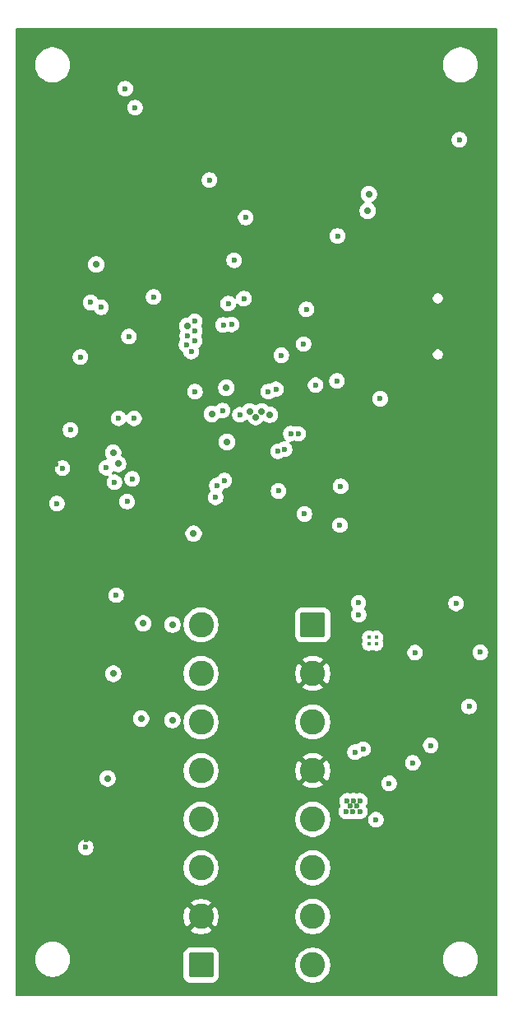
<source format=gbr>
%TF.GenerationSoftware,KiCad,Pcbnew,9.0.0*%
%TF.CreationDate,2025-06-07T14:48:48-05:00*%
%TF.ProjectId,flight-computer-one,666c6967-6874-42d6-936f-6d7075746572,rev?*%
%TF.SameCoordinates,Original*%
%TF.FileFunction,Copper,L2,Inr*%
%TF.FilePolarity,Positive*%
%FSLAX46Y46*%
G04 Gerber Fmt 4.6, Leading zero omitted, Abs format (unit mm)*
G04 Created by KiCad (PCBNEW 9.0.0) date 2025-06-07 14:48:48*
%MOMM*%
%LPD*%
G01*
G04 APERTURE LIST*
G04 Aperture macros list*
%AMRoundRect*
0 Rectangle with rounded corners*
0 $1 Rounding radius*
0 $2 $3 $4 $5 $6 $7 $8 $9 X,Y pos of 4 corners*
0 Add a 4 corners polygon primitive as box body*
4,1,4,$2,$3,$4,$5,$6,$7,$8,$9,$2,$3,0*
0 Add four circle primitives for the rounded corners*
1,1,$1+$1,$2,$3*
1,1,$1+$1,$4,$5*
1,1,$1+$1,$6,$7*
1,1,$1+$1,$8,$9*
0 Add four rect primitives between the rounded corners*
20,1,$1+$1,$2,$3,$4,$5,0*
20,1,$1+$1,$4,$5,$6,$7,0*
20,1,$1+$1,$6,$7,$8,$9,0*
20,1,$1+$1,$8,$9,$2,$3,0*%
G04 Aperture macros list end*
%TA.AperFunction,ComponentPad*%
%ADD10C,0.400000*%
%TD*%
%TA.AperFunction,ComponentPad*%
%ADD11RoundRect,0.250000X1.050000X-1.050000X1.050000X1.050000X-1.050000X1.050000X-1.050000X-1.050000X0*%
%TD*%
%TA.AperFunction,ComponentPad*%
%ADD12C,2.600000*%
%TD*%
%TA.AperFunction,ComponentPad*%
%ADD13RoundRect,0.250000X-1.050000X1.050000X-1.050000X-1.050000X1.050000X-1.050000X1.050000X1.050000X0*%
%TD*%
%TA.AperFunction,ViaPad*%
%ADD14C,0.700000*%
%TD*%
%TA.AperFunction,ViaPad*%
%ADD15C,0.600000*%
%TD*%
G04 APERTURE END LIST*
D10*
%TO.N,PWROR*%
%TO.C,U3*%
X158575000Y-102775000D03*
%TO.N,VBUS*%
X158575000Y-102075000D03*
%TO.N,+BATT*%
X157775000Y-102075000D03*
%TO.N,PWROR*%
X157775000Y-102775000D03*
%TD*%
D11*
%TO.N,/GPIO40_ADC0*%
%TO.C,J2*%
X140500000Y-135800000D03*
D12*
%TO.N,GND*%
X140500000Y-130800000D03*
%TO.N,/CANL*%
X140500000Y-125800000D03*
%TO.N,/CANH*%
X140500000Y-120800000D03*
%TO.N,/PYRO2_DRAIN*%
X140500000Y-115800000D03*
%TO.N,+PBP*%
X140500000Y-110800000D03*
%TO.N,/PYRO1_DRAIN*%
X140500000Y-105800000D03*
%TO.N,+PBP*%
X140500000Y-100800000D03*
%TD*%
D13*
%TO.N,+BATT*%
%TO.C,J1*%
X152000000Y-100800000D03*
D12*
%TO.N,GND*%
X152000000Y-105800000D03*
%TO.N,+PBP*%
X152000000Y-110800000D03*
%TO.N,GND*%
X152000000Y-115800000D03*
%TO.N,/SERVO1_CTL*%
X152000000Y-120800000D03*
%TO.N,/SERVO2_CTL*%
X152000000Y-125800000D03*
%TO.N,/SERVO3_CTL*%
X152000000Y-130800000D03*
%TO.N,/SERVO4_CTL*%
X152000000Y-135800000D03*
%TD*%
D14*
%TO.N,/Compute/I2C0_SDA*%
X141610000Y-79110000D03*
%TO.N,/Compute/BUZZER_CTL*%
X143100000Y-76410000D03*
X143170000Y-81990000D03*
%TO.N,GND*%
X137720000Y-66810000D03*
X149330000Y-46970000D03*
X168960000Y-73550000D03*
D15*
X157100000Y-96000000D03*
D14*
X161840000Y-129170000D03*
X158800000Y-40640000D03*
D15*
X142050000Y-82350000D03*
X156800000Y-101200000D03*
D14*
X143460000Y-41740000D03*
D15*
X157900000Y-116150000D03*
D14*
X169020000Y-77130000D03*
D15*
X159400000Y-116200000D03*
D14*
X167910000Y-73550000D03*
X130630000Y-130870000D03*
D15*
X165800000Y-109050000D03*
D14*
X152580000Y-40490000D03*
X133380000Y-91950000D03*
X164280000Y-87130000D03*
D15*
X133340000Y-105360000D03*
D14*
X155230000Y-53470000D03*
X130540000Y-40710000D03*
D15*
X153750000Y-84750000D03*
D14*
X155110000Y-72350000D03*
D15*
X141850000Y-72550000D03*
D14*
X122310000Y-115900000D03*
D15*
X144200000Y-76800000D03*
X131827800Y-87690000D03*
X141600000Y-88900000D03*
X135867500Y-85482500D03*
X127577800Y-86640000D03*
D14*
X141240000Y-56320000D03*
X168290000Y-82000000D03*
X150690000Y-46980000D03*
D15*
X136050000Y-111000000D03*
X159400000Y-115550000D03*
D14*
X127040000Y-94590000D03*
X148690000Y-55090000D03*
D15*
X127880000Y-83180000D03*
D14*
X123180000Y-122210000D03*
X134630000Y-40890000D03*
D15*
X129377800Y-88740000D03*
X159500000Y-103575000D03*
D14*
X160280000Y-135920000D03*
X123740000Y-67010000D03*
X155660000Y-80350000D03*
D15*
X161550000Y-69850000D03*
D14*
X135680000Y-47780000D03*
D15*
X133050000Y-101050000D03*
X128677800Y-85640000D03*
X158440000Y-75760000D03*
D14*
X149250000Y-41780000D03*
D15*
X131950000Y-111900000D03*
D14*
X165020000Y-77040000D03*
D15*
X157900000Y-115550000D03*
X163150000Y-119700000D03*
X132130000Y-55740000D03*
D14*
X126340000Y-91730000D03*
D15*
X160100000Y-106400000D03*
D14*
X142330000Y-41760000D03*
X167790000Y-66740000D03*
X141290000Y-57650000D03*
X137460000Y-92100000D03*
D15*
X153150000Y-72240000D03*
D14*
X146110000Y-40600000D03*
D15*
X161870000Y-75510000D03*
X128520000Y-69600000D03*
D14*
X164080000Y-92590000D03*
X143350000Y-46840000D03*
D15*
X158650000Y-115550000D03*
X125070000Y-56120000D03*
D14*
X123620000Y-70920000D03*
D15*
X168350000Y-98050000D03*
X136050000Y-101050000D03*
D14*
X156360000Y-45480000D03*
X135700000Y-50920000D03*
D15*
X132125000Y-102000000D03*
D14*
X167540000Y-58640000D03*
X168800000Y-66810000D03*
D15*
X148700000Y-85600000D03*
X133140000Y-115310000D03*
D14*
X122510000Y-126640000D03*
X147280000Y-64830000D03*
X137700000Y-94250000D03*
D15*
X146700000Y-69900000D03*
X131300000Y-114950000D03*
X135417500Y-89032500D03*
D14*
X126800000Y-79140000D03*
X167660000Y-63210000D03*
X161240000Y-132860000D03*
X145760000Y-64830000D03*
D15*
X150750000Y-77100000D03*
D14*
X168240000Y-121740000D03*
X154010000Y-69360000D03*
X158270000Y-67270000D03*
D15*
X145630000Y-49610000D03*
X128370000Y-120120000D03*
X148850000Y-70050000D03*
D14*
X155060000Y-57570000D03*
X164970000Y-63340000D03*
X150370000Y-41750000D03*
D15*
X135900000Y-75690000D03*
D14*
X130080000Y-94580000D03*
D15*
X165210000Y-106570000D03*
X134190000Y-68740000D03*
D14*
X163740000Y-63340000D03*
X162740000Y-45570000D03*
X142200000Y-46850000D03*
D15*
X127577800Y-85640000D03*
D14*
X166320000Y-125270000D03*
D15*
X156900000Y-103550000D03*
X154550000Y-59200000D03*
D14*
X167660000Y-76970000D03*
D15*
X140560000Y-79870000D03*
D14*
X131190000Y-135810000D03*
X160850000Y-49840000D03*
X154800000Y-95860000D03*
X139740000Y-40910000D03*
X164240000Y-83610000D03*
X138080000Y-80440000D03*
D15*
X142850000Y-80750000D03*
D14*
X169340000Y-82030000D03*
D15*
X128710000Y-122930000D03*
D14*
X160860000Y-52040000D03*
D15*
X159400000Y-118250000D03*
D14*
X163880000Y-77040000D03*
D15*
X125530000Y-84260000D03*
D14*
X168760000Y-63190000D03*
D15*
X156020000Y-94900000D03*
D14*
X128900000Y-91700000D03*
X123760000Y-63710000D03*
X122760000Y-111110000D03*
D15*
X133050000Y-111000000D03*
X156500000Y-74800000D03*
D14*
X133080000Y-94430000D03*
D15*
%TO.N,VBUS*%
X158950000Y-77550000D03*
%TO.N,+3V3*%
X152300000Y-76150000D03*
X168100000Y-109200000D03*
X151350000Y-68350000D03*
X156500000Y-119450000D03*
X166750000Y-98600000D03*
X126227800Y-84690000D03*
X158500000Y-120850000D03*
X132000000Y-79550000D03*
X132700000Y-45650000D03*
X133410000Y-85780000D03*
X144500000Y-79200000D03*
X156850000Y-120000000D03*
X148480000Y-87030000D03*
X164150000Y-113200000D03*
X139480000Y-72690000D03*
X142900000Y-85950000D03*
X144900000Y-67250000D03*
X128620000Y-123690000D03*
X133700000Y-47600000D03*
X132880000Y-88120000D03*
X156850000Y-118900000D03*
X167100000Y-50900000D03*
X155550000Y-118900000D03*
X156200000Y-118900000D03*
X141990000Y-87680000D03*
X142110000Y-86460000D03*
X128070000Y-73250000D03*
X141350000Y-55050000D03*
X154800000Y-90550000D03*
X156150000Y-120000000D03*
X162540000Y-103660000D03*
X125650000Y-88320000D03*
X155450000Y-120000000D03*
X155850000Y-119450000D03*
X127042500Y-80750000D03*
X133600000Y-79550000D03*
X131577800Y-86140000D03*
X169250000Y-103630000D03*
X154550000Y-60800000D03*
X151150000Y-89400000D03*
X143900000Y-63300000D03*
X133070000Y-71150000D03*
%TO.N,/Compute/SWO*%
X143290000Y-67760000D03*
X145100000Y-58900000D03*
D14*
%TO.N,/Compute/I2C0_SDA*%
X131440000Y-83100000D03*
%TO.N,/Compute/I2C0_SCL*%
X131960000Y-84240000D03*
D15*
X130730000Y-84630000D03*
%TO.N,/Compute/TXCAN*%
X148770000Y-73070000D03*
X149730000Y-81140000D03*
%TO.N,/Compute/RXCAN*%
X150520000Y-81150000D03*
X151050000Y-71920000D03*
%TO.N,/Compute/SD_CS*%
X154880000Y-86550000D03*
X154490000Y-75700000D03*
D14*
%TO.N,/Compute/SPI0_SCK*%
X129710000Y-63740000D03*
D15*
X129120000Y-67645000D03*
%TO.N,/Compute/CS_RADIO*%
X143640000Y-69900000D03*
X135610000Y-67080000D03*
D14*
%TO.N,/Compute/PYRO1_ARM*%
X137550000Y-100780000D03*
D15*
X138990000Y-71979142D03*
%TO.N,/Compute/PYRO1_FIRE*%
X139850000Y-71550000D03*
D14*
X134560000Y-100660000D03*
%TO.N,/Compute/PYRO2_ARM*%
X137540000Y-110600000D03*
D15*
X139850000Y-70550000D03*
D14*
%TO.N,/Compute/PYRO2_FIRE*%
X134320000Y-110440000D03*
X139080000Y-70060000D03*
D15*
%TO.N,/Compute/PYRO1_PRESENT*%
X139070000Y-71040554D03*
D14*
X131460000Y-105830000D03*
D15*
%TO.N,/Compute/PYRO2_PRESENT*%
X139850000Y-69550000D03*
D14*
X130870000Y-116590000D03*
%TO.N,Net-(BZ1--)*%
X139730000Y-91430000D03*
D15*
%TO.N,/Compute/TCAN_STB*%
X131750000Y-97750000D03*
X139870000Y-76820000D03*
%TO.N,/Compute/CS_ICM*%
X142780000Y-69950000D03*
X130210000Y-68140000D03*
%TO.N,/Compute/I2C1_SCL*%
X149100000Y-82740000D03*
X148200000Y-76570000D03*
X156710000Y-98540000D03*
D14*
X157660000Y-58200000D03*
D15*
%TO.N,/Compute/I2C1_SDA*%
X156740000Y-99750000D03*
D14*
X157780000Y-56500000D03*
D15*
X148440000Y-82940000D03*
X147420000Y-76820000D03*
%TO.N,+PBP*%
X157186682Y-113576153D03*
X162300000Y-115000000D03*
%TO.N,/Power & USB/TPS_SW*%
X156350000Y-113900000D03*
X159850000Y-117100000D03*
%TO.N,/GPIO40_ADC0*%
X142700000Y-78750000D03*
D14*
%TO.N,/SERVO2_CTL*%
X146750000Y-78840000D03*
%TO.N,/SERVO4_CTL*%
X145495000Y-78869160D03*
%TO.N,/SERVO1_CTL*%
X147570000Y-79190000D03*
%TO.N,/SERVO3_CTL*%
X146120000Y-79420000D03*
%TD*%
%TA.AperFunction,Conductor*%
%TO.N,GND*%
G36*
X170942539Y-39420185D02*
G01*
X170988294Y-39472989D01*
X170999500Y-39524500D01*
X170999500Y-138875500D01*
X170979815Y-138942539D01*
X170927011Y-138988294D01*
X170875500Y-138999500D01*
X121524500Y-138999500D01*
X121457461Y-138979815D01*
X121411706Y-138927011D01*
X121400500Y-138875500D01*
X121400500Y-135081995D01*
X123399500Y-135081995D01*
X123399500Y-135318004D01*
X123399501Y-135318020D01*
X123430306Y-135552010D01*
X123491394Y-135779993D01*
X123581714Y-135998045D01*
X123581719Y-135998056D01*
X123652677Y-136120957D01*
X123699727Y-136202450D01*
X123699729Y-136202453D01*
X123699730Y-136202454D01*
X123843406Y-136389697D01*
X123843412Y-136389704D01*
X124010295Y-136556587D01*
X124010301Y-136556592D01*
X124197550Y-136700273D01*
X124328918Y-136776118D01*
X124401943Y-136818280D01*
X124401948Y-136818282D01*
X124401951Y-136818284D01*
X124620007Y-136908606D01*
X124847986Y-136969693D01*
X125081989Y-137000500D01*
X125081996Y-137000500D01*
X125318004Y-137000500D01*
X125318011Y-137000500D01*
X125552014Y-136969693D01*
X125779993Y-136908606D01*
X125998049Y-136818284D01*
X126202450Y-136700273D01*
X126389699Y-136556592D01*
X126556592Y-136389699D01*
X126700273Y-136202450D01*
X126818284Y-135998049D01*
X126908606Y-135779993D01*
X126969693Y-135552014D01*
X127000500Y-135318011D01*
X127000500Y-135081989D01*
X126969693Y-134847986D01*
X126930036Y-134699983D01*
X138699500Y-134699983D01*
X138699500Y-136900001D01*
X138699501Y-136900018D01*
X138710000Y-137002796D01*
X138710001Y-137002799D01*
X138760962Y-137156587D01*
X138765186Y-137169334D01*
X138857288Y-137318656D01*
X138981344Y-137442712D01*
X139130666Y-137534814D01*
X139297203Y-137589999D01*
X139399991Y-137600500D01*
X141600008Y-137600499D01*
X141702797Y-137589999D01*
X141869334Y-137534814D01*
X142018656Y-137442712D01*
X142142712Y-137318656D01*
X142234814Y-137169334D01*
X142289999Y-137002797D01*
X142300500Y-136900009D01*
X142300499Y-135681995D01*
X150199500Y-135681995D01*
X150199500Y-135918004D01*
X150199501Y-135918020D01*
X150230306Y-136152010D01*
X150291394Y-136379993D01*
X150381714Y-136598045D01*
X150381719Y-136598056D01*
X150440733Y-136700269D01*
X150499727Y-136802450D01*
X150499729Y-136802453D01*
X150499730Y-136802454D01*
X150643406Y-136989697D01*
X150643412Y-136989704D01*
X150810295Y-137156587D01*
X150810302Y-137156593D01*
X150826909Y-137169336D01*
X150997550Y-137300273D01*
X151128918Y-137376118D01*
X151201943Y-137418280D01*
X151201948Y-137418282D01*
X151201951Y-137418284D01*
X151420007Y-137508606D01*
X151647986Y-137569693D01*
X151881989Y-137600500D01*
X151881996Y-137600500D01*
X152118004Y-137600500D01*
X152118011Y-137600500D01*
X152352014Y-137569693D01*
X152579993Y-137508606D01*
X152798049Y-137418284D01*
X153002450Y-137300273D01*
X153189699Y-137156592D01*
X153356592Y-136989699D01*
X153500273Y-136802450D01*
X153618284Y-136598049D01*
X153708606Y-136379993D01*
X153769693Y-136152014D01*
X153800500Y-135918011D01*
X153800500Y-135681989D01*
X153769693Y-135447986D01*
X153708606Y-135220007D01*
X153651439Y-135081995D01*
X165399500Y-135081995D01*
X165399500Y-135318004D01*
X165399501Y-135318020D01*
X165430306Y-135552010D01*
X165491394Y-135779993D01*
X165581714Y-135998045D01*
X165581719Y-135998056D01*
X165652677Y-136120957D01*
X165699727Y-136202450D01*
X165699729Y-136202453D01*
X165699730Y-136202454D01*
X165843406Y-136389697D01*
X165843412Y-136389704D01*
X166010295Y-136556587D01*
X166010301Y-136556592D01*
X166197550Y-136700273D01*
X166328918Y-136776118D01*
X166401943Y-136818280D01*
X166401948Y-136818282D01*
X166401951Y-136818284D01*
X166620007Y-136908606D01*
X166847986Y-136969693D01*
X167081989Y-137000500D01*
X167081996Y-137000500D01*
X167318004Y-137000500D01*
X167318011Y-137000500D01*
X167552014Y-136969693D01*
X167779993Y-136908606D01*
X167998049Y-136818284D01*
X168202450Y-136700273D01*
X168389699Y-136556592D01*
X168556592Y-136389699D01*
X168700273Y-136202450D01*
X168818284Y-135998049D01*
X168908606Y-135779993D01*
X168969693Y-135552014D01*
X169000500Y-135318011D01*
X169000500Y-135081989D01*
X168969693Y-134847986D01*
X168908606Y-134620007D01*
X168818284Y-134401951D01*
X168818282Y-134401948D01*
X168818280Y-134401943D01*
X168776118Y-134328918D01*
X168700273Y-134197550D01*
X168618817Y-134091394D01*
X168556593Y-134010302D01*
X168556587Y-134010295D01*
X168389704Y-133843412D01*
X168389697Y-133843406D01*
X168202454Y-133699730D01*
X168202453Y-133699729D01*
X168202450Y-133699727D01*
X168120957Y-133652677D01*
X167998056Y-133581719D01*
X167998045Y-133581714D01*
X167779993Y-133491394D01*
X167552010Y-133430306D01*
X167318020Y-133399501D01*
X167318017Y-133399500D01*
X167318011Y-133399500D01*
X167081989Y-133399500D01*
X167081983Y-133399500D01*
X167081979Y-133399501D01*
X166847989Y-133430306D01*
X166620006Y-133491394D01*
X166401954Y-133581714D01*
X166401943Y-133581719D01*
X166197545Y-133699730D01*
X166010302Y-133843406D01*
X166010295Y-133843412D01*
X165843412Y-134010295D01*
X165843406Y-134010302D01*
X165699730Y-134197545D01*
X165581719Y-134401943D01*
X165581714Y-134401954D01*
X165491394Y-134620006D01*
X165430306Y-134847989D01*
X165399501Y-135081979D01*
X165399500Y-135081995D01*
X153651439Y-135081995D01*
X153647370Y-135072172D01*
X153618288Y-135001959D01*
X153618280Y-135001943D01*
X153576118Y-134928918D01*
X153500273Y-134797550D01*
X153356592Y-134610301D01*
X153356587Y-134610295D01*
X153189704Y-134443412D01*
X153189697Y-134443406D01*
X153002454Y-134299730D01*
X153002453Y-134299729D01*
X153002450Y-134299727D01*
X152920957Y-134252677D01*
X152798056Y-134181719D01*
X152798045Y-134181714D01*
X152579993Y-134091394D01*
X152352010Y-134030306D01*
X152118020Y-133999501D01*
X152118017Y-133999500D01*
X152118011Y-133999500D01*
X151881989Y-133999500D01*
X151881983Y-133999500D01*
X151881979Y-133999501D01*
X151647989Y-134030306D01*
X151420006Y-134091394D01*
X151201954Y-134181714D01*
X151201943Y-134181719D01*
X150997545Y-134299730D01*
X150810302Y-134443406D01*
X150810295Y-134443412D01*
X150643412Y-134610295D01*
X150643406Y-134610302D01*
X150499730Y-134797545D01*
X150381719Y-135001943D01*
X150381714Y-135001954D01*
X150291394Y-135220006D01*
X150230306Y-135447989D01*
X150199501Y-135681979D01*
X150199500Y-135681995D01*
X142300499Y-135681995D01*
X142300499Y-134699992D01*
X142289999Y-134597203D01*
X142234814Y-134430666D01*
X142142712Y-134281344D01*
X142018656Y-134157288D01*
X141869334Y-134065186D01*
X141702797Y-134010001D01*
X141702795Y-134010000D01*
X141600010Y-133999500D01*
X139399998Y-133999500D01*
X139399981Y-133999501D01*
X139297203Y-134010000D01*
X139297200Y-134010001D01*
X139130668Y-134065185D01*
X139130663Y-134065187D01*
X138981342Y-134157289D01*
X138857289Y-134281342D01*
X138765187Y-134430663D01*
X138765185Y-134430668D01*
X138760962Y-134443412D01*
X138710001Y-134597203D01*
X138710001Y-134597204D01*
X138710000Y-134597204D01*
X138699500Y-134699983D01*
X126930036Y-134699983D01*
X126908606Y-134620007D01*
X126818284Y-134401951D01*
X126818282Y-134401948D01*
X126818280Y-134401943D01*
X126776118Y-134328918D01*
X126700273Y-134197550D01*
X126618817Y-134091394D01*
X126556593Y-134010302D01*
X126556587Y-134010295D01*
X126389704Y-133843412D01*
X126389697Y-133843406D01*
X126202454Y-133699730D01*
X126202453Y-133699729D01*
X126202450Y-133699727D01*
X126120957Y-133652677D01*
X125998056Y-133581719D01*
X125998045Y-133581714D01*
X125779993Y-133491394D01*
X125552010Y-133430306D01*
X125318020Y-133399501D01*
X125318017Y-133399500D01*
X125318011Y-133399500D01*
X125081989Y-133399500D01*
X125081983Y-133399500D01*
X125081979Y-133399501D01*
X124847989Y-133430306D01*
X124620006Y-133491394D01*
X124401954Y-133581714D01*
X124401943Y-133581719D01*
X124197545Y-133699730D01*
X124010302Y-133843406D01*
X124010295Y-133843412D01*
X123843412Y-134010295D01*
X123843406Y-134010302D01*
X123699730Y-134197545D01*
X123581719Y-134401943D01*
X123581714Y-134401954D01*
X123491394Y-134620006D01*
X123430306Y-134847989D01*
X123399501Y-135081979D01*
X123399500Y-135081995D01*
X121400500Y-135081995D01*
X121400500Y-130682014D01*
X138700000Y-130682014D01*
X138700000Y-130917985D01*
X138730799Y-131151914D01*
X138791870Y-131379837D01*
X138882160Y-131597819D01*
X138882165Y-131597828D01*
X139000144Y-131802171D01*
X139000145Y-131802172D01*
X139062721Y-131883723D01*
X139898958Y-131047487D01*
X139923978Y-131107890D01*
X139995112Y-131214351D01*
X140085649Y-131304888D01*
X140192110Y-131376022D01*
X140252511Y-131401041D01*
X139416275Y-132237277D01*
X139497827Y-132299854D01*
X139497828Y-132299855D01*
X139702171Y-132417834D01*
X139702180Y-132417839D01*
X139920163Y-132508129D01*
X139920161Y-132508129D01*
X140148085Y-132569200D01*
X140382014Y-132599999D01*
X140382029Y-132600000D01*
X140617971Y-132600000D01*
X140617985Y-132599999D01*
X140851914Y-132569200D01*
X141079837Y-132508129D01*
X141297819Y-132417839D01*
X141297828Y-132417834D01*
X141502181Y-132299850D01*
X141583723Y-132237279D01*
X141583723Y-132237276D01*
X140747487Y-131401041D01*
X140807890Y-131376022D01*
X140914351Y-131304888D01*
X141004888Y-131214351D01*
X141076022Y-131107890D01*
X141101041Y-131047488D01*
X141937276Y-131883723D01*
X141937279Y-131883723D01*
X141999850Y-131802181D01*
X142117834Y-131597828D01*
X142117839Y-131597819D01*
X142208129Y-131379837D01*
X142269200Y-131151914D01*
X142299999Y-130917985D01*
X142300000Y-130917971D01*
X142300000Y-130682021D01*
X142299997Y-130681995D01*
X150199500Y-130681995D01*
X150199500Y-130918004D01*
X150199501Y-130918020D01*
X150230306Y-131152010D01*
X150291394Y-131379993D01*
X150381714Y-131598045D01*
X150381719Y-131598056D01*
X150452677Y-131720957D01*
X150499727Y-131802450D01*
X150499729Y-131802453D01*
X150499730Y-131802454D01*
X150643406Y-131989697D01*
X150643412Y-131989704D01*
X150810295Y-132156587D01*
X150810302Y-132156593D01*
X150920306Y-132241001D01*
X150997550Y-132300273D01*
X151128918Y-132376118D01*
X151201943Y-132418280D01*
X151201948Y-132418282D01*
X151201951Y-132418284D01*
X151420007Y-132508606D01*
X151647986Y-132569693D01*
X151881989Y-132600500D01*
X151881996Y-132600500D01*
X152118004Y-132600500D01*
X152118011Y-132600500D01*
X152352014Y-132569693D01*
X152579993Y-132508606D01*
X152798049Y-132418284D01*
X153002450Y-132300273D01*
X153189699Y-132156592D01*
X153356592Y-131989699D01*
X153500273Y-131802450D01*
X153618284Y-131598049D01*
X153708606Y-131379993D01*
X153769693Y-131152014D01*
X153800500Y-130918011D01*
X153800500Y-130681989D01*
X153769693Y-130447986D01*
X153708606Y-130220007D01*
X153618284Y-130001951D01*
X153618282Y-130001948D01*
X153618280Y-130001943D01*
X153576118Y-129928918D01*
X153500273Y-129797550D01*
X153356592Y-129610301D01*
X153356587Y-129610295D01*
X153189704Y-129443412D01*
X153189697Y-129443406D01*
X153002454Y-129299730D01*
X153002453Y-129299729D01*
X153002450Y-129299727D01*
X152920957Y-129252677D01*
X152798056Y-129181719D01*
X152798045Y-129181714D01*
X152579993Y-129091394D01*
X152352010Y-129030306D01*
X152118020Y-128999501D01*
X152118017Y-128999500D01*
X152118011Y-128999500D01*
X151881989Y-128999500D01*
X151881983Y-128999500D01*
X151881979Y-128999501D01*
X151647989Y-129030306D01*
X151420006Y-129091394D01*
X151201954Y-129181714D01*
X151201943Y-129181719D01*
X150997545Y-129299730D01*
X150810302Y-129443406D01*
X150810295Y-129443412D01*
X150643412Y-129610295D01*
X150643406Y-129610302D01*
X150499730Y-129797545D01*
X150499727Y-129797549D01*
X150499727Y-129797550D01*
X150492014Y-129810909D01*
X150381719Y-130001943D01*
X150381714Y-130001954D01*
X150291394Y-130220006D01*
X150230306Y-130447989D01*
X150199501Y-130681979D01*
X150199500Y-130681995D01*
X142299997Y-130681995D01*
X142269200Y-130448085D01*
X142208129Y-130220162D01*
X142117839Y-130002180D01*
X142117834Y-130002171D01*
X141999855Y-129797828D01*
X141999854Y-129797827D01*
X141937277Y-129716275D01*
X141101041Y-130552511D01*
X141076022Y-130492110D01*
X141004888Y-130385649D01*
X140914351Y-130295112D01*
X140807890Y-130223978D01*
X140747488Y-130198958D01*
X141583723Y-129362721D01*
X141502172Y-129300145D01*
X141502171Y-129300144D01*
X141297828Y-129182165D01*
X141297819Y-129182160D01*
X141079836Y-129091870D01*
X141079838Y-129091870D01*
X140851914Y-129030799D01*
X140617985Y-129000000D01*
X140382014Y-129000000D01*
X140148085Y-129030799D01*
X139920162Y-129091870D01*
X139702180Y-129182160D01*
X139702171Y-129182165D01*
X139497828Y-129300144D01*
X139497818Y-129300150D01*
X139416275Y-129362720D01*
X139416275Y-129362721D01*
X140252512Y-130198958D01*
X140192110Y-130223978D01*
X140085649Y-130295112D01*
X139995112Y-130385649D01*
X139923978Y-130492110D01*
X139898958Y-130552511D01*
X139062721Y-129716275D01*
X139062720Y-129716275D01*
X139000150Y-129797818D01*
X139000144Y-129797828D01*
X138882165Y-130002171D01*
X138882160Y-130002180D01*
X138791870Y-130220162D01*
X138730799Y-130448085D01*
X138700000Y-130682014D01*
X121400500Y-130682014D01*
X121400500Y-125681995D01*
X138699500Y-125681995D01*
X138699500Y-125918004D01*
X138699501Y-125918020D01*
X138730306Y-126152010D01*
X138791394Y-126379993D01*
X138881714Y-126598045D01*
X138881719Y-126598056D01*
X138952677Y-126720957D01*
X138999727Y-126802450D01*
X138999729Y-126802453D01*
X138999730Y-126802454D01*
X139143406Y-126989697D01*
X139143412Y-126989704D01*
X139310295Y-127156587D01*
X139310301Y-127156592D01*
X139497550Y-127300273D01*
X139628918Y-127376118D01*
X139701943Y-127418280D01*
X139701948Y-127418282D01*
X139701951Y-127418284D01*
X139920007Y-127508606D01*
X140147986Y-127569693D01*
X140381989Y-127600500D01*
X140381996Y-127600500D01*
X140618004Y-127600500D01*
X140618011Y-127600500D01*
X140852014Y-127569693D01*
X141079993Y-127508606D01*
X141298049Y-127418284D01*
X141502450Y-127300273D01*
X141689699Y-127156592D01*
X141856592Y-126989699D01*
X142000273Y-126802450D01*
X142118284Y-126598049D01*
X142208606Y-126379993D01*
X142269693Y-126152014D01*
X142300500Y-125918011D01*
X142300500Y-125681995D01*
X150199500Y-125681995D01*
X150199500Y-125918004D01*
X150199501Y-125918020D01*
X150230306Y-126152010D01*
X150291394Y-126379993D01*
X150381714Y-126598045D01*
X150381719Y-126598056D01*
X150452677Y-126720957D01*
X150499727Y-126802450D01*
X150499729Y-126802453D01*
X150499730Y-126802454D01*
X150643406Y-126989697D01*
X150643412Y-126989704D01*
X150810295Y-127156587D01*
X150810301Y-127156592D01*
X150997550Y-127300273D01*
X151128918Y-127376118D01*
X151201943Y-127418280D01*
X151201948Y-127418282D01*
X151201951Y-127418284D01*
X151420007Y-127508606D01*
X151647986Y-127569693D01*
X151881989Y-127600500D01*
X151881996Y-127600500D01*
X152118004Y-127600500D01*
X152118011Y-127600500D01*
X152352014Y-127569693D01*
X152579993Y-127508606D01*
X152798049Y-127418284D01*
X153002450Y-127300273D01*
X153189699Y-127156592D01*
X153356592Y-126989699D01*
X153500273Y-126802450D01*
X153618284Y-126598049D01*
X153708606Y-126379993D01*
X153769693Y-126152014D01*
X153800500Y-125918011D01*
X153800500Y-125681989D01*
X153769693Y-125447986D01*
X153708606Y-125220007D01*
X153618284Y-125001951D01*
X153618282Y-125001948D01*
X153618280Y-125001943D01*
X153576118Y-124928918D01*
X153500273Y-124797550D01*
X153356592Y-124610301D01*
X153356587Y-124610295D01*
X153189704Y-124443412D01*
X153189697Y-124443406D01*
X153002454Y-124299730D01*
X153002453Y-124299729D01*
X153002450Y-124299727D01*
X152920957Y-124252677D01*
X152798056Y-124181719D01*
X152798045Y-124181714D01*
X152579993Y-124091394D01*
X152352010Y-124030306D01*
X152118020Y-123999501D01*
X152118017Y-123999500D01*
X152118011Y-123999500D01*
X151881989Y-123999500D01*
X151881983Y-123999500D01*
X151881979Y-123999501D01*
X151647989Y-124030306D01*
X151420006Y-124091394D01*
X151201954Y-124181714D01*
X151201943Y-124181719D01*
X150997545Y-124299730D01*
X150810302Y-124443406D01*
X150810295Y-124443412D01*
X150643412Y-124610295D01*
X150643406Y-124610302D01*
X150499730Y-124797545D01*
X150381719Y-125001943D01*
X150381714Y-125001954D01*
X150291394Y-125220006D01*
X150230306Y-125447989D01*
X150199501Y-125681979D01*
X150199500Y-125681995D01*
X142300500Y-125681995D01*
X142300500Y-125681989D01*
X142269693Y-125447986D01*
X142208606Y-125220007D01*
X142118284Y-125001951D01*
X142118282Y-125001948D01*
X142118280Y-125001943D01*
X142076118Y-124928918D01*
X142000273Y-124797550D01*
X141856592Y-124610301D01*
X141856587Y-124610295D01*
X141689704Y-124443412D01*
X141689697Y-124443406D01*
X141502454Y-124299730D01*
X141502453Y-124299729D01*
X141502450Y-124299727D01*
X141420957Y-124252677D01*
X141298056Y-124181719D01*
X141298045Y-124181714D01*
X141079993Y-124091394D01*
X140852010Y-124030306D01*
X140618020Y-123999501D01*
X140618017Y-123999500D01*
X140618011Y-123999500D01*
X140381989Y-123999500D01*
X140381983Y-123999500D01*
X140381979Y-123999501D01*
X140147989Y-124030306D01*
X139920006Y-124091394D01*
X139701954Y-124181714D01*
X139701943Y-124181719D01*
X139497545Y-124299730D01*
X139310302Y-124443406D01*
X139310295Y-124443412D01*
X139143412Y-124610295D01*
X139143406Y-124610302D01*
X138999730Y-124797545D01*
X138881719Y-125001943D01*
X138881714Y-125001954D01*
X138791394Y-125220006D01*
X138730306Y-125447989D01*
X138699501Y-125681979D01*
X138699500Y-125681995D01*
X121400500Y-125681995D01*
X121400500Y-123611153D01*
X127819500Y-123611153D01*
X127819500Y-123768846D01*
X127850261Y-123923489D01*
X127850264Y-123923501D01*
X127910602Y-124069172D01*
X127910609Y-124069185D01*
X127998210Y-124200288D01*
X127998213Y-124200292D01*
X128109707Y-124311786D01*
X128109711Y-124311789D01*
X128240814Y-124399390D01*
X128240827Y-124399397D01*
X128386498Y-124459735D01*
X128386503Y-124459737D01*
X128541153Y-124490499D01*
X128541156Y-124490500D01*
X128541158Y-124490500D01*
X128698844Y-124490500D01*
X128698845Y-124490499D01*
X128853497Y-124459737D01*
X128999179Y-124399394D01*
X129130289Y-124311789D01*
X129241789Y-124200289D01*
X129329394Y-124069179D01*
X129389737Y-123923497D01*
X129420500Y-123768842D01*
X129420500Y-123611158D01*
X129420500Y-123611155D01*
X129420499Y-123611153D01*
X129389738Y-123456510D01*
X129389737Y-123456503D01*
X129389735Y-123456498D01*
X129329397Y-123310827D01*
X129329390Y-123310814D01*
X129241789Y-123179711D01*
X129241786Y-123179707D01*
X129130292Y-123068213D01*
X129130288Y-123068210D01*
X128999185Y-122980609D01*
X128999172Y-122980602D01*
X128853501Y-122920264D01*
X128853489Y-122920261D01*
X128698845Y-122889500D01*
X128698842Y-122889500D01*
X128541158Y-122889500D01*
X128541155Y-122889500D01*
X128386510Y-122920261D01*
X128386498Y-122920264D01*
X128240827Y-122980602D01*
X128240814Y-122980609D01*
X128109711Y-123068210D01*
X128109707Y-123068213D01*
X127998213Y-123179707D01*
X127998210Y-123179711D01*
X127910609Y-123310814D01*
X127910602Y-123310827D01*
X127850264Y-123456498D01*
X127850261Y-123456510D01*
X127819500Y-123611153D01*
X121400500Y-123611153D01*
X121400500Y-120681995D01*
X138699500Y-120681995D01*
X138699500Y-120918004D01*
X138699501Y-120918020D01*
X138721286Y-121083497D01*
X138730307Y-121152014D01*
X138750983Y-121229179D01*
X138791394Y-121379993D01*
X138881714Y-121598045D01*
X138881719Y-121598056D01*
X138952677Y-121720957D01*
X138999727Y-121802450D01*
X138999729Y-121802453D01*
X138999730Y-121802454D01*
X139143406Y-121989697D01*
X139143412Y-121989704D01*
X139310295Y-122156587D01*
X139310301Y-122156592D01*
X139497550Y-122300273D01*
X139628918Y-122376118D01*
X139701943Y-122418280D01*
X139701948Y-122418282D01*
X139701951Y-122418284D01*
X139920007Y-122508606D01*
X140147986Y-122569693D01*
X140381989Y-122600500D01*
X140381996Y-122600500D01*
X140618004Y-122600500D01*
X140618011Y-122600500D01*
X140852014Y-122569693D01*
X141079993Y-122508606D01*
X141298049Y-122418284D01*
X141502450Y-122300273D01*
X141689699Y-122156592D01*
X141856592Y-121989699D01*
X142000273Y-121802450D01*
X142118284Y-121598049D01*
X142208606Y-121379993D01*
X142269693Y-121152014D01*
X142300500Y-120918011D01*
X142300500Y-120681995D01*
X150199500Y-120681995D01*
X150199500Y-120918004D01*
X150199501Y-120918020D01*
X150221286Y-121083497D01*
X150230307Y-121152014D01*
X150250983Y-121229179D01*
X150291394Y-121379993D01*
X150381714Y-121598045D01*
X150381719Y-121598056D01*
X150452677Y-121720957D01*
X150499727Y-121802450D01*
X150499729Y-121802453D01*
X150499730Y-121802454D01*
X150643406Y-121989697D01*
X150643412Y-121989704D01*
X150810295Y-122156587D01*
X150810301Y-122156592D01*
X150997550Y-122300273D01*
X151128918Y-122376118D01*
X151201943Y-122418280D01*
X151201948Y-122418282D01*
X151201951Y-122418284D01*
X151420007Y-122508606D01*
X151647986Y-122569693D01*
X151881989Y-122600500D01*
X151881996Y-122600500D01*
X152118004Y-122600500D01*
X152118011Y-122600500D01*
X152352014Y-122569693D01*
X152579993Y-122508606D01*
X152798049Y-122418284D01*
X153002450Y-122300273D01*
X153189699Y-122156592D01*
X153356592Y-121989699D01*
X153500273Y-121802450D01*
X153618284Y-121598049D01*
X153708606Y-121379993D01*
X153769693Y-121152014D01*
X153800500Y-120918011D01*
X153800500Y-120681989D01*
X153769693Y-120447986D01*
X153708606Y-120220007D01*
X153618284Y-120001951D01*
X153571635Y-119921153D01*
X154649500Y-119921153D01*
X154649500Y-120078846D01*
X154680261Y-120233489D01*
X154680264Y-120233501D01*
X154740602Y-120379172D01*
X154740609Y-120379185D01*
X154828210Y-120510288D01*
X154828213Y-120510292D01*
X154939707Y-120621786D01*
X154939711Y-120621789D01*
X155070814Y-120709390D01*
X155070827Y-120709397D01*
X155216498Y-120769735D01*
X155216503Y-120769737D01*
X155371153Y-120800499D01*
X155371156Y-120800500D01*
X155371158Y-120800500D01*
X155528844Y-120800500D01*
X155528845Y-120800499D01*
X155683497Y-120769737D01*
X155752549Y-120741134D01*
X155822016Y-120733666D01*
X155847447Y-120741133D01*
X155916503Y-120769737D01*
X156071153Y-120800499D01*
X156071156Y-120800500D01*
X156071158Y-120800500D01*
X156228844Y-120800500D01*
X156228845Y-120800499D01*
X156383497Y-120769737D01*
X156452549Y-120741134D01*
X156522016Y-120733666D01*
X156547447Y-120741133D01*
X156616503Y-120769737D01*
X156771153Y-120800499D01*
X156771156Y-120800500D01*
X156771158Y-120800500D01*
X156928844Y-120800500D01*
X156928845Y-120800499D01*
X157076378Y-120771153D01*
X157699500Y-120771153D01*
X157699500Y-120928846D01*
X157730261Y-121083489D01*
X157730264Y-121083501D01*
X157790602Y-121229172D01*
X157790609Y-121229185D01*
X157878210Y-121360288D01*
X157878213Y-121360292D01*
X157989707Y-121471786D01*
X157989711Y-121471789D01*
X158120814Y-121559390D01*
X158120827Y-121559397D01*
X158266498Y-121619735D01*
X158266503Y-121619737D01*
X158421153Y-121650499D01*
X158421156Y-121650500D01*
X158421158Y-121650500D01*
X158578844Y-121650500D01*
X158578845Y-121650499D01*
X158733497Y-121619737D01*
X158879179Y-121559394D01*
X159010289Y-121471789D01*
X159121789Y-121360289D01*
X159209394Y-121229179D01*
X159269737Y-121083497D01*
X159300500Y-120928842D01*
X159300500Y-120771158D01*
X159300500Y-120771155D01*
X159300499Y-120771153D01*
X159270788Y-120621789D01*
X159269737Y-120616503D01*
X159269735Y-120616498D01*
X159209397Y-120470827D01*
X159209390Y-120470814D01*
X159121789Y-120339711D01*
X159121786Y-120339707D01*
X159010292Y-120228213D01*
X159010288Y-120228210D01*
X158879185Y-120140609D01*
X158879172Y-120140602D01*
X158733501Y-120080264D01*
X158733489Y-120080261D01*
X158578845Y-120049500D01*
X158578842Y-120049500D01*
X158421158Y-120049500D01*
X158421155Y-120049500D01*
X158266510Y-120080261D01*
X158266498Y-120080264D01*
X158120827Y-120140602D01*
X158120814Y-120140609D01*
X157989711Y-120228210D01*
X157989707Y-120228213D01*
X157878213Y-120339707D01*
X157878210Y-120339711D01*
X157790609Y-120470814D01*
X157790602Y-120470827D01*
X157730264Y-120616498D01*
X157730261Y-120616510D01*
X157699500Y-120771153D01*
X157076378Y-120771153D01*
X157083497Y-120769737D01*
X157229179Y-120709394D01*
X157229185Y-120709390D01*
X157300164Y-120661964D01*
X157331224Y-120641209D01*
X157360289Y-120621789D01*
X157471789Y-120510289D01*
X157559394Y-120379179D01*
X157619737Y-120233497D01*
X157650500Y-120078842D01*
X157650500Y-119921158D01*
X157650500Y-119921155D01*
X157650499Y-119921153D01*
X157619737Y-119766503D01*
X157619735Y-119766498D01*
X157559397Y-119620827D01*
X157559393Y-119620820D01*
X157552365Y-119610302D01*
X157491284Y-119518888D01*
X157470408Y-119452214D01*
X157488892Y-119384834D01*
X157491257Y-119381152D01*
X157559394Y-119279179D01*
X157619737Y-119133497D01*
X157650500Y-118978842D01*
X157650500Y-118821158D01*
X157650500Y-118821155D01*
X157650499Y-118821153D01*
X157619738Y-118666510D01*
X157619737Y-118666503D01*
X157619735Y-118666498D01*
X157559397Y-118520827D01*
X157559390Y-118520814D01*
X157471789Y-118389711D01*
X157471786Y-118389707D01*
X157360292Y-118278213D01*
X157360288Y-118278210D01*
X157229185Y-118190609D01*
X157229172Y-118190602D01*
X157083501Y-118130264D01*
X157083489Y-118130261D01*
X156928845Y-118099500D01*
X156928842Y-118099500D01*
X156771158Y-118099500D01*
X156771155Y-118099500D01*
X156616511Y-118130260D01*
X156616506Y-118130262D01*
X156616504Y-118130262D01*
X156616503Y-118130263D01*
X156572449Y-118148510D01*
X156502982Y-118155978D01*
X156477552Y-118148511D01*
X156433497Y-118130263D01*
X156433493Y-118130262D01*
X156433488Y-118130260D01*
X156278845Y-118099500D01*
X156278842Y-118099500D01*
X156121158Y-118099500D01*
X156121155Y-118099500D01*
X155966511Y-118130260D01*
X155966506Y-118130262D01*
X155966504Y-118130262D01*
X155966503Y-118130263D01*
X155922449Y-118148510D01*
X155852982Y-118155978D01*
X155827552Y-118148511D01*
X155783497Y-118130263D01*
X155783493Y-118130262D01*
X155783488Y-118130260D01*
X155628845Y-118099500D01*
X155628842Y-118099500D01*
X155471158Y-118099500D01*
X155471155Y-118099500D01*
X155316510Y-118130261D01*
X155316498Y-118130264D01*
X155170827Y-118190602D01*
X155170814Y-118190609D01*
X155039711Y-118278210D01*
X155039707Y-118278213D01*
X154928213Y-118389707D01*
X154928210Y-118389711D01*
X154840609Y-118520814D01*
X154840602Y-118520827D01*
X154780264Y-118666498D01*
X154780261Y-118666510D01*
X154749500Y-118821153D01*
X154749500Y-118978846D01*
X154780261Y-119133489D01*
X154780264Y-119133501D01*
X154840604Y-119279176D01*
X154863431Y-119313339D01*
X154884309Y-119380017D01*
X154865824Y-119447397D01*
X154848012Y-119469909D01*
X154828212Y-119489708D01*
X154828208Y-119489714D01*
X154740609Y-119620814D01*
X154740602Y-119620827D01*
X154680264Y-119766498D01*
X154680261Y-119766510D01*
X154649500Y-119921153D01*
X153571635Y-119921153D01*
X153500273Y-119797550D01*
X153356592Y-119610301D01*
X153356587Y-119610295D01*
X153189704Y-119443412D01*
X153189697Y-119443406D01*
X153002454Y-119299730D01*
X153002453Y-119299729D01*
X153002450Y-119299727D01*
X152920957Y-119252677D01*
X152798056Y-119181719D01*
X152798045Y-119181714D01*
X152579993Y-119091394D01*
X152352010Y-119030306D01*
X152118020Y-118999501D01*
X152118017Y-118999500D01*
X152118011Y-118999500D01*
X151881989Y-118999500D01*
X151881983Y-118999500D01*
X151881979Y-118999501D01*
X151647989Y-119030306D01*
X151420006Y-119091394D01*
X151201954Y-119181714D01*
X151201943Y-119181719D01*
X150997545Y-119299730D01*
X150810302Y-119443406D01*
X150810295Y-119443412D01*
X150643412Y-119610295D01*
X150643406Y-119610302D01*
X150499730Y-119797545D01*
X150381719Y-120001943D01*
X150381714Y-120001954D01*
X150291394Y-120220006D01*
X150230306Y-120447989D01*
X150199501Y-120681979D01*
X150199500Y-120681995D01*
X142300500Y-120681995D01*
X142300500Y-120681989D01*
X142269693Y-120447986D01*
X142208606Y-120220007D01*
X142118284Y-120001951D01*
X142118282Y-120001948D01*
X142118280Y-120001943D01*
X142071635Y-119921153D01*
X142000273Y-119797550D01*
X141856592Y-119610301D01*
X141856587Y-119610295D01*
X141689704Y-119443412D01*
X141689697Y-119443406D01*
X141502454Y-119299730D01*
X141502453Y-119299729D01*
X141502450Y-119299727D01*
X141420957Y-119252677D01*
X141298056Y-119181719D01*
X141298045Y-119181714D01*
X141079993Y-119091394D01*
X140852010Y-119030306D01*
X140618020Y-118999501D01*
X140618017Y-118999500D01*
X140618011Y-118999500D01*
X140381989Y-118999500D01*
X140381983Y-118999500D01*
X140381979Y-118999501D01*
X140147989Y-119030306D01*
X139920006Y-119091394D01*
X139701954Y-119181714D01*
X139701943Y-119181719D01*
X139497545Y-119299730D01*
X139310302Y-119443406D01*
X139310295Y-119443412D01*
X139143412Y-119610295D01*
X139143406Y-119610302D01*
X138999730Y-119797545D01*
X138881719Y-120001943D01*
X138881714Y-120001954D01*
X138791394Y-120220006D01*
X138730306Y-120447989D01*
X138699501Y-120681979D01*
X138699500Y-120681995D01*
X121400500Y-120681995D01*
X121400500Y-116506228D01*
X130019500Y-116506228D01*
X130019500Y-116673771D01*
X130052182Y-116838074D01*
X130052184Y-116838082D01*
X130116295Y-116992860D01*
X130209373Y-117132162D01*
X130327837Y-117250626D01*
X130420494Y-117312537D01*
X130467137Y-117343703D01*
X130621918Y-117407816D01*
X130786228Y-117440499D01*
X130786232Y-117440500D01*
X130786233Y-117440500D01*
X130953768Y-117440500D01*
X130953769Y-117440499D01*
X131118082Y-117407816D01*
X131272863Y-117343703D01*
X131412162Y-117250626D01*
X131530626Y-117132162D01*
X131623703Y-116992863D01*
X131687816Y-116838082D01*
X131720500Y-116673767D01*
X131720500Y-116506233D01*
X131687816Y-116341918D01*
X131623703Y-116187137D01*
X131570752Y-116107890D01*
X131530626Y-116047837D01*
X131412162Y-115929373D01*
X131272860Y-115836295D01*
X131167107Y-115792491D01*
X131118082Y-115772184D01*
X131118074Y-115772182D01*
X130953771Y-115739500D01*
X130953767Y-115739500D01*
X130786233Y-115739500D01*
X130786228Y-115739500D01*
X130621925Y-115772182D01*
X130621917Y-115772184D01*
X130467139Y-115836295D01*
X130327837Y-115929373D01*
X130209373Y-116047837D01*
X130116295Y-116187139D01*
X130052184Y-116341917D01*
X130052182Y-116341925D01*
X130019500Y-116506228D01*
X121400500Y-116506228D01*
X121400500Y-115681995D01*
X138699500Y-115681995D01*
X138699500Y-115918004D01*
X138699501Y-115918020D01*
X138730306Y-116152010D01*
X138791394Y-116379993D01*
X138881714Y-116598045D01*
X138881719Y-116598056D01*
X138925432Y-116673768D01*
X138999727Y-116802450D01*
X138999729Y-116802453D01*
X138999730Y-116802454D01*
X139143406Y-116989697D01*
X139143412Y-116989704D01*
X139310295Y-117156587D01*
X139310302Y-117156593D01*
X139420306Y-117241001D01*
X139497550Y-117300273D01*
X139628918Y-117376118D01*
X139701943Y-117418280D01*
X139701948Y-117418282D01*
X139701951Y-117418284D01*
X139920007Y-117508606D01*
X140147986Y-117569693D01*
X140381989Y-117600500D01*
X140381996Y-117600500D01*
X140618004Y-117600500D01*
X140618011Y-117600500D01*
X140852014Y-117569693D01*
X141079993Y-117508606D01*
X141298049Y-117418284D01*
X141502450Y-117300273D01*
X141689699Y-117156592D01*
X141714129Y-117132162D01*
X141744648Y-117101644D01*
X141856587Y-116989704D01*
X141856592Y-116989699D01*
X142000273Y-116802450D01*
X142118284Y-116598049D01*
X142208606Y-116379993D01*
X142269693Y-116152014D01*
X142300500Y-115918011D01*
X142300500Y-115682014D01*
X150200000Y-115682014D01*
X150200000Y-115917985D01*
X150230799Y-116151914D01*
X150291870Y-116379837D01*
X150382160Y-116597819D01*
X150382165Y-116597828D01*
X150500144Y-116802171D01*
X150500145Y-116802172D01*
X150562721Y-116883723D01*
X151398958Y-116047487D01*
X151423978Y-116107890D01*
X151495112Y-116214351D01*
X151585649Y-116304888D01*
X151692110Y-116376022D01*
X151752511Y-116401041D01*
X150916275Y-117237277D01*
X150997827Y-117299854D01*
X150997828Y-117299855D01*
X151202171Y-117417834D01*
X151202180Y-117417839D01*
X151420163Y-117508129D01*
X151420161Y-117508129D01*
X151648085Y-117569200D01*
X151882014Y-117599999D01*
X151882029Y-117600000D01*
X152117971Y-117600000D01*
X152117985Y-117599999D01*
X152351914Y-117569200D01*
X152579837Y-117508129D01*
X152797819Y-117417839D01*
X152797828Y-117417834D01*
X153002181Y-117299850D01*
X153083723Y-117237279D01*
X153083723Y-117237276D01*
X152949194Y-117102747D01*
X152867600Y-117021153D01*
X159049500Y-117021153D01*
X159049500Y-117178846D01*
X159080261Y-117333489D01*
X159080264Y-117333501D01*
X159140602Y-117479172D01*
X159140609Y-117479185D01*
X159228210Y-117610288D01*
X159228213Y-117610292D01*
X159339707Y-117721786D01*
X159339711Y-117721789D01*
X159470814Y-117809390D01*
X159470827Y-117809397D01*
X159616498Y-117869735D01*
X159616503Y-117869737D01*
X159771153Y-117900499D01*
X159771156Y-117900500D01*
X159771158Y-117900500D01*
X159928844Y-117900500D01*
X159928845Y-117900499D01*
X160083497Y-117869737D01*
X160229179Y-117809394D01*
X160360289Y-117721789D01*
X160471789Y-117610289D01*
X160559394Y-117479179D01*
X160619737Y-117333497D01*
X160650500Y-117178842D01*
X160650500Y-117021158D01*
X160650500Y-117021155D01*
X160650499Y-117021153D01*
X160619738Y-116866510D01*
X160619737Y-116866503D01*
X160607965Y-116838082D01*
X160559397Y-116720827D01*
X160559390Y-116720814D01*
X160471789Y-116589711D01*
X160471786Y-116589707D01*
X160360292Y-116478213D01*
X160360288Y-116478210D01*
X160229185Y-116390609D01*
X160229172Y-116390602D01*
X160083501Y-116330264D01*
X160083489Y-116330261D01*
X159928845Y-116299500D01*
X159928842Y-116299500D01*
X159771158Y-116299500D01*
X159771155Y-116299500D01*
X159616510Y-116330261D01*
X159616498Y-116330264D01*
X159470827Y-116390602D01*
X159470814Y-116390609D01*
X159339711Y-116478210D01*
X159339707Y-116478213D01*
X159228213Y-116589707D01*
X159228210Y-116589711D01*
X159140609Y-116720814D01*
X159140602Y-116720827D01*
X159080264Y-116866498D01*
X159080261Y-116866510D01*
X159049500Y-117021153D01*
X152867600Y-117021153D01*
X152247488Y-116401041D01*
X152307890Y-116376022D01*
X152414351Y-116304888D01*
X152504888Y-116214351D01*
X152576022Y-116107890D01*
X152601041Y-116047488D01*
X153437276Y-116883723D01*
X153437279Y-116883723D01*
X153499850Y-116802181D01*
X153617834Y-116597828D01*
X153617839Y-116597819D01*
X153708129Y-116379837D01*
X153769200Y-116151914D01*
X153799999Y-115917985D01*
X153800000Y-115917971D01*
X153800000Y-115682028D01*
X153799999Y-115682014D01*
X153769200Y-115448085D01*
X153708129Y-115220162D01*
X153617839Y-115002180D01*
X153617832Y-115002167D01*
X153603341Y-114977068D01*
X153603340Y-114977066D01*
X153571058Y-114921153D01*
X161499500Y-114921153D01*
X161499500Y-115078846D01*
X161530261Y-115233489D01*
X161530264Y-115233501D01*
X161590602Y-115379172D01*
X161590609Y-115379185D01*
X161678210Y-115510288D01*
X161678213Y-115510292D01*
X161789707Y-115621786D01*
X161789711Y-115621789D01*
X161920814Y-115709390D01*
X161920827Y-115709397D01*
X162066498Y-115769735D01*
X162066503Y-115769737D01*
X162218639Y-115799999D01*
X162221153Y-115800499D01*
X162221156Y-115800500D01*
X162221158Y-115800500D01*
X162378844Y-115800500D01*
X162378845Y-115800499D01*
X162533497Y-115769737D01*
X162679179Y-115709394D01*
X162810289Y-115621789D01*
X162921789Y-115510289D01*
X163009394Y-115379179D01*
X163069737Y-115233497D01*
X163100500Y-115078842D01*
X163100500Y-114921158D01*
X163100500Y-114921155D01*
X163100499Y-114921153D01*
X163075968Y-114797828D01*
X163069737Y-114766503D01*
X163042398Y-114700500D01*
X163009397Y-114620827D01*
X163009390Y-114620814D01*
X162921789Y-114489711D01*
X162921786Y-114489707D01*
X162810292Y-114378213D01*
X162810288Y-114378210D01*
X162679185Y-114290609D01*
X162679172Y-114290602D01*
X162533501Y-114230264D01*
X162533489Y-114230261D01*
X162378845Y-114199500D01*
X162378842Y-114199500D01*
X162221158Y-114199500D01*
X162221155Y-114199500D01*
X162066510Y-114230261D01*
X162066498Y-114230264D01*
X161920827Y-114290602D01*
X161920814Y-114290609D01*
X161789711Y-114378210D01*
X161789707Y-114378213D01*
X161678213Y-114489707D01*
X161678210Y-114489711D01*
X161590609Y-114620814D01*
X161590602Y-114620827D01*
X161530264Y-114766498D01*
X161530261Y-114766510D01*
X161499500Y-114921153D01*
X153571058Y-114921153D01*
X153499860Y-114797835D01*
X153499854Y-114797827D01*
X153437277Y-114716275D01*
X152601041Y-115552511D01*
X152576022Y-115492110D01*
X152504888Y-115385649D01*
X152414351Y-115295112D01*
X152307890Y-115223978D01*
X152247488Y-115198958D01*
X153083723Y-114362721D01*
X153002172Y-114300145D01*
X153002171Y-114300144D01*
X152797828Y-114182165D01*
X152797819Y-114182160D01*
X152579836Y-114091870D01*
X152579838Y-114091870D01*
X152351914Y-114030799D01*
X152117985Y-114000000D01*
X151882014Y-114000000D01*
X151648085Y-114030799D01*
X151420162Y-114091870D01*
X151202180Y-114182160D01*
X151202171Y-114182165D01*
X150997828Y-114300144D01*
X150997818Y-114300150D01*
X150916275Y-114362720D01*
X150916275Y-114362721D01*
X151752512Y-115198958D01*
X151692110Y-115223978D01*
X151585649Y-115295112D01*
X151495112Y-115385649D01*
X151423978Y-115492110D01*
X151398958Y-115552511D01*
X150562721Y-114716275D01*
X150562720Y-114716275D01*
X150500150Y-114797818D01*
X150500144Y-114797828D01*
X150382165Y-115002171D01*
X150382160Y-115002180D01*
X150291870Y-115220162D01*
X150230799Y-115448085D01*
X150200000Y-115682014D01*
X142300500Y-115682014D01*
X142300500Y-115681989D01*
X142269693Y-115447986D01*
X142208606Y-115220007D01*
X142118284Y-115001951D01*
X142118282Y-115001948D01*
X142118280Y-115001943D01*
X142071635Y-114921153D01*
X142000273Y-114797550D01*
X141856592Y-114610301D01*
X141856587Y-114610295D01*
X141689704Y-114443412D01*
X141689697Y-114443406D01*
X141502454Y-114299730D01*
X141502453Y-114299729D01*
X141502450Y-114299727D01*
X141382135Y-114230263D01*
X141298056Y-114181719D01*
X141298045Y-114181714D01*
X141079993Y-114091394D01*
X140852010Y-114030306D01*
X140618020Y-113999501D01*
X140618017Y-113999500D01*
X140618011Y-113999500D01*
X140381989Y-113999500D01*
X140381983Y-113999500D01*
X140381979Y-113999501D01*
X140147989Y-114030306D01*
X139920006Y-114091394D01*
X139701954Y-114181714D01*
X139701943Y-114181719D01*
X139497545Y-114299730D01*
X139310302Y-114443406D01*
X139310295Y-114443412D01*
X139143412Y-114610295D01*
X139143406Y-114610302D01*
X138999730Y-114797545D01*
X138999727Y-114797549D01*
X138999727Y-114797550D01*
X138992014Y-114810909D01*
X138881719Y-115001943D01*
X138881714Y-115001954D01*
X138791394Y-115220006D01*
X138730306Y-115447989D01*
X138699501Y-115681979D01*
X138699500Y-115681995D01*
X121400500Y-115681995D01*
X121400500Y-113821153D01*
X155549500Y-113821153D01*
X155549500Y-113978846D01*
X155580261Y-114133489D01*
X155580264Y-114133501D01*
X155640602Y-114279172D01*
X155640609Y-114279185D01*
X155728210Y-114410288D01*
X155728213Y-114410292D01*
X155839707Y-114521786D01*
X155839711Y-114521789D01*
X155970814Y-114609390D01*
X155970827Y-114609397D01*
X156116498Y-114669735D01*
X156116503Y-114669737D01*
X156271153Y-114700499D01*
X156271156Y-114700500D01*
X156271158Y-114700500D01*
X156428844Y-114700500D01*
X156428845Y-114700499D01*
X156583497Y-114669737D01*
X156701592Y-114620821D01*
X156729172Y-114609397D01*
X156729172Y-114609396D01*
X156729179Y-114609394D01*
X156860289Y-114521789D01*
X156971789Y-114410289D01*
X156971791Y-114410285D01*
X156975549Y-114406528D01*
X157036872Y-114373043D01*
X157087424Y-114372592D01*
X157107839Y-114376653D01*
X157107840Y-114376653D01*
X157265526Y-114376653D01*
X157265527Y-114376652D01*
X157420179Y-114345890D01*
X157553640Y-114290609D01*
X157565854Y-114285550D01*
X157565854Y-114285549D01*
X157565861Y-114285547D01*
X157696971Y-114197942D01*
X157808471Y-114086442D01*
X157896076Y-113955332D01*
X157956419Y-113809650D01*
X157987182Y-113654995D01*
X157987182Y-113497311D01*
X157987182Y-113497308D01*
X157987181Y-113497306D01*
X157974489Y-113433501D01*
X157956419Y-113342656D01*
X157929988Y-113278846D01*
X157896079Y-113196980D01*
X157896072Y-113196967D01*
X157887379Y-113183957D01*
X157845414Y-113121153D01*
X163349500Y-113121153D01*
X163349500Y-113278846D01*
X163380261Y-113433489D01*
X163380264Y-113433501D01*
X163440602Y-113579172D01*
X163440609Y-113579185D01*
X163528210Y-113710288D01*
X163528213Y-113710292D01*
X163639707Y-113821786D01*
X163639711Y-113821789D01*
X163770814Y-113909390D01*
X163770827Y-113909397D01*
X163881709Y-113955325D01*
X163916503Y-113969737D01*
X164066131Y-113999500D01*
X164071153Y-114000499D01*
X164071156Y-114000500D01*
X164071158Y-114000500D01*
X164228844Y-114000500D01*
X164228845Y-114000499D01*
X164383497Y-113969737D01*
X164529179Y-113909394D01*
X164660289Y-113821789D01*
X164771789Y-113710289D01*
X164859394Y-113579179D01*
X164919737Y-113433497D01*
X164950500Y-113278842D01*
X164950500Y-113121158D01*
X164950500Y-113121155D01*
X164950499Y-113121153D01*
X164919738Y-112966510D01*
X164919737Y-112966503D01*
X164914709Y-112954364D01*
X164859397Y-112820827D01*
X164859390Y-112820814D01*
X164771789Y-112689711D01*
X164771786Y-112689707D01*
X164660292Y-112578213D01*
X164660288Y-112578210D01*
X164529185Y-112490609D01*
X164529172Y-112490602D01*
X164383501Y-112430264D01*
X164383489Y-112430261D01*
X164228845Y-112399500D01*
X164228842Y-112399500D01*
X164071158Y-112399500D01*
X164071155Y-112399500D01*
X163916510Y-112430261D01*
X163916498Y-112430264D01*
X163770827Y-112490602D01*
X163770814Y-112490609D01*
X163639711Y-112578210D01*
X163639707Y-112578213D01*
X163528213Y-112689707D01*
X163528210Y-112689711D01*
X163440609Y-112820814D01*
X163440602Y-112820827D01*
X163380264Y-112966498D01*
X163380261Y-112966510D01*
X163349500Y-113121153D01*
X157845414Y-113121153D01*
X157808471Y-113065864D01*
X157808468Y-113065860D01*
X157696974Y-112954366D01*
X157696970Y-112954363D01*
X157565867Y-112866762D01*
X157565854Y-112866755D01*
X157420183Y-112806417D01*
X157420171Y-112806414D01*
X157265527Y-112775653D01*
X157265524Y-112775653D01*
X157107840Y-112775653D01*
X157107837Y-112775653D01*
X156953192Y-112806414D01*
X156953180Y-112806417D01*
X156807509Y-112866755D01*
X156807496Y-112866762D01*
X156676393Y-112954363D01*
X156676389Y-112954366D01*
X156561132Y-113069624D01*
X156499809Y-113103109D01*
X156449264Y-113103561D01*
X156428845Y-113099500D01*
X156428842Y-113099500D01*
X156271158Y-113099500D01*
X156271155Y-113099500D01*
X156116510Y-113130261D01*
X156116498Y-113130264D01*
X155970827Y-113190602D01*
X155970814Y-113190609D01*
X155839711Y-113278210D01*
X155839707Y-113278213D01*
X155728213Y-113389707D01*
X155728210Y-113389711D01*
X155640609Y-113520814D01*
X155640602Y-113520827D01*
X155580264Y-113666498D01*
X155580261Y-113666510D01*
X155549500Y-113821153D01*
X121400500Y-113821153D01*
X121400500Y-110356228D01*
X133469500Y-110356228D01*
X133469500Y-110523771D01*
X133502182Y-110688074D01*
X133502184Y-110688082D01*
X133566295Y-110842860D01*
X133659373Y-110982162D01*
X133777837Y-111100626D01*
X133854739Y-111152010D01*
X133917137Y-111193703D01*
X134071918Y-111257816D01*
X134236228Y-111290499D01*
X134236232Y-111290500D01*
X134236233Y-111290500D01*
X134403768Y-111290500D01*
X134403769Y-111290499D01*
X134568082Y-111257816D01*
X134722863Y-111193703D01*
X134862162Y-111100626D01*
X134980626Y-110982162D01*
X135073703Y-110842863D01*
X135137816Y-110688082D01*
X135170500Y-110523767D01*
X135170500Y-110516228D01*
X136689500Y-110516228D01*
X136689500Y-110683771D01*
X136722182Y-110848074D01*
X136722184Y-110848082D01*
X136786295Y-111002860D01*
X136879373Y-111142162D01*
X136997837Y-111260626D01*
X137042547Y-111290500D01*
X137137137Y-111353703D01*
X137291918Y-111417816D01*
X137456228Y-111450499D01*
X137456232Y-111450500D01*
X137456233Y-111450500D01*
X137623768Y-111450500D01*
X137623769Y-111450499D01*
X137788082Y-111417816D01*
X137942863Y-111353703D01*
X138082162Y-111260626D01*
X138200626Y-111142162D01*
X138293703Y-111002863D01*
X138357816Y-110848082D01*
X138390500Y-110683767D01*
X138390500Y-110681995D01*
X138699500Y-110681995D01*
X138699500Y-110918004D01*
X138699501Y-110918020D01*
X138730306Y-111152010D01*
X138791394Y-111379993D01*
X138881714Y-111598045D01*
X138881719Y-111598056D01*
X138952677Y-111720957D01*
X138999727Y-111802450D01*
X138999729Y-111802453D01*
X138999730Y-111802454D01*
X139143406Y-111989697D01*
X139143412Y-111989704D01*
X139310295Y-112156587D01*
X139310301Y-112156592D01*
X139497550Y-112300273D01*
X139628918Y-112376118D01*
X139701943Y-112418280D01*
X139701948Y-112418282D01*
X139701951Y-112418284D01*
X139920007Y-112508606D01*
X140147986Y-112569693D01*
X140381989Y-112600500D01*
X140381996Y-112600500D01*
X140618004Y-112600500D01*
X140618011Y-112600500D01*
X140852014Y-112569693D01*
X141079993Y-112508606D01*
X141298049Y-112418284D01*
X141502450Y-112300273D01*
X141689699Y-112156592D01*
X141856592Y-111989699D01*
X142000273Y-111802450D01*
X142118284Y-111598049D01*
X142208606Y-111379993D01*
X142269693Y-111152014D01*
X142300500Y-110918011D01*
X142300500Y-110681995D01*
X150199500Y-110681995D01*
X150199500Y-110918004D01*
X150199501Y-110918020D01*
X150230306Y-111152010D01*
X150291394Y-111379993D01*
X150381714Y-111598045D01*
X150381719Y-111598056D01*
X150452677Y-111720957D01*
X150499727Y-111802450D01*
X150499729Y-111802453D01*
X150499730Y-111802454D01*
X150643406Y-111989697D01*
X150643412Y-111989704D01*
X150810295Y-112156587D01*
X150810301Y-112156592D01*
X150997550Y-112300273D01*
X151128918Y-112376118D01*
X151201943Y-112418280D01*
X151201948Y-112418282D01*
X151201951Y-112418284D01*
X151420007Y-112508606D01*
X151647986Y-112569693D01*
X151881989Y-112600500D01*
X151881996Y-112600500D01*
X152118004Y-112600500D01*
X152118011Y-112600500D01*
X152352014Y-112569693D01*
X152579993Y-112508606D01*
X152798049Y-112418284D01*
X153002450Y-112300273D01*
X153189699Y-112156592D01*
X153356592Y-111989699D01*
X153500273Y-111802450D01*
X153618284Y-111598049D01*
X153708606Y-111379993D01*
X153769693Y-111152014D01*
X153800500Y-110918011D01*
X153800500Y-110681989D01*
X153769693Y-110447986D01*
X153708606Y-110220007D01*
X153618284Y-110001951D01*
X153618282Y-110001948D01*
X153618280Y-110001943D01*
X153558174Y-109897838D01*
X153500273Y-109797550D01*
X153356592Y-109610301D01*
X153356587Y-109610295D01*
X153189704Y-109443412D01*
X153189697Y-109443406D01*
X153002457Y-109299732D01*
X153002455Y-109299730D01*
X153002450Y-109299727D01*
X152868606Y-109222452D01*
X152868605Y-109222451D01*
X152798056Y-109181719D01*
X152798045Y-109181714D01*
X152651838Y-109121153D01*
X167299500Y-109121153D01*
X167299500Y-109278846D01*
X167330261Y-109433489D01*
X167330264Y-109433501D01*
X167390602Y-109579172D01*
X167390609Y-109579185D01*
X167478210Y-109710288D01*
X167478213Y-109710292D01*
X167589707Y-109821786D01*
X167589711Y-109821789D01*
X167720814Y-109909390D01*
X167720827Y-109909397D01*
X167866498Y-109969735D01*
X167866503Y-109969737D01*
X168021153Y-110000499D01*
X168021156Y-110000500D01*
X168021158Y-110000500D01*
X168178844Y-110000500D01*
X168178845Y-110000499D01*
X168333497Y-109969737D01*
X168479179Y-109909394D01*
X168610289Y-109821789D01*
X168721789Y-109710289D01*
X168809394Y-109579179D01*
X168869737Y-109433497D01*
X168900500Y-109278842D01*
X168900500Y-109121158D01*
X168900500Y-109121155D01*
X168900499Y-109121153D01*
X168869737Y-108966503D01*
X168869735Y-108966498D01*
X168809397Y-108820827D01*
X168809390Y-108820814D01*
X168721789Y-108689711D01*
X168721786Y-108689707D01*
X168610292Y-108578213D01*
X168610288Y-108578210D01*
X168479185Y-108490609D01*
X168479172Y-108490602D01*
X168333501Y-108430264D01*
X168333489Y-108430261D01*
X168178845Y-108399500D01*
X168178842Y-108399500D01*
X168021158Y-108399500D01*
X168021155Y-108399500D01*
X167866510Y-108430261D01*
X167866498Y-108430264D01*
X167720827Y-108490602D01*
X167720814Y-108490609D01*
X167589711Y-108578210D01*
X167589707Y-108578213D01*
X167478213Y-108689707D01*
X167478210Y-108689711D01*
X167390609Y-108820814D01*
X167390602Y-108820827D01*
X167330264Y-108966498D01*
X167330261Y-108966510D01*
X167299500Y-109121153D01*
X152651838Y-109121153D01*
X152579993Y-109091394D01*
X152352010Y-109030306D01*
X152118020Y-108999501D01*
X152118017Y-108999500D01*
X152118011Y-108999500D01*
X151881989Y-108999500D01*
X151881983Y-108999500D01*
X151881979Y-108999501D01*
X151647989Y-109030306D01*
X151420006Y-109091394D01*
X151201954Y-109181714D01*
X151201943Y-109181719D01*
X150997545Y-109299730D01*
X150810302Y-109443406D01*
X150810295Y-109443412D01*
X150643412Y-109610295D01*
X150643406Y-109610302D01*
X150499730Y-109797545D01*
X150381719Y-110001943D01*
X150381714Y-110001954D01*
X150291394Y-110220006D01*
X150230306Y-110447989D01*
X150199501Y-110681979D01*
X150199500Y-110681995D01*
X142300500Y-110681995D01*
X142300500Y-110681989D01*
X142269693Y-110447986D01*
X142208606Y-110220007D01*
X142118284Y-110001951D01*
X142118282Y-110001948D01*
X142118280Y-110001943D01*
X142058174Y-109897838D01*
X142000273Y-109797550D01*
X141856592Y-109610301D01*
X141856587Y-109610295D01*
X141689704Y-109443412D01*
X141689697Y-109443406D01*
X141502454Y-109299730D01*
X141502453Y-109299729D01*
X141502450Y-109299727D01*
X141368608Y-109222453D01*
X141298056Y-109181719D01*
X141298045Y-109181714D01*
X141079993Y-109091394D01*
X140852010Y-109030306D01*
X140618020Y-108999501D01*
X140618017Y-108999500D01*
X140618011Y-108999500D01*
X140381989Y-108999500D01*
X140381983Y-108999500D01*
X140381979Y-108999501D01*
X140147989Y-109030306D01*
X139920006Y-109091394D01*
X139701954Y-109181714D01*
X139701943Y-109181719D01*
X139497545Y-109299730D01*
X139310302Y-109443406D01*
X139310295Y-109443412D01*
X139143412Y-109610295D01*
X139143406Y-109610302D01*
X138999730Y-109797545D01*
X138881719Y-110001943D01*
X138881714Y-110001954D01*
X138791394Y-110220006D01*
X138730306Y-110447989D01*
X138699501Y-110681979D01*
X138699500Y-110681995D01*
X138390500Y-110681995D01*
X138390500Y-110516233D01*
X138357816Y-110351918D01*
X138293703Y-110197137D01*
X138262537Y-110150494D01*
X138200626Y-110057837D01*
X138082162Y-109939373D01*
X137942860Y-109846295D01*
X137788082Y-109782184D01*
X137788074Y-109782182D01*
X137623771Y-109749500D01*
X137623767Y-109749500D01*
X137456233Y-109749500D01*
X137456228Y-109749500D01*
X137291925Y-109782182D01*
X137291917Y-109782184D01*
X137137139Y-109846295D01*
X136997837Y-109939373D01*
X136879373Y-110057837D01*
X136786295Y-110197139D01*
X136722184Y-110351917D01*
X136722182Y-110351925D01*
X136689500Y-110516228D01*
X135170500Y-110516228D01*
X135170500Y-110356233D01*
X135137816Y-110191918D01*
X135073703Y-110037137D01*
X134988345Y-109909390D01*
X134980626Y-109897837D01*
X134862162Y-109779373D01*
X134722860Y-109686295D01*
X134568082Y-109622184D01*
X134568074Y-109622182D01*
X134403771Y-109589500D01*
X134403767Y-109589500D01*
X134236233Y-109589500D01*
X134236228Y-109589500D01*
X134071925Y-109622182D01*
X134071917Y-109622184D01*
X133917139Y-109686295D01*
X133777837Y-109779373D01*
X133659373Y-109897837D01*
X133566295Y-110037139D01*
X133502184Y-110191917D01*
X133502182Y-110191925D01*
X133469500Y-110356228D01*
X121400500Y-110356228D01*
X121400500Y-105746228D01*
X130609500Y-105746228D01*
X130609500Y-105913771D01*
X130642182Y-106078074D01*
X130642184Y-106078082D01*
X130706295Y-106232860D01*
X130799373Y-106372162D01*
X130917837Y-106490626D01*
X131010494Y-106552537D01*
X131057137Y-106583703D01*
X131211918Y-106647816D01*
X131376228Y-106680499D01*
X131376232Y-106680500D01*
X131376233Y-106680500D01*
X131543768Y-106680500D01*
X131543769Y-106680499D01*
X131708082Y-106647816D01*
X131862863Y-106583703D01*
X132002162Y-106490626D01*
X132120626Y-106372162D01*
X132213703Y-106232863D01*
X132277816Y-106078082D01*
X132310500Y-105913767D01*
X132310500Y-105746233D01*
X132297722Y-105681995D01*
X138699500Y-105681995D01*
X138699500Y-105918004D01*
X138699501Y-105918020D01*
X138730293Y-106151914D01*
X138730307Y-106152014D01*
X138771270Y-106304888D01*
X138791394Y-106379993D01*
X138881714Y-106598045D01*
X138881719Y-106598056D01*
X138929319Y-106680500D01*
X138999727Y-106802450D01*
X138999729Y-106802453D01*
X138999730Y-106802454D01*
X139143406Y-106989697D01*
X139143412Y-106989704D01*
X139310295Y-107156587D01*
X139310302Y-107156593D01*
X139420306Y-107241001D01*
X139497550Y-107300273D01*
X139628918Y-107376118D01*
X139701943Y-107418280D01*
X139701948Y-107418282D01*
X139701951Y-107418284D01*
X139920007Y-107508606D01*
X140147986Y-107569693D01*
X140381989Y-107600500D01*
X140381996Y-107600500D01*
X140618004Y-107600500D01*
X140618011Y-107600500D01*
X140852014Y-107569693D01*
X141079993Y-107508606D01*
X141298049Y-107418284D01*
X141502450Y-107300273D01*
X141689699Y-107156592D01*
X141689704Y-107156587D01*
X141744648Y-107101644D01*
X141856587Y-106989704D01*
X141856592Y-106989699D01*
X142000273Y-106802450D01*
X142118284Y-106598049D01*
X142208606Y-106379993D01*
X142269693Y-106152014D01*
X142300500Y-105918011D01*
X142300500Y-105682014D01*
X150200000Y-105682014D01*
X150200000Y-105917985D01*
X150230799Y-106151914D01*
X150291870Y-106379837D01*
X150382160Y-106597819D01*
X150382165Y-106597828D01*
X150500144Y-106802171D01*
X150500145Y-106802172D01*
X150562721Y-106883723D01*
X151398958Y-106047487D01*
X151423978Y-106107890D01*
X151495112Y-106214351D01*
X151585649Y-106304888D01*
X151692110Y-106376022D01*
X151752511Y-106401041D01*
X150916275Y-107237277D01*
X150997827Y-107299854D01*
X150997828Y-107299855D01*
X151202171Y-107417834D01*
X151202180Y-107417839D01*
X151420163Y-107508129D01*
X151420161Y-107508129D01*
X151648085Y-107569200D01*
X151882014Y-107599999D01*
X151882029Y-107600000D01*
X152117971Y-107600000D01*
X152117985Y-107599999D01*
X152351914Y-107569200D01*
X152579837Y-107508129D01*
X152797819Y-107417839D01*
X152797828Y-107417834D01*
X153002181Y-107299850D01*
X153083723Y-107237279D01*
X153083723Y-107237276D01*
X152247487Y-106401041D01*
X152307890Y-106376022D01*
X152414351Y-106304888D01*
X152504888Y-106214351D01*
X152576022Y-106107890D01*
X152601041Y-106047488D01*
X153437276Y-106883723D01*
X153437279Y-106883723D01*
X153499850Y-106802181D01*
X153617834Y-106597828D01*
X153617839Y-106597819D01*
X153708129Y-106379837D01*
X153769200Y-106151914D01*
X153799999Y-105917985D01*
X153800000Y-105917971D01*
X153800000Y-105682028D01*
X153799999Y-105682014D01*
X153769200Y-105448085D01*
X153708129Y-105220162D01*
X153617839Y-105002180D01*
X153617834Y-105002171D01*
X153499855Y-104797828D01*
X153499854Y-104797827D01*
X153437277Y-104716275D01*
X152601041Y-105552511D01*
X152576022Y-105492110D01*
X152504888Y-105385649D01*
X152414351Y-105295112D01*
X152307890Y-105223978D01*
X152247488Y-105198958D01*
X153083723Y-104362721D01*
X153002172Y-104300145D01*
X153002171Y-104300144D01*
X152797828Y-104182165D01*
X152797819Y-104182160D01*
X152579836Y-104091870D01*
X152579838Y-104091870D01*
X152351914Y-104030799D01*
X152117985Y-104000000D01*
X151882014Y-104000000D01*
X151648085Y-104030799D01*
X151420162Y-104091870D01*
X151202180Y-104182160D01*
X151202171Y-104182165D01*
X150997828Y-104300144D01*
X150997818Y-104300150D01*
X150916275Y-104362720D01*
X150916275Y-104362721D01*
X151752512Y-105198958D01*
X151692110Y-105223978D01*
X151585649Y-105295112D01*
X151495112Y-105385649D01*
X151423978Y-105492110D01*
X151398958Y-105552511D01*
X150562721Y-104716275D01*
X150562720Y-104716275D01*
X150500150Y-104797818D01*
X150500144Y-104797828D01*
X150382165Y-105002171D01*
X150382160Y-105002180D01*
X150291870Y-105220162D01*
X150230799Y-105448085D01*
X150200000Y-105682014D01*
X142300500Y-105682014D01*
X142300500Y-105681989D01*
X142269693Y-105447986D01*
X142208606Y-105220007D01*
X142118284Y-105001951D01*
X142118282Y-105001948D01*
X142118280Y-105001943D01*
X142076118Y-104928918D01*
X142000273Y-104797550D01*
X141856592Y-104610301D01*
X141856587Y-104610295D01*
X141689704Y-104443412D01*
X141689697Y-104443406D01*
X141502454Y-104299730D01*
X141502453Y-104299729D01*
X141502450Y-104299727D01*
X141419414Y-104251786D01*
X141298056Y-104181719D01*
X141298045Y-104181714D01*
X141079993Y-104091394D01*
X140885147Y-104039185D01*
X140852014Y-104030307D01*
X140852013Y-104030306D01*
X140852010Y-104030306D01*
X140618020Y-103999501D01*
X140618017Y-103999500D01*
X140618011Y-103999500D01*
X140381989Y-103999500D01*
X140381983Y-103999500D01*
X140381979Y-103999501D01*
X140147989Y-104030306D01*
X139920006Y-104091394D01*
X139701954Y-104181714D01*
X139701943Y-104181719D01*
X139497545Y-104299730D01*
X139310302Y-104443406D01*
X139310295Y-104443412D01*
X139143412Y-104610295D01*
X139143406Y-104610302D01*
X138999730Y-104797545D01*
X138999727Y-104797549D01*
X138999727Y-104797550D01*
X138992014Y-104810909D01*
X138881719Y-105001943D01*
X138881714Y-105001954D01*
X138791394Y-105220006D01*
X138730306Y-105447989D01*
X138699501Y-105681979D01*
X138699500Y-105681995D01*
X132297722Y-105681995D01*
X132277817Y-105581925D01*
X132277816Y-105581918D01*
X132213703Y-105427137D01*
X132182537Y-105380494D01*
X132120626Y-105287837D01*
X132002162Y-105169373D01*
X131862860Y-105076295D01*
X131708082Y-105012184D01*
X131708074Y-105012182D01*
X131543771Y-104979500D01*
X131543767Y-104979500D01*
X131376233Y-104979500D01*
X131376228Y-104979500D01*
X131211925Y-105012182D01*
X131211917Y-105012184D01*
X131057139Y-105076295D01*
X130917837Y-105169373D01*
X130799373Y-105287837D01*
X130706295Y-105427139D01*
X130642184Y-105581917D01*
X130642182Y-105581925D01*
X130609500Y-105746228D01*
X121400500Y-105746228D01*
X121400500Y-103581153D01*
X161739500Y-103581153D01*
X161739500Y-103738846D01*
X161770261Y-103893489D01*
X161770264Y-103893501D01*
X161830602Y-104039172D01*
X161830609Y-104039185D01*
X161918210Y-104170288D01*
X161918213Y-104170292D01*
X162029707Y-104281786D01*
X162029711Y-104281789D01*
X162160814Y-104369390D01*
X162160827Y-104369397D01*
X162234078Y-104399738D01*
X162306503Y-104429737D01*
X162461153Y-104460499D01*
X162461156Y-104460500D01*
X162461158Y-104460500D01*
X162618844Y-104460500D01*
X162618845Y-104460499D01*
X162773497Y-104429737D01*
X162919179Y-104369394D01*
X163050289Y-104281789D01*
X163161789Y-104170289D01*
X163249394Y-104039179D01*
X163309737Y-103893497D01*
X163340500Y-103738842D01*
X163340500Y-103581158D01*
X163334532Y-103551153D01*
X168449500Y-103551153D01*
X168449500Y-103708846D01*
X168480261Y-103863489D01*
X168480264Y-103863501D01*
X168540602Y-104009172D01*
X168540609Y-104009185D01*
X168628210Y-104140288D01*
X168628213Y-104140292D01*
X168739707Y-104251786D01*
X168739711Y-104251789D01*
X168870814Y-104339390D01*
X168870827Y-104339397D01*
X169016498Y-104399735D01*
X169016503Y-104399737D01*
X169167312Y-104429735D01*
X169171153Y-104430499D01*
X169171156Y-104430500D01*
X169171158Y-104430500D01*
X169328844Y-104430500D01*
X169328845Y-104430499D01*
X169483497Y-104399737D01*
X169629179Y-104339394D01*
X169760289Y-104251789D01*
X169871789Y-104140289D01*
X169959394Y-104009179D01*
X170019737Y-103863497D01*
X170050500Y-103708842D01*
X170050500Y-103551158D01*
X170050500Y-103551155D01*
X170050499Y-103551153D01*
X170019737Y-103396503D01*
X170019436Y-103395777D01*
X169959397Y-103250827D01*
X169959390Y-103250814D01*
X169871789Y-103119711D01*
X169871786Y-103119707D01*
X169760292Y-103008213D01*
X169760288Y-103008210D01*
X169629185Y-102920609D01*
X169629172Y-102920602D01*
X169483501Y-102860264D01*
X169483489Y-102860261D01*
X169328845Y-102829500D01*
X169328842Y-102829500D01*
X169171158Y-102829500D01*
X169171155Y-102829500D01*
X169016510Y-102860261D01*
X169016498Y-102860264D01*
X168870827Y-102920602D01*
X168870814Y-102920609D01*
X168739711Y-103008210D01*
X168739707Y-103008213D01*
X168628213Y-103119707D01*
X168628210Y-103119711D01*
X168540609Y-103250814D01*
X168540602Y-103250827D01*
X168480264Y-103396498D01*
X168480261Y-103396510D01*
X168449500Y-103551153D01*
X163334532Y-103551153D01*
X163309737Y-103426503D01*
X163297309Y-103396498D01*
X163249397Y-103280827D01*
X163249390Y-103280814D01*
X163161789Y-103149711D01*
X163161786Y-103149707D01*
X163050292Y-103038213D01*
X163050288Y-103038210D01*
X162919185Y-102950609D01*
X162919172Y-102950602D01*
X162773501Y-102890264D01*
X162773489Y-102890261D01*
X162618845Y-102859500D01*
X162618842Y-102859500D01*
X162461158Y-102859500D01*
X162461155Y-102859500D01*
X162306510Y-102890261D01*
X162306498Y-102890264D01*
X162160827Y-102950602D01*
X162160814Y-102950609D01*
X162029711Y-103038210D01*
X162029707Y-103038213D01*
X161918213Y-103149707D01*
X161918210Y-103149711D01*
X161830609Y-103280814D01*
X161830602Y-103280827D01*
X161770264Y-103426498D01*
X161770261Y-103426510D01*
X161739500Y-103581153D01*
X121400500Y-103581153D01*
X121400500Y-100576228D01*
X133709500Y-100576228D01*
X133709500Y-100743771D01*
X133742182Y-100908074D01*
X133742184Y-100908082D01*
X133806295Y-101062860D01*
X133899373Y-101202162D01*
X134017837Y-101320626D01*
X134098466Y-101374500D01*
X134157137Y-101413703D01*
X134311918Y-101477816D01*
X134422375Y-101499787D01*
X134476228Y-101510499D01*
X134476232Y-101510500D01*
X134476233Y-101510500D01*
X134643768Y-101510500D01*
X134643769Y-101510499D01*
X134808082Y-101477816D01*
X134962863Y-101413703D01*
X135102162Y-101320626D01*
X135220626Y-101202162D01*
X135313703Y-101062863D01*
X135377816Y-100908082D01*
X135410500Y-100743767D01*
X135410500Y-100696228D01*
X136699500Y-100696228D01*
X136699500Y-100863771D01*
X136732182Y-101028074D01*
X136732184Y-101028082D01*
X136796295Y-101182860D01*
X136889373Y-101322162D01*
X137007837Y-101440626D01*
X137063498Y-101477817D01*
X137147137Y-101533703D01*
X137301918Y-101597816D01*
X137455947Y-101628454D01*
X137466228Y-101630499D01*
X137466232Y-101630500D01*
X137466233Y-101630500D01*
X137633768Y-101630500D01*
X137633769Y-101630499D01*
X137798082Y-101597816D01*
X137952863Y-101533703D01*
X138092162Y-101440626D01*
X138210626Y-101322162D01*
X138303703Y-101182863D01*
X138367816Y-101028082D01*
X138400500Y-100863767D01*
X138400500Y-100696233D01*
X138400499Y-100696228D01*
X138400499Y-100696225D01*
X138397668Y-100681995D01*
X138699500Y-100681995D01*
X138699500Y-100918004D01*
X138699501Y-100918020D01*
X138730306Y-101152010D01*
X138791394Y-101379993D01*
X138881714Y-101598045D01*
X138881719Y-101598056D01*
X138952677Y-101720957D01*
X138999727Y-101802450D01*
X138999729Y-101802453D01*
X138999730Y-101802454D01*
X139143406Y-101989697D01*
X139143412Y-101989704D01*
X139310295Y-102156587D01*
X139310302Y-102156593D01*
X139326909Y-102169336D01*
X139497550Y-102300273D01*
X139628918Y-102376118D01*
X139701943Y-102418280D01*
X139701948Y-102418282D01*
X139701951Y-102418284D01*
X139920007Y-102508606D01*
X140147986Y-102569693D01*
X140381989Y-102600500D01*
X140381996Y-102600500D01*
X140618004Y-102600500D01*
X140618011Y-102600500D01*
X140852014Y-102569693D01*
X141079993Y-102508606D01*
X141298049Y-102418284D01*
X141502450Y-102300273D01*
X141689699Y-102156592D01*
X141856592Y-101989699D01*
X142000273Y-101802450D01*
X142118284Y-101598049D01*
X142208606Y-101379993D01*
X142269693Y-101152014D01*
X142300500Y-100918011D01*
X142300500Y-100681989D01*
X142269693Y-100447986D01*
X142208606Y-100220007D01*
X142118284Y-100001951D01*
X142118282Y-100001948D01*
X142118280Y-100001943D01*
X142026041Y-99842182D01*
X142000273Y-99797550D01*
X141925414Y-99699992D01*
X141925407Y-99699983D01*
X150199500Y-99699983D01*
X150199500Y-101900001D01*
X150199501Y-101900018D01*
X150210000Y-102002796D01*
X150210001Y-102002799D01*
X150256789Y-102143993D01*
X150265186Y-102169334D01*
X150357288Y-102318656D01*
X150481344Y-102442712D01*
X150630666Y-102534814D01*
X150797203Y-102589999D01*
X150899991Y-102600500D01*
X153100008Y-102600499D01*
X153202797Y-102589999D01*
X153369334Y-102534814D01*
X153518656Y-102442712D01*
X153642712Y-102318656D01*
X153734814Y-102169334D01*
X153743211Y-102143995D01*
X157074499Y-102143995D01*
X157101418Y-102279322D01*
X157101421Y-102279332D01*
X157142103Y-102377548D01*
X157149572Y-102447017D01*
X157142103Y-102472452D01*
X157101421Y-102570667D01*
X157101418Y-102570677D01*
X157074500Y-102706004D01*
X157074500Y-102706007D01*
X157074500Y-102843993D01*
X157074500Y-102843995D01*
X157074499Y-102843995D01*
X157101418Y-102979322D01*
X157101421Y-102979332D01*
X157154221Y-103106804D01*
X157154228Y-103106817D01*
X157230885Y-103221541D01*
X157230888Y-103221545D01*
X157328454Y-103319111D01*
X157328458Y-103319114D01*
X157443182Y-103395771D01*
X157443195Y-103395778D01*
X157570667Y-103448578D01*
X157570672Y-103448580D01*
X157570676Y-103448580D01*
X157570677Y-103448581D01*
X157706004Y-103475500D01*
X157706007Y-103475500D01*
X157843995Y-103475500D01*
X157954850Y-103453449D01*
X157979328Y-103448580D01*
X158106811Y-103395775D01*
X158106816Y-103395771D01*
X158112178Y-103392906D01*
X158112837Y-103394139D01*
X158172772Y-103375365D01*
X158237683Y-103393164D01*
X158237822Y-103392906D01*
X158238959Y-103393514D01*
X158240155Y-103393842D01*
X158243031Y-103395690D01*
X158243193Y-103395777D01*
X158244963Y-103396510D01*
X158370672Y-103448580D01*
X158370676Y-103448580D01*
X158370677Y-103448581D01*
X158506004Y-103475500D01*
X158506007Y-103475500D01*
X158643995Y-103475500D01*
X158643996Y-103475499D01*
X158682038Y-103467932D01*
X158754847Y-103453450D01*
X158754852Y-103453449D01*
X158771147Y-103450207D01*
X158779328Y-103448580D01*
X158905037Y-103396510D01*
X158906804Y-103395778D01*
X158906804Y-103395777D01*
X158906811Y-103395775D01*
X159021542Y-103319114D01*
X159119114Y-103221542D01*
X159195775Y-103106811D01*
X159248580Y-102979328D01*
X159266297Y-102890261D01*
X159275500Y-102843995D01*
X159275500Y-102706004D01*
X159248581Y-102570677D01*
X159248580Y-102570676D01*
X159248580Y-102570672D01*
X159207895Y-102472451D01*
X159200427Y-102402984D01*
X159207896Y-102377548D01*
X159248580Y-102279328D01*
X159270459Y-102169336D01*
X159275500Y-102143995D01*
X159275500Y-102006004D01*
X159248581Y-101870677D01*
X159248580Y-101870676D01*
X159248580Y-101870672D01*
X159248578Y-101870667D01*
X159195778Y-101743195D01*
X159195771Y-101743182D01*
X159119114Y-101628458D01*
X159119111Y-101628454D01*
X159021545Y-101530888D01*
X159021541Y-101530885D01*
X158906817Y-101454228D01*
X158906804Y-101454221D01*
X158779332Y-101401421D01*
X158779322Y-101401418D01*
X158643995Y-101374500D01*
X158643993Y-101374500D01*
X158506007Y-101374500D01*
X158506005Y-101374500D01*
X158370677Y-101401418D01*
X158370667Y-101401421D01*
X158243190Y-101454223D01*
X158237819Y-101457095D01*
X158237162Y-101455865D01*
X158177195Y-101474634D01*
X158112324Y-101456826D01*
X158112181Y-101457095D01*
X158110999Y-101456463D01*
X158109818Y-101456139D01*
X158106982Y-101454316D01*
X158106809Y-101454223D01*
X157979332Y-101401421D01*
X157979322Y-101401418D01*
X157843995Y-101374500D01*
X157843993Y-101374500D01*
X157706007Y-101374500D01*
X157706005Y-101374500D01*
X157570677Y-101401418D01*
X157570667Y-101401421D01*
X157443195Y-101454221D01*
X157443182Y-101454228D01*
X157328458Y-101530885D01*
X157328454Y-101530888D01*
X157230888Y-101628454D01*
X157230885Y-101628458D01*
X157154228Y-101743182D01*
X157154221Y-101743195D01*
X157101421Y-101870667D01*
X157101418Y-101870677D01*
X157074500Y-102006004D01*
X157074500Y-102006007D01*
X157074500Y-102143993D01*
X157074500Y-102143995D01*
X157074499Y-102143995D01*
X153743211Y-102143995D01*
X153789999Y-102002797D01*
X153800500Y-101900009D01*
X153800499Y-99699992D01*
X153789999Y-99597203D01*
X153734814Y-99430666D01*
X153642712Y-99281344D01*
X153518656Y-99157288D01*
X153369334Y-99065186D01*
X153202797Y-99010001D01*
X153202795Y-99010000D01*
X153100010Y-98999500D01*
X150899998Y-98999500D01*
X150899981Y-98999501D01*
X150797203Y-99010000D01*
X150797200Y-99010001D01*
X150630668Y-99065185D01*
X150630663Y-99065187D01*
X150481342Y-99157289D01*
X150357289Y-99281342D01*
X150265187Y-99430663D01*
X150265185Y-99430668D01*
X150260962Y-99443412D01*
X150210001Y-99597203D01*
X150210001Y-99597204D01*
X150210000Y-99597204D01*
X150199500Y-99699983D01*
X141925407Y-99699983D01*
X141856593Y-99610302D01*
X141856587Y-99610295D01*
X141689704Y-99443412D01*
X141689697Y-99443406D01*
X141502454Y-99299730D01*
X141502453Y-99299729D01*
X141502450Y-99299727D01*
X141420957Y-99252677D01*
X141298056Y-99181719D01*
X141298045Y-99181714D01*
X141079993Y-99091394D01*
X140926599Y-99050292D01*
X140852014Y-99030307D01*
X140852013Y-99030306D01*
X140852010Y-99030306D01*
X140618020Y-98999501D01*
X140618017Y-98999500D01*
X140618011Y-98999500D01*
X140381989Y-98999500D01*
X140381983Y-98999500D01*
X140381979Y-98999501D01*
X140147989Y-99030306D01*
X139920006Y-99091394D01*
X139701954Y-99181714D01*
X139701943Y-99181719D01*
X139497545Y-99299730D01*
X139310302Y-99443406D01*
X139310295Y-99443412D01*
X139143412Y-99610295D01*
X139143406Y-99610302D01*
X138999730Y-99797545D01*
X138881719Y-100001943D01*
X138881714Y-100001954D01*
X138791394Y-100220006D01*
X138730306Y-100447989D01*
X138699501Y-100681979D01*
X138699500Y-100681995D01*
X138397668Y-100681995D01*
X138376631Y-100576233D01*
X138367816Y-100531918D01*
X138303703Y-100377137D01*
X138272537Y-100330494D01*
X138210626Y-100237837D01*
X138092162Y-100119373D01*
X137952860Y-100026295D01*
X137798082Y-99962184D01*
X137798074Y-99962182D01*
X137633771Y-99929500D01*
X137633767Y-99929500D01*
X137466233Y-99929500D01*
X137466228Y-99929500D01*
X137301925Y-99962182D01*
X137301917Y-99962184D01*
X137147139Y-100026295D01*
X137007837Y-100119373D01*
X136889373Y-100237837D01*
X136796295Y-100377139D01*
X136732184Y-100531917D01*
X136732182Y-100531925D01*
X136699500Y-100696228D01*
X135410500Y-100696228D01*
X135410500Y-100576233D01*
X135377816Y-100411918D01*
X135313703Y-100257137D01*
X135228204Y-100129179D01*
X135220626Y-100117837D01*
X135102162Y-99999373D01*
X134962860Y-99906295D01*
X134808082Y-99842184D01*
X134808074Y-99842182D01*
X134643771Y-99809500D01*
X134643767Y-99809500D01*
X134476233Y-99809500D01*
X134476228Y-99809500D01*
X134311925Y-99842182D01*
X134311917Y-99842184D01*
X134157139Y-99906295D01*
X134017837Y-99999373D01*
X133899373Y-100117837D01*
X133806295Y-100257139D01*
X133742184Y-100411917D01*
X133742182Y-100411925D01*
X133709500Y-100576228D01*
X121400500Y-100576228D01*
X121400500Y-97671153D01*
X130949500Y-97671153D01*
X130949500Y-97828846D01*
X130980261Y-97983489D01*
X130980264Y-97983501D01*
X131040602Y-98129172D01*
X131040609Y-98129185D01*
X131128210Y-98260288D01*
X131128213Y-98260292D01*
X131239707Y-98371786D01*
X131239711Y-98371789D01*
X131370814Y-98459390D01*
X131370827Y-98459397D01*
X131516498Y-98519735D01*
X131516503Y-98519737D01*
X131671153Y-98550499D01*
X131671156Y-98550500D01*
X131671158Y-98550500D01*
X131828844Y-98550500D01*
X131828845Y-98550499D01*
X131983497Y-98519737D01*
X132096166Y-98473067D01*
X132124932Y-98461153D01*
X155909500Y-98461153D01*
X155909500Y-98618846D01*
X155940261Y-98773489D01*
X155940264Y-98773501D01*
X156000602Y-98919172D01*
X156000609Y-98919185D01*
X156088210Y-99050288D01*
X156088213Y-99050292D01*
X156110600Y-99072679D01*
X156144085Y-99134002D01*
X156139101Y-99203694D01*
X156121378Y-99234501D01*
X156121595Y-99234646D01*
X156119439Y-99237871D01*
X156118786Y-99239008D01*
X156118216Y-99239701D01*
X156030609Y-99370814D01*
X156030602Y-99370827D01*
X155970264Y-99516498D01*
X155970261Y-99516510D01*
X155939500Y-99671153D01*
X155939500Y-99828846D01*
X155970261Y-99983489D01*
X155970264Y-99983501D01*
X156030602Y-100129172D01*
X156030609Y-100129185D01*
X156118210Y-100260288D01*
X156118213Y-100260292D01*
X156229707Y-100371786D01*
X156229711Y-100371789D01*
X156360814Y-100459390D01*
X156360827Y-100459397D01*
X156506498Y-100519735D01*
X156506503Y-100519737D01*
X156661153Y-100550499D01*
X156661156Y-100550500D01*
X156661158Y-100550500D01*
X156818844Y-100550500D01*
X156818845Y-100550499D01*
X156973497Y-100519737D01*
X157119179Y-100459394D01*
X157250289Y-100371789D01*
X157361789Y-100260289D01*
X157449394Y-100129179D01*
X157509737Y-99983497D01*
X157540500Y-99828842D01*
X157540500Y-99671158D01*
X157540500Y-99671155D01*
X157540499Y-99671153D01*
X157528395Y-99610301D01*
X157509737Y-99516503D01*
X157479462Y-99443412D01*
X157449397Y-99370827D01*
X157449390Y-99370814D01*
X157361789Y-99239711D01*
X157361786Y-99239707D01*
X157339399Y-99217320D01*
X157305914Y-99155997D01*
X157310898Y-99086305D01*
X157328623Y-99055499D01*
X157328405Y-99055354D01*
X157330580Y-99052098D01*
X157331229Y-99050971D01*
X157331781Y-99050296D01*
X157331789Y-99050289D01*
X157419394Y-98919179D01*
X157479737Y-98773497D01*
X157510500Y-98618842D01*
X157510500Y-98521153D01*
X165949500Y-98521153D01*
X165949500Y-98678846D01*
X165980261Y-98833489D01*
X165980264Y-98833501D01*
X166040602Y-98979172D01*
X166040609Y-98979185D01*
X166128210Y-99110288D01*
X166128213Y-99110292D01*
X166239707Y-99221786D01*
X166239711Y-99221789D01*
X166370814Y-99309390D01*
X166370827Y-99309397D01*
X166516498Y-99369735D01*
X166516503Y-99369737D01*
X166671153Y-99400499D01*
X166671156Y-99400500D01*
X166671158Y-99400500D01*
X166828844Y-99400500D01*
X166828845Y-99400499D01*
X166983497Y-99369737D01*
X167129179Y-99309394D01*
X167260289Y-99221789D01*
X167371789Y-99110289D01*
X167459394Y-98979179D01*
X167519737Y-98833497D01*
X167550500Y-98678842D01*
X167550500Y-98521158D01*
X167550500Y-98521155D01*
X167550499Y-98521153D01*
X167538565Y-98461158D01*
X167519737Y-98366503D01*
X167519735Y-98366498D01*
X167459397Y-98220827D01*
X167459390Y-98220814D01*
X167371789Y-98089711D01*
X167371786Y-98089707D01*
X167260292Y-97978213D01*
X167260288Y-97978210D01*
X167129185Y-97890609D01*
X167129172Y-97890602D01*
X166983501Y-97830264D01*
X166983489Y-97830261D01*
X166828845Y-97799500D01*
X166828842Y-97799500D01*
X166671158Y-97799500D01*
X166671155Y-97799500D01*
X166516510Y-97830261D01*
X166516498Y-97830264D01*
X166370827Y-97890602D01*
X166370814Y-97890609D01*
X166239711Y-97978210D01*
X166239707Y-97978213D01*
X166128213Y-98089707D01*
X166128210Y-98089711D01*
X166040609Y-98220814D01*
X166040602Y-98220827D01*
X165980264Y-98366498D01*
X165980261Y-98366510D01*
X165949500Y-98521153D01*
X157510500Y-98521153D01*
X157510500Y-98461158D01*
X157510500Y-98461155D01*
X157510499Y-98461153D01*
X157492723Y-98371789D01*
X157479737Y-98306503D01*
X157444244Y-98220814D01*
X157419397Y-98160827D01*
X157419390Y-98160814D01*
X157331789Y-98029711D01*
X157331786Y-98029707D01*
X157220292Y-97918213D01*
X157220288Y-97918210D01*
X157089185Y-97830609D01*
X157089172Y-97830602D01*
X156943501Y-97770264D01*
X156943489Y-97770261D01*
X156788845Y-97739500D01*
X156788842Y-97739500D01*
X156631158Y-97739500D01*
X156631155Y-97739500D01*
X156476510Y-97770261D01*
X156476498Y-97770264D01*
X156330827Y-97830602D01*
X156330814Y-97830609D01*
X156199711Y-97918210D01*
X156199707Y-97918213D01*
X156088213Y-98029707D01*
X156088210Y-98029711D01*
X156000609Y-98160814D01*
X156000602Y-98160827D01*
X155940264Y-98306498D01*
X155940261Y-98306510D01*
X155909500Y-98461153D01*
X132124932Y-98461153D01*
X132129172Y-98459397D01*
X132129172Y-98459396D01*
X132129179Y-98459394D01*
X132260289Y-98371789D01*
X132260292Y-98371786D01*
X132264694Y-98367385D01*
X132371786Y-98260292D01*
X132371789Y-98260289D01*
X132459394Y-98129179D01*
X132519737Y-97983497D01*
X132550500Y-97828842D01*
X132550500Y-97671158D01*
X132550500Y-97671155D01*
X132550499Y-97671153D01*
X132519738Y-97516510D01*
X132519737Y-97516503D01*
X132519735Y-97516498D01*
X132459397Y-97370827D01*
X132459390Y-97370814D01*
X132371789Y-97239711D01*
X132371786Y-97239707D01*
X132260292Y-97128213D01*
X132260288Y-97128210D01*
X132129185Y-97040609D01*
X132129172Y-97040602D01*
X131983501Y-96980264D01*
X131983489Y-96980261D01*
X131828845Y-96949500D01*
X131828842Y-96949500D01*
X131671158Y-96949500D01*
X131671155Y-96949500D01*
X131516510Y-96980261D01*
X131516498Y-96980264D01*
X131370827Y-97040602D01*
X131370814Y-97040609D01*
X131239711Y-97128210D01*
X131239707Y-97128213D01*
X131128213Y-97239707D01*
X131128210Y-97239711D01*
X131040609Y-97370814D01*
X131040602Y-97370827D01*
X130980264Y-97516498D01*
X130980261Y-97516510D01*
X130949500Y-97671153D01*
X121400500Y-97671153D01*
X121400500Y-91346228D01*
X138879500Y-91346228D01*
X138879500Y-91513771D01*
X138912182Y-91678074D01*
X138912184Y-91678082D01*
X138976295Y-91832860D01*
X139069373Y-91972162D01*
X139187837Y-92090626D01*
X139280494Y-92152537D01*
X139327137Y-92183703D01*
X139481918Y-92247816D01*
X139646228Y-92280499D01*
X139646232Y-92280500D01*
X139646233Y-92280500D01*
X139813768Y-92280500D01*
X139813769Y-92280499D01*
X139978082Y-92247816D01*
X140132863Y-92183703D01*
X140272162Y-92090626D01*
X140390626Y-91972162D01*
X140483703Y-91832863D01*
X140547816Y-91678082D01*
X140580500Y-91513767D01*
X140580500Y-91346233D01*
X140547816Y-91181918D01*
X140483703Y-91027137D01*
X140452537Y-90980494D01*
X140390626Y-90887837D01*
X140272162Y-90769373D01*
X140132860Y-90676295D01*
X139978082Y-90612184D01*
X139978074Y-90612182D01*
X139849881Y-90586683D01*
X139813771Y-90579500D01*
X139813767Y-90579500D01*
X139646233Y-90579500D01*
X139646228Y-90579500D01*
X139481925Y-90612182D01*
X139481917Y-90612184D01*
X139327139Y-90676295D01*
X139187837Y-90769373D01*
X139069373Y-90887837D01*
X138976295Y-91027139D01*
X138912184Y-91181917D01*
X138912182Y-91181925D01*
X138879500Y-91346228D01*
X121400500Y-91346228D01*
X121400500Y-90471153D01*
X153999500Y-90471153D01*
X153999500Y-90628846D01*
X154030261Y-90783489D01*
X154030264Y-90783501D01*
X154090602Y-90929172D01*
X154090609Y-90929185D01*
X154178210Y-91060288D01*
X154178213Y-91060292D01*
X154289707Y-91171786D01*
X154289711Y-91171789D01*
X154420814Y-91259390D01*
X154420827Y-91259397D01*
X154566498Y-91319735D01*
X154566503Y-91319737D01*
X154721153Y-91350499D01*
X154721156Y-91350500D01*
X154721158Y-91350500D01*
X154878844Y-91350500D01*
X154878845Y-91350499D01*
X155033497Y-91319737D01*
X155179179Y-91259394D01*
X155310289Y-91171789D01*
X155421789Y-91060289D01*
X155509394Y-90929179D01*
X155569737Y-90783497D01*
X155600500Y-90628842D01*
X155600500Y-90471158D01*
X155600500Y-90471155D01*
X155600499Y-90471153D01*
X155569738Y-90316510D01*
X155569737Y-90316503D01*
X155569735Y-90316498D01*
X155509397Y-90170827D01*
X155509390Y-90170814D01*
X155421789Y-90039711D01*
X155421786Y-90039707D01*
X155310292Y-89928213D01*
X155310288Y-89928210D01*
X155179185Y-89840609D01*
X155179172Y-89840602D01*
X155033501Y-89780264D01*
X155033489Y-89780261D01*
X154878845Y-89749500D01*
X154878842Y-89749500D01*
X154721158Y-89749500D01*
X154721155Y-89749500D01*
X154566510Y-89780261D01*
X154566498Y-89780264D01*
X154420827Y-89840602D01*
X154420814Y-89840609D01*
X154289711Y-89928210D01*
X154289707Y-89928213D01*
X154178213Y-90039707D01*
X154178210Y-90039711D01*
X154090609Y-90170814D01*
X154090602Y-90170827D01*
X154030264Y-90316498D01*
X154030261Y-90316510D01*
X153999500Y-90471153D01*
X121400500Y-90471153D01*
X121400500Y-89321153D01*
X150349500Y-89321153D01*
X150349500Y-89478846D01*
X150380261Y-89633489D01*
X150380264Y-89633501D01*
X150440602Y-89779172D01*
X150440609Y-89779185D01*
X150528210Y-89910288D01*
X150528213Y-89910292D01*
X150639707Y-90021786D01*
X150639711Y-90021789D01*
X150770814Y-90109390D01*
X150770827Y-90109397D01*
X150916498Y-90169735D01*
X150916503Y-90169737D01*
X151071153Y-90200499D01*
X151071156Y-90200500D01*
X151071158Y-90200500D01*
X151228844Y-90200500D01*
X151228845Y-90200499D01*
X151383497Y-90169737D01*
X151529179Y-90109394D01*
X151660289Y-90021789D01*
X151771789Y-89910289D01*
X151859394Y-89779179D01*
X151919737Y-89633497D01*
X151950500Y-89478842D01*
X151950500Y-89321158D01*
X151950500Y-89321155D01*
X151950499Y-89321153D01*
X151919738Y-89166510D01*
X151919737Y-89166503D01*
X151887939Y-89089735D01*
X151859397Y-89020827D01*
X151859390Y-89020814D01*
X151771789Y-88889711D01*
X151771786Y-88889707D01*
X151660292Y-88778213D01*
X151660288Y-88778210D01*
X151529185Y-88690609D01*
X151529172Y-88690602D01*
X151383501Y-88630264D01*
X151383489Y-88630261D01*
X151228845Y-88599500D01*
X151228842Y-88599500D01*
X151071158Y-88599500D01*
X151071155Y-88599500D01*
X150916510Y-88630261D01*
X150916498Y-88630264D01*
X150770827Y-88690602D01*
X150770814Y-88690609D01*
X150639711Y-88778210D01*
X150639707Y-88778213D01*
X150528213Y-88889707D01*
X150528210Y-88889711D01*
X150440609Y-89020814D01*
X150440602Y-89020827D01*
X150380264Y-89166498D01*
X150380261Y-89166510D01*
X150349500Y-89321153D01*
X121400500Y-89321153D01*
X121400500Y-88241153D01*
X124849500Y-88241153D01*
X124849500Y-88398846D01*
X124880261Y-88553489D01*
X124880264Y-88553501D01*
X124940602Y-88699172D01*
X124940609Y-88699185D01*
X125028210Y-88830288D01*
X125028213Y-88830292D01*
X125139707Y-88941786D01*
X125139711Y-88941789D01*
X125270814Y-89029390D01*
X125270827Y-89029397D01*
X125416498Y-89089735D01*
X125416503Y-89089737D01*
X125571153Y-89120499D01*
X125571156Y-89120500D01*
X125571158Y-89120500D01*
X125728844Y-89120500D01*
X125728845Y-89120499D01*
X125883497Y-89089737D01*
X126029179Y-89029394D01*
X126160289Y-88941789D01*
X126271789Y-88830289D01*
X126359394Y-88699179D01*
X126419737Y-88553497D01*
X126450500Y-88398842D01*
X126450500Y-88241158D01*
X126450500Y-88241155D01*
X126450499Y-88241153D01*
X126419737Y-88086503D01*
X126400955Y-88041158D01*
X126400953Y-88041153D01*
X132079500Y-88041153D01*
X132079500Y-88198846D01*
X132110261Y-88353489D01*
X132110264Y-88353501D01*
X132170602Y-88499172D01*
X132170609Y-88499185D01*
X132258210Y-88630288D01*
X132258213Y-88630292D01*
X132369707Y-88741786D01*
X132369711Y-88741789D01*
X132500814Y-88829390D01*
X132500827Y-88829397D01*
X132646440Y-88889711D01*
X132646503Y-88889737D01*
X132801153Y-88920499D01*
X132801156Y-88920500D01*
X132801158Y-88920500D01*
X132958844Y-88920500D01*
X132958845Y-88920499D01*
X133113497Y-88889737D01*
X133259179Y-88829394D01*
X133390289Y-88741789D01*
X133501789Y-88630289D01*
X133589394Y-88499179D01*
X133649737Y-88353497D01*
X133680500Y-88198842D01*
X133680500Y-88041158D01*
X133680500Y-88041155D01*
X133680499Y-88041153D01*
X133660543Y-87940827D01*
X133649737Y-87886503D01*
X133617929Y-87809711D01*
X133589397Y-87740827D01*
X133589390Y-87740814D01*
X133538036Y-87663957D01*
X133501789Y-87609711D01*
X133501786Y-87609707D01*
X133493232Y-87601153D01*
X141189500Y-87601153D01*
X141189500Y-87758846D01*
X141220261Y-87913489D01*
X141220264Y-87913501D01*
X141280602Y-88059172D01*
X141280609Y-88059185D01*
X141368210Y-88190288D01*
X141368213Y-88190292D01*
X141479707Y-88301786D01*
X141479711Y-88301789D01*
X141610814Y-88389390D01*
X141610827Y-88389397D01*
X141756498Y-88449735D01*
X141756503Y-88449737D01*
X141911153Y-88480499D01*
X141911156Y-88480500D01*
X141911158Y-88480500D01*
X142068844Y-88480500D01*
X142068845Y-88480499D01*
X142223497Y-88449737D01*
X142369179Y-88389394D01*
X142500289Y-88301789D01*
X142611789Y-88190289D01*
X142699394Y-88059179D01*
X142706859Y-88041158D01*
X142713067Y-88026166D01*
X142759737Y-87913497D01*
X142790500Y-87758842D01*
X142790500Y-87601158D01*
X142790500Y-87601155D01*
X142790499Y-87601153D01*
X142759738Y-87446510D01*
X142759737Y-87446503D01*
X142759735Y-87446498D01*
X142699397Y-87300827D01*
X142699395Y-87300823D01*
X142699394Y-87300821D01*
X142636513Y-87206714D01*
X142628778Y-87182010D01*
X142617397Y-87158763D01*
X142618508Y-87149213D01*
X142615636Y-87140038D01*
X142622484Y-87115074D01*
X142625478Y-87089362D01*
X142632320Y-87079219D01*
X142634120Y-87072658D01*
X142643755Y-87059169D01*
X142647622Y-87054455D01*
X142731789Y-86970289D01*
X142744575Y-86951153D01*
X147679500Y-86951153D01*
X147679500Y-87108846D01*
X147710261Y-87263489D01*
X147710264Y-87263501D01*
X147770602Y-87409172D01*
X147770609Y-87409185D01*
X147858210Y-87540288D01*
X147858213Y-87540292D01*
X147969707Y-87651786D01*
X147969711Y-87651789D01*
X148100814Y-87739390D01*
X148100827Y-87739397D01*
X148246498Y-87799735D01*
X148246503Y-87799737D01*
X148401153Y-87830499D01*
X148401156Y-87830500D01*
X148401158Y-87830500D01*
X148558844Y-87830500D01*
X148558845Y-87830499D01*
X148713497Y-87799737D01*
X148826166Y-87753067D01*
X148859172Y-87739397D01*
X148859172Y-87739396D01*
X148859179Y-87739394D01*
X148990289Y-87651789D01*
X149101789Y-87540289D01*
X149189394Y-87409179D01*
X149249737Y-87263497D01*
X149280500Y-87108842D01*
X149280500Y-86951158D01*
X149280500Y-86951155D01*
X149280499Y-86951153D01*
X149260258Y-86849397D01*
X149249737Y-86796503D01*
X149248513Y-86793547D01*
X149189397Y-86650827D01*
X149189390Y-86650814D01*
X149111308Y-86533957D01*
X149111307Y-86533956D01*
X149101787Y-86519708D01*
X149053232Y-86471153D01*
X154079500Y-86471153D01*
X154079500Y-86628846D01*
X154110261Y-86783489D01*
X154110264Y-86783501D01*
X154170602Y-86929172D01*
X154170609Y-86929185D01*
X154258210Y-87060288D01*
X154258213Y-87060292D01*
X154369707Y-87171786D01*
X154369711Y-87171789D01*
X154500814Y-87259390D01*
X154500827Y-87259397D01*
X154645931Y-87319500D01*
X154646503Y-87319737D01*
X154799967Y-87350263D01*
X154801153Y-87350499D01*
X154801156Y-87350500D01*
X154801158Y-87350500D01*
X154958844Y-87350500D01*
X154958845Y-87350499D01*
X155113497Y-87319737D01*
X155249264Y-87263501D01*
X155259172Y-87259397D01*
X155259172Y-87259396D01*
X155259179Y-87259394D01*
X155390289Y-87171789D01*
X155501789Y-87060289D01*
X155589394Y-86929179D01*
X155649737Y-86783497D01*
X155680500Y-86628842D01*
X155680500Y-86471158D01*
X155680500Y-86471155D01*
X155680499Y-86471153D01*
X155667979Y-86408210D01*
X155649737Y-86316503D01*
X155638879Y-86290289D01*
X155589397Y-86170827D01*
X155589390Y-86170814D01*
X155501789Y-86039711D01*
X155501786Y-86039707D01*
X155390292Y-85928213D01*
X155390288Y-85928210D01*
X155259185Y-85840609D01*
X155259172Y-85840602D01*
X155113501Y-85780264D01*
X155113489Y-85780261D01*
X154958845Y-85749500D01*
X154958842Y-85749500D01*
X154801158Y-85749500D01*
X154801155Y-85749500D01*
X154646510Y-85780261D01*
X154646498Y-85780264D01*
X154500827Y-85840602D01*
X154500814Y-85840609D01*
X154369711Y-85928210D01*
X154369707Y-85928213D01*
X154258213Y-86039707D01*
X154258210Y-86039711D01*
X154170609Y-86170814D01*
X154170602Y-86170827D01*
X154110264Y-86316498D01*
X154110261Y-86316510D01*
X154079500Y-86471153D01*
X149053232Y-86471153D01*
X148990292Y-86408213D01*
X148990288Y-86408210D01*
X148859185Y-86320609D01*
X148859172Y-86320602D01*
X148713501Y-86260264D01*
X148713489Y-86260261D01*
X148558845Y-86229500D01*
X148558842Y-86229500D01*
X148401158Y-86229500D01*
X148401155Y-86229500D01*
X148246510Y-86260261D01*
X148246498Y-86260264D01*
X148100827Y-86320602D01*
X148100814Y-86320609D01*
X147969711Y-86408210D01*
X147969707Y-86408213D01*
X147858213Y-86519707D01*
X147858210Y-86519711D01*
X147770609Y-86650814D01*
X147770602Y-86650827D01*
X147710264Y-86796498D01*
X147710261Y-86796510D01*
X147679500Y-86951153D01*
X142744575Y-86951153D01*
X142819394Y-86839179D01*
X142827645Y-86819257D01*
X142831898Y-86811975D01*
X142851414Y-86793547D01*
X142868258Y-86772645D01*
X142876435Y-86769923D01*
X142882700Y-86764008D01*
X142909079Y-86759057D01*
X142934552Y-86750579D01*
X142938980Y-86750500D01*
X142978844Y-86750500D01*
X142978845Y-86750499D01*
X143133497Y-86719737D01*
X143279179Y-86659394D01*
X143410289Y-86571789D01*
X143521789Y-86460289D01*
X143609394Y-86329179D01*
X143669737Y-86183497D01*
X143700500Y-86028842D01*
X143700500Y-85871158D01*
X143700500Y-85871155D01*
X143700499Y-85871153D01*
X143682419Y-85780261D01*
X143669737Y-85716503D01*
X143633787Y-85629711D01*
X143609397Y-85570827D01*
X143609390Y-85570814D01*
X143521789Y-85439711D01*
X143521786Y-85439707D01*
X143410292Y-85328213D01*
X143410288Y-85328210D01*
X143279185Y-85240609D01*
X143279172Y-85240602D01*
X143133501Y-85180264D01*
X143133489Y-85180261D01*
X142978845Y-85149500D01*
X142978842Y-85149500D01*
X142821158Y-85149500D01*
X142821155Y-85149500D01*
X142666510Y-85180261D01*
X142666498Y-85180264D01*
X142520827Y-85240602D01*
X142520814Y-85240609D01*
X142389711Y-85328210D01*
X142389707Y-85328213D01*
X142278213Y-85439707D01*
X142278210Y-85439711D01*
X142190609Y-85570814D01*
X142190604Y-85570824D01*
X142185582Y-85582950D01*
X142141742Y-85637355D01*
X142075448Y-85659421D01*
X142071020Y-85659500D01*
X142031155Y-85659500D01*
X141876510Y-85690261D01*
X141876498Y-85690264D01*
X141730827Y-85750602D01*
X141730814Y-85750609D01*
X141599711Y-85838210D01*
X141599707Y-85838213D01*
X141488213Y-85949707D01*
X141488210Y-85949711D01*
X141400609Y-86080814D01*
X141400602Y-86080827D01*
X141340264Y-86226498D01*
X141340261Y-86226510D01*
X141309500Y-86381153D01*
X141309500Y-86538846D01*
X141340261Y-86693489D01*
X141340264Y-86693501D01*
X141400602Y-86839172D01*
X141400609Y-86839185D01*
X141463485Y-86933285D01*
X141484363Y-86999963D01*
X141465878Y-87067343D01*
X141448064Y-87089857D01*
X141368213Y-87169707D01*
X141368210Y-87169711D01*
X141280609Y-87300814D01*
X141280602Y-87300827D01*
X141220264Y-87446498D01*
X141220261Y-87446510D01*
X141189500Y-87601153D01*
X133493232Y-87601153D01*
X133390292Y-87498213D01*
X133390288Y-87498210D01*
X133259185Y-87410609D01*
X133259172Y-87410602D01*
X133113501Y-87350264D01*
X133113489Y-87350261D01*
X132958845Y-87319500D01*
X132958842Y-87319500D01*
X132801158Y-87319500D01*
X132801155Y-87319500D01*
X132646510Y-87350261D01*
X132646498Y-87350264D01*
X132500827Y-87410602D01*
X132500814Y-87410609D01*
X132369711Y-87498210D01*
X132369707Y-87498213D01*
X132258213Y-87609707D01*
X132258210Y-87609711D01*
X132170609Y-87740814D01*
X132170602Y-87740827D01*
X132110264Y-87886498D01*
X132110261Y-87886510D01*
X132079500Y-88041153D01*
X126400953Y-88041153D01*
X126359397Y-87940827D01*
X126359390Y-87940814D01*
X126271789Y-87809711D01*
X126271786Y-87809707D01*
X126160292Y-87698213D01*
X126160288Y-87698210D01*
X126029185Y-87610609D01*
X126029172Y-87610602D01*
X125883501Y-87550264D01*
X125883489Y-87550261D01*
X125728845Y-87519500D01*
X125728842Y-87519500D01*
X125571158Y-87519500D01*
X125571155Y-87519500D01*
X125416510Y-87550261D01*
X125416498Y-87550264D01*
X125270827Y-87610602D01*
X125270814Y-87610609D01*
X125139711Y-87698210D01*
X125139707Y-87698213D01*
X125028213Y-87809707D01*
X125028210Y-87809711D01*
X124940609Y-87940814D01*
X124940602Y-87940827D01*
X124880264Y-88086498D01*
X124880261Y-88086510D01*
X124849500Y-88241153D01*
X121400500Y-88241153D01*
X121400500Y-84611153D01*
X125427300Y-84611153D01*
X125427300Y-84768846D01*
X125458061Y-84923489D01*
X125458064Y-84923501D01*
X125518402Y-85069172D01*
X125518409Y-85069185D01*
X125606010Y-85200288D01*
X125606013Y-85200292D01*
X125717507Y-85311786D01*
X125717511Y-85311789D01*
X125848614Y-85399390D01*
X125848627Y-85399397D01*
X125994298Y-85459735D01*
X125994303Y-85459737D01*
X126148953Y-85490499D01*
X126148956Y-85490500D01*
X126148958Y-85490500D01*
X126306644Y-85490500D01*
X126306645Y-85490499D01*
X126461297Y-85459737D01*
X126573966Y-85413067D01*
X126606972Y-85399397D01*
X126606972Y-85399396D01*
X126606979Y-85399394D01*
X126738089Y-85311789D01*
X126849589Y-85200289D01*
X126937194Y-85069179D01*
X126997537Y-84923497D01*
X127028300Y-84768842D01*
X127028300Y-84611158D01*
X127028300Y-84611155D01*
X127028299Y-84611153D01*
X127019966Y-84569257D01*
X127016365Y-84551153D01*
X129929500Y-84551153D01*
X129929500Y-84708846D01*
X129960261Y-84863489D01*
X129960264Y-84863501D01*
X130020602Y-85009172D01*
X130020609Y-85009185D01*
X130108210Y-85140288D01*
X130108213Y-85140292D01*
X130219707Y-85251786D01*
X130219711Y-85251789D01*
X130350814Y-85339390D01*
X130350827Y-85339397D01*
X130425348Y-85370264D01*
X130496503Y-85399737D01*
X130650997Y-85430468D01*
X130651153Y-85430499D01*
X130651156Y-85430500D01*
X130651158Y-85430500D01*
X130808843Y-85430500D01*
X130825356Y-85427214D01*
X130840307Y-85424241D01*
X130909899Y-85430468D01*
X130965077Y-85473330D01*
X130988322Y-85539219D01*
X130972255Y-85607217D01*
X130959157Y-85624411D01*
X130959876Y-85625001D01*
X130956010Y-85629711D01*
X130868409Y-85760814D01*
X130868402Y-85760827D01*
X130808064Y-85906498D01*
X130808061Y-85906510D01*
X130777300Y-86061153D01*
X130777300Y-86218846D01*
X130808061Y-86373489D01*
X130808064Y-86373501D01*
X130868402Y-86519172D01*
X130868409Y-86519185D01*
X130956010Y-86650288D01*
X130956013Y-86650292D01*
X131067507Y-86761786D01*
X131067511Y-86761789D01*
X131198614Y-86849390D01*
X131198627Y-86849397D01*
X131344298Y-86909735D01*
X131344303Y-86909737D01*
X131462686Y-86933285D01*
X131498953Y-86940499D01*
X131498956Y-86940500D01*
X131498958Y-86940500D01*
X131656644Y-86940500D01*
X131656645Y-86940499D01*
X131811297Y-86909737D01*
X131956979Y-86849394D01*
X132088089Y-86761789D01*
X132199589Y-86650289D01*
X132287194Y-86519179D01*
X132347537Y-86373497D01*
X132378300Y-86218842D01*
X132378300Y-86061158D01*
X132378300Y-86061155D01*
X132378299Y-86061153D01*
X132368820Y-86013501D01*
X132347537Y-85906503D01*
X132332897Y-85871158D01*
X132287197Y-85760827D01*
X132287195Y-85760823D01*
X132287194Y-85760821D01*
X132247325Y-85701153D01*
X132609500Y-85701153D01*
X132609500Y-85858846D01*
X132640261Y-86013489D01*
X132640264Y-86013501D01*
X132700602Y-86159172D01*
X132700609Y-86159185D01*
X132788210Y-86290288D01*
X132788213Y-86290292D01*
X132899707Y-86401786D01*
X132899711Y-86401789D01*
X133030814Y-86489390D01*
X133030827Y-86489397D01*
X133176498Y-86549735D01*
X133176503Y-86549737D01*
X133331153Y-86580499D01*
X133331156Y-86580500D01*
X133331158Y-86580500D01*
X133488844Y-86580500D01*
X133488845Y-86580499D01*
X133643497Y-86549737D01*
X133789179Y-86489394D01*
X133920289Y-86401789D01*
X134031789Y-86290289D01*
X134119394Y-86159179D01*
X134179737Y-86013497D01*
X134210500Y-85858842D01*
X134210500Y-85701158D01*
X134210500Y-85701155D01*
X134210499Y-85701153D01*
X134184575Y-85570827D01*
X134179737Y-85546503D01*
X134135501Y-85439707D01*
X134119397Y-85400827D01*
X134119390Y-85400814D01*
X134031789Y-85269711D01*
X134031786Y-85269707D01*
X133920292Y-85158213D01*
X133920288Y-85158210D01*
X133789185Y-85070609D01*
X133789172Y-85070602D01*
X133643501Y-85010264D01*
X133643489Y-85010261D01*
X133488845Y-84979500D01*
X133488842Y-84979500D01*
X133331158Y-84979500D01*
X133331155Y-84979500D01*
X133176510Y-85010261D01*
X133176498Y-85010264D01*
X133030827Y-85070602D01*
X133030814Y-85070609D01*
X132899711Y-85158210D01*
X132899707Y-85158213D01*
X132788213Y-85269707D01*
X132788210Y-85269711D01*
X132700609Y-85400814D01*
X132700602Y-85400827D01*
X132640264Y-85546498D01*
X132640261Y-85546510D01*
X132609500Y-85701153D01*
X132247325Y-85701153D01*
X132199589Y-85629711D01*
X132199586Y-85629707D01*
X132088092Y-85518213D01*
X132088088Y-85518210D01*
X131956985Y-85430609D01*
X131956972Y-85430602D01*
X131811301Y-85370264D01*
X131811289Y-85370261D01*
X131656645Y-85339500D01*
X131656642Y-85339500D01*
X131498958Y-85339500D01*
X131498957Y-85339500D01*
X131467488Y-85345759D01*
X131397897Y-85339530D01*
X131342720Y-85296666D01*
X131319477Y-85230776D01*
X131335546Y-85162779D01*
X131340877Y-85154243D01*
X131347414Y-85144663D01*
X131351789Y-85140289D01*
X131416839Y-85042934D01*
X131417159Y-85042466D01*
X131443684Y-85020736D01*
X131470090Y-84998668D01*
X131470719Y-84998588D01*
X131471208Y-84998189D01*
X131505300Y-84994245D01*
X131539415Y-84989961D01*
X131540262Y-84990201D01*
X131540615Y-84990161D01*
X131541296Y-84990495D01*
X131567034Y-84997803D01*
X131597118Y-85010264D01*
X131711918Y-85057816D01*
X131876228Y-85090499D01*
X131876232Y-85090500D01*
X131876233Y-85090500D01*
X132043768Y-85090500D01*
X132043769Y-85090499D01*
X132208082Y-85057816D01*
X132362863Y-84993703D01*
X132502162Y-84900626D01*
X132620626Y-84782162D01*
X132713703Y-84642863D01*
X132777816Y-84488082D01*
X132810500Y-84323767D01*
X132810500Y-84156233D01*
X132777816Y-83991918D01*
X132713703Y-83837137D01*
X132649132Y-83740500D01*
X132620626Y-83697837D01*
X132502162Y-83579373D01*
X132362862Y-83486296D01*
X132334429Y-83474519D01*
X132280026Y-83430677D01*
X132257962Y-83364382D01*
X132260266Y-83335767D01*
X132290499Y-83183771D01*
X132290500Y-83183768D01*
X132290500Y-83016232D01*
X132290499Y-83016228D01*
X132259653Y-82861153D01*
X147639500Y-82861153D01*
X147639500Y-83018846D01*
X147670261Y-83173489D01*
X147670264Y-83173501D01*
X147730602Y-83319172D01*
X147730609Y-83319185D01*
X147818210Y-83450288D01*
X147818213Y-83450292D01*
X147929707Y-83561786D01*
X147929711Y-83561789D01*
X148060814Y-83649390D01*
X148060827Y-83649397D01*
X148177776Y-83697838D01*
X148206503Y-83709737D01*
X148361153Y-83740499D01*
X148361156Y-83740500D01*
X148361158Y-83740500D01*
X148518844Y-83740500D01*
X148518845Y-83740499D01*
X148673497Y-83709737D01*
X148819179Y-83649394D01*
X148819185Y-83649390D01*
X148950875Y-83561398D01*
X149017553Y-83540520D01*
X149019766Y-83540500D01*
X149178844Y-83540500D01*
X149178845Y-83540499D01*
X149333497Y-83509737D01*
X149479179Y-83449394D01*
X149610289Y-83361789D01*
X149721789Y-83250289D01*
X149809394Y-83119179D01*
X149869737Y-82973497D01*
X149900500Y-82818842D01*
X149900500Y-82661158D01*
X149900500Y-82661155D01*
X149900499Y-82661153D01*
X149880543Y-82560827D01*
X149869737Y-82506503D01*
X149869735Y-82506498D01*
X149809397Y-82360827D01*
X149809390Y-82360814D01*
X149721789Y-82229711D01*
X149721786Y-82229707D01*
X149644260Y-82152181D01*
X149610775Y-82090858D01*
X149615759Y-82021166D01*
X149657631Y-81965233D01*
X149723095Y-81940816D01*
X149731941Y-81940500D01*
X149808844Y-81940500D01*
X149808845Y-81940499D01*
X149963497Y-81909737D01*
X150065477Y-81867495D01*
X150134944Y-81860027D01*
X150160380Y-81867496D01*
X150262363Y-81909738D01*
X150286503Y-81919737D01*
X150392474Y-81940816D01*
X150441153Y-81950499D01*
X150441156Y-81950500D01*
X150441158Y-81950500D01*
X150598844Y-81950500D01*
X150598845Y-81950499D01*
X150753497Y-81919737D01*
X150899179Y-81859394D01*
X151030289Y-81771789D01*
X151141789Y-81660289D01*
X151229394Y-81529179D01*
X151289737Y-81383497D01*
X151320500Y-81228842D01*
X151320500Y-81071158D01*
X151320500Y-81071155D01*
X151320499Y-81071153D01*
X151289738Y-80916510D01*
X151289737Y-80916503D01*
X151253427Y-80828842D01*
X151229397Y-80770827D01*
X151229390Y-80770814D01*
X151141789Y-80639711D01*
X151141786Y-80639707D01*
X151030292Y-80528213D01*
X151030288Y-80528210D01*
X150899185Y-80440609D01*
X150899172Y-80440602D01*
X150753501Y-80380264D01*
X150753489Y-80380261D01*
X150598845Y-80349500D01*
X150598842Y-80349500D01*
X150441158Y-80349500D01*
X150441155Y-80349500D01*
X150286510Y-80380261D01*
X150286507Y-80380262D01*
X150286506Y-80380262D01*
X150286503Y-80380263D01*
X150206166Y-80413539D01*
X150184523Y-80422504D01*
X150115053Y-80429972D01*
X150089619Y-80422503D01*
X149963501Y-80370264D01*
X149963489Y-80370261D01*
X149808845Y-80339500D01*
X149808842Y-80339500D01*
X149651158Y-80339500D01*
X149651155Y-80339500D01*
X149496510Y-80370261D01*
X149496498Y-80370264D01*
X149350827Y-80430602D01*
X149350814Y-80430609D01*
X149219711Y-80518210D01*
X149219707Y-80518213D01*
X149108213Y-80629707D01*
X149108210Y-80629711D01*
X149020609Y-80760814D01*
X149020602Y-80760827D01*
X148960264Y-80906498D01*
X148960261Y-80906510D01*
X148929500Y-81061153D01*
X148929500Y-81218846D01*
X148960261Y-81373489D01*
X148960264Y-81373501D01*
X149020602Y-81519172D01*
X149020609Y-81519185D01*
X149108210Y-81650288D01*
X149108213Y-81650292D01*
X149185740Y-81727819D01*
X149219225Y-81789142D01*
X149214241Y-81858834D01*
X149172369Y-81914767D01*
X149106905Y-81939184D01*
X149098059Y-81939500D01*
X149021155Y-81939500D01*
X148866510Y-81970261D01*
X148866498Y-81970264D01*
X148720827Y-82030602D01*
X148720814Y-82030609D01*
X148589126Y-82118602D01*
X148522449Y-82139480D01*
X148520235Y-82139500D01*
X148361155Y-82139500D01*
X148206510Y-82170261D01*
X148206498Y-82170264D01*
X148060827Y-82230602D01*
X148060814Y-82230609D01*
X147929711Y-82318210D01*
X147929707Y-82318213D01*
X147818213Y-82429707D01*
X147818210Y-82429711D01*
X147730609Y-82560814D01*
X147730602Y-82560827D01*
X147670264Y-82706498D01*
X147670261Y-82706510D01*
X147639500Y-82861153D01*
X132259653Y-82861153D01*
X132257817Y-82851925D01*
X132257816Y-82851918D01*
X132208227Y-82732201D01*
X132193704Y-82697139D01*
X132169662Y-82661158D01*
X132162537Y-82650494D01*
X132100626Y-82557837D01*
X131982162Y-82439373D01*
X131842860Y-82346295D01*
X131688082Y-82282184D01*
X131688074Y-82282182D01*
X131523771Y-82249500D01*
X131523767Y-82249500D01*
X131356233Y-82249500D01*
X131356228Y-82249500D01*
X131191925Y-82282182D01*
X131191917Y-82282184D01*
X131037139Y-82346295D01*
X130897837Y-82439373D01*
X130779373Y-82557837D01*
X130686295Y-82697139D01*
X130622184Y-82851917D01*
X130622182Y-82851925D01*
X130589500Y-83016228D01*
X130589500Y-83183771D01*
X130622182Y-83348074D01*
X130622184Y-83348082D01*
X130686296Y-83502861D01*
X130686298Y-83502865D01*
X130775663Y-83636610D01*
X130796541Y-83703287D01*
X130778056Y-83770667D01*
X130726077Y-83817357D01*
X130672561Y-83829500D01*
X130651155Y-83829500D01*
X130496510Y-83860261D01*
X130496498Y-83860264D01*
X130350827Y-83920602D01*
X130350814Y-83920609D01*
X130219711Y-84008210D01*
X130219707Y-84008213D01*
X130108213Y-84119707D01*
X130108210Y-84119711D01*
X130020609Y-84250814D01*
X130020602Y-84250827D01*
X129960264Y-84396498D01*
X129960261Y-84396510D01*
X129929500Y-84551153D01*
X127016365Y-84551153D01*
X126997538Y-84456508D01*
X126997537Y-84456507D01*
X126997537Y-84456503D01*
X126997535Y-84456498D01*
X126937197Y-84310827D01*
X126937190Y-84310814D01*
X126849589Y-84179711D01*
X126849586Y-84179707D01*
X126738092Y-84068213D01*
X126738088Y-84068210D01*
X126606985Y-83980609D01*
X126606972Y-83980602D01*
X126461301Y-83920264D01*
X126461289Y-83920261D01*
X126306645Y-83889500D01*
X126306642Y-83889500D01*
X126148958Y-83889500D01*
X126148955Y-83889500D01*
X125994310Y-83920261D01*
X125994298Y-83920264D01*
X125848627Y-83980602D01*
X125848614Y-83980609D01*
X125717511Y-84068210D01*
X125717507Y-84068213D01*
X125606013Y-84179707D01*
X125606010Y-84179711D01*
X125518409Y-84310814D01*
X125518402Y-84310827D01*
X125458064Y-84456498D01*
X125458061Y-84456510D01*
X125427300Y-84611153D01*
X121400500Y-84611153D01*
X121400500Y-81906228D01*
X142319500Y-81906228D01*
X142319500Y-82073771D01*
X142352182Y-82238074D01*
X142352184Y-82238082D01*
X142416295Y-82392860D01*
X142509373Y-82532162D01*
X142627837Y-82650626D01*
X142697446Y-82697137D01*
X142767137Y-82743703D01*
X142921918Y-82807816D01*
X143086228Y-82840499D01*
X143086232Y-82840500D01*
X143086233Y-82840500D01*
X143253768Y-82840500D01*
X143253769Y-82840499D01*
X143418082Y-82807816D01*
X143572863Y-82743703D01*
X143712162Y-82650626D01*
X143830626Y-82532162D01*
X143923703Y-82392863D01*
X143987816Y-82238082D01*
X144020500Y-82073767D01*
X144020500Y-81906233D01*
X143987816Y-81741918D01*
X143923703Y-81587137D01*
X143838345Y-81459390D01*
X143830626Y-81447837D01*
X143712162Y-81329373D01*
X143572860Y-81236295D01*
X143418082Y-81172184D01*
X143418074Y-81172182D01*
X143253771Y-81139500D01*
X143253767Y-81139500D01*
X143086233Y-81139500D01*
X143086228Y-81139500D01*
X142921925Y-81172182D01*
X142921917Y-81172184D01*
X142767139Y-81236295D01*
X142627837Y-81329373D01*
X142509373Y-81447837D01*
X142416295Y-81587139D01*
X142352184Y-81741917D01*
X142352182Y-81741925D01*
X142319500Y-81906228D01*
X121400500Y-81906228D01*
X121400500Y-80671153D01*
X126242000Y-80671153D01*
X126242000Y-80828846D01*
X126272761Y-80983489D01*
X126272764Y-80983501D01*
X126333102Y-81129172D01*
X126333109Y-81129185D01*
X126420710Y-81260288D01*
X126420713Y-81260292D01*
X126532207Y-81371786D01*
X126532211Y-81371789D01*
X126663314Y-81459390D01*
X126663327Y-81459397D01*
X126807639Y-81519172D01*
X126809003Y-81519737D01*
X126963653Y-81550499D01*
X126963656Y-81550500D01*
X126963658Y-81550500D01*
X127121344Y-81550500D01*
X127121345Y-81550499D01*
X127275997Y-81519737D01*
X127421679Y-81459394D01*
X127552789Y-81371789D01*
X127664289Y-81260289D01*
X127751894Y-81129179D01*
X127812237Y-80983497D01*
X127843000Y-80828842D01*
X127843000Y-80671158D01*
X127843000Y-80671155D01*
X127842999Y-80671153D01*
X127814566Y-80528211D01*
X127812237Y-80516503D01*
X127812235Y-80516498D01*
X127751897Y-80370827D01*
X127751890Y-80370814D01*
X127664289Y-80239711D01*
X127664286Y-80239707D01*
X127552792Y-80128213D01*
X127552788Y-80128210D01*
X127421685Y-80040609D01*
X127421672Y-80040602D01*
X127276001Y-79980264D01*
X127275989Y-79980261D01*
X127121345Y-79949500D01*
X127121342Y-79949500D01*
X126963658Y-79949500D01*
X126963655Y-79949500D01*
X126809010Y-79980261D01*
X126808998Y-79980264D01*
X126663327Y-80040602D01*
X126663314Y-80040609D01*
X126532211Y-80128210D01*
X126532207Y-80128213D01*
X126420713Y-80239707D01*
X126420710Y-80239711D01*
X126333109Y-80370814D01*
X126333102Y-80370827D01*
X126272764Y-80516498D01*
X126272761Y-80516510D01*
X126242000Y-80671153D01*
X121400500Y-80671153D01*
X121400500Y-79471153D01*
X131199500Y-79471153D01*
X131199500Y-79628846D01*
X131230261Y-79783489D01*
X131230264Y-79783501D01*
X131290602Y-79929172D01*
X131290609Y-79929185D01*
X131378210Y-80060288D01*
X131378213Y-80060292D01*
X131489707Y-80171786D01*
X131489711Y-80171789D01*
X131620814Y-80259390D01*
X131620827Y-80259397D01*
X131766498Y-80319735D01*
X131766503Y-80319737D01*
X131865858Y-80339500D01*
X131921153Y-80350499D01*
X131921156Y-80350500D01*
X131921158Y-80350500D01*
X132078844Y-80350500D01*
X132078845Y-80350499D01*
X132233497Y-80319737D01*
X132379179Y-80259394D01*
X132510289Y-80171789D01*
X132621789Y-80060289D01*
X132682295Y-79969735D01*
X132696898Y-79947881D01*
X132750510Y-79903076D01*
X132819835Y-79894369D01*
X132882863Y-79924523D01*
X132903102Y-79947881D01*
X132978210Y-80060288D01*
X132978213Y-80060292D01*
X133089707Y-80171786D01*
X133089711Y-80171789D01*
X133220814Y-80259390D01*
X133220827Y-80259397D01*
X133366498Y-80319735D01*
X133366503Y-80319737D01*
X133465858Y-80339500D01*
X133521153Y-80350499D01*
X133521156Y-80350500D01*
X133521158Y-80350500D01*
X133678844Y-80350500D01*
X133678845Y-80350499D01*
X133833497Y-80319737D01*
X133979179Y-80259394D01*
X134110289Y-80171789D01*
X134221789Y-80060289D01*
X134309394Y-79929179D01*
X134369737Y-79783497D01*
X134400500Y-79628842D01*
X134400500Y-79471158D01*
X134400500Y-79471155D01*
X134400499Y-79471153D01*
X134393919Y-79438074D01*
X134369737Y-79316503D01*
X134354139Y-79278846D01*
X134309397Y-79170827D01*
X134309390Y-79170814D01*
X134254745Y-79089032D01*
X134221789Y-79039711D01*
X134221786Y-79039707D01*
X134208307Y-79026228D01*
X140759500Y-79026228D01*
X140759500Y-79193771D01*
X140792182Y-79358074D01*
X140792184Y-79358082D01*
X140856295Y-79512860D01*
X140949373Y-79652162D01*
X141067837Y-79770626D01*
X141144410Y-79821790D01*
X141207137Y-79863703D01*
X141207138Y-79863703D01*
X141207139Y-79863704D01*
X141242201Y-79878227D01*
X141361918Y-79927816D01*
X141470932Y-79949500D01*
X141526228Y-79960499D01*
X141526232Y-79960500D01*
X141526233Y-79960500D01*
X141693768Y-79960500D01*
X141693769Y-79960499D01*
X141858082Y-79927816D01*
X142012863Y-79863703D01*
X142152162Y-79770626D01*
X142270626Y-79652162D01*
X142326116Y-79569114D01*
X142379728Y-79524310D01*
X142449052Y-79515603D01*
X142465221Y-79519348D01*
X142466498Y-79519735D01*
X142466503Y-79519737D01*
X142466507Y-79519737D01*
X142466508Y-79519738D01*
X142621153Y-79550499D01*
X142621156Y-79550500D01*
X142621158Y-79550500D01*
X142778844Y-79550500D01*
X142778845Y-79550499D01*
X142933497Y-79519737D01*
X143079179Y-79459394D01*
X143210289Y-79371789D01*
X143321789Y-79260289D01*
X143409394Y-79129179D01*
X143409395Y-79129176D01*
X143409397Y-79129173D01*
X143412719Y-79121153D01*
X143699500Y-79121153D01*
X143699500Y-79278846D01*
X143730261Y-79433489D01*
X143730264Y-79433501D01*
X143790602Y-79579172D01*
X143790609Y-79579185D01*
X143878210Y-79710288D01*
X143878213Y-79710292D01*
X143989707Y-79821786D01*
X143989711Y-79821789D01*
X144120814Y-79909390D01*
X144120827Y-79909397D01*
X144248215Y-79962162D01*
X144266503Y-79969737D01*
X144421153Y-80000499D01*
X144421156Y-80000500D01*
X144421158Y-80000500D01*
X144578844Y-80000500D01*
X144578845Y-80000499D01*
X144733497Y-79969737D01*
X144879179Y-79909394D01*
X145010289Y-79821789D01*
X145116338Y-79715739D01*
X145126645Y-79710111D01*
X145134084Y-79701025D01*
X145156745Y-79693675D01*
X145177659Y-79682256D01*
X145191061Y-79682546D01*
X145200546Y-79679471D01*
X145220678Y-79683189D01*
X145235607Y-79683513D01*
X145243713Y-79685648D01*
X145246918Y-79686976D01*
X145254403Y-79688464D01*
X145258067Y-79689430D01*
X145284850Y-79705601D01*
X145312577Y-79720103D01*
X145315167Y-79723906D01*
X145317880Y-79725544D01*
X145322001Y-79733938D01*
X145341039Y-79761886D01*
X145366295Y-79822860D01*
X145459373Y-79962162D01*
X145577837Y-80080626D01*
X145670494Y-80142537D01*
X145717137Y-80173703D01*
X145871918Y-80237816D01*
X146036228Y-80270499D01*
X146036232Y-80270500D01*
X146036233Y-80270500D01*
X146203768Y-80270500D01*
X146203769Y-80270499D01*
X146368082Y-80237816D01*
X146522863Y-80173703D01*
X146662162Y-80080626D01*
X146780626Y-79962162D01*
X146840377Y-79872739D01*
X146893989Y-79827934D01*
X146963314Y-79819227D01*
X147022490Y-79847538D01*
X147023128Y-79846761D01*
X147026290Y-79849356D01*
X147026342Y-79849381D01*
X147026480Y-79849511D01*
X147027837Y-79850626D01*
X147115784Y-79909390D01*
X147167137Y-79943703D01*
X147321918Y-80007816D01*
X147486228Y-80040499D01*
X147486232Y-80040500D01*
X147486233Y-80040500D01*
X147653768Y-80040500D01*
X147653769Y-80040499D01*
X147818082Y-80007816D01*
X147972863Y-79943703D01*
X148112162Y-79850626D01*
X148230626Y-79732162D01*
X148323703Y-79592863D01*
X148387816Y-79438082D01*
X148420500Y-79273767D01*
X148420500Y-79106233D01*
X148387816Y-78941918D01*
X148323703Y-78787137D01*
X148270250Y-78707139D01*
X148230626Y-78647837D01*
X148112162Y-78529373D01*
X147972860Y-78436295D01*
X147818082Y-78372184D01*
X147818074Y-78372182D01*
X147653771Y-78339500D01*
X147653767Y-78339500D01*
X147503465Y-78339500D01*
X147436426Y-78319815D01*
X147415709Y-78301369D01*
X147414934Y-78302145D01*
X147292162Y-78179373D01*
X147152860Y-78086295D01*
X146998082Y-78022184D01*
X146998074Y-78022182D01*
X146833771Y-77989500D01*
X146833767Y-77989500D01*
X146666233Y-77989500D01*
X146666228Y-77989500D01*
X146501925Y-78022182D01*
X146501917Y-78022184D01*
X146347139Y-78086295D01*
X146207838Y-78179373D01*
X146193950Y-78193261D01*
X146132626Y-78226744D01*
X146062934Y-78221758D01*
X146037381Y-78208679D01*
X145897865Y-78115458D01*
X145897861Y-78115456D01*
X145743082Y-78051344D01*
X145743074Y-78051342D01*
X145578771Y-78018660D01*
X145578767Y-78018660D01*
X145411233Y-78018660D01*
X145411228Y-78018660D01*
X145246925Y-78051342D01*
X145246917Y-78051344D01*
X145092139Y-78115455D01*
X144952837Y-78208533D01*
X144834376Y-78326994D01*
X144834371Y-78327000D01*
X144807664Y-78366970D01*
X144754051Y-78411775D01*
X144684726Y-78420481D01*
X144680372Y-78419695D01*
X144578845Y-78399500D01*
X144578842Y-78399500D01*
X144421158Y-78399500D01*
X144421155Y-78399500D01*
X144266510Y-78430261D01*
X144266498Y-78430264D01*
X144120827Y-78490602D01*
X144120814Y-78490609D01*
X143989711Y-78578210D01*
X143989707Y-78578213D01*
X143878213Y-78689707D01*
X143878210Y-78689711D01*
X143790609Y-78820814D01*
X143790602Y-78820827D01*
X143730264Y-78966498D01*
X143730261Y-78966510D01*
X143699500Y-79121153D01*
X143412719Y-79121153D01*
X143434895Y-79067614D01*
X143434895Y-79067613D01*
X143469737Y-78983497D01*
X143500500Y-78828842D01*
X143500500Y-78671158D01*
X143500500Y-78671155D01*
X143500499Y-78671153D01*
X143482012Y-78578213D01*
X143469737Y-78516503D01*
X143469735Y-78516498D01*
X143409397Y-78370827D01*
X143409390Y-78370814D01*
X143321789Y-78239711D01*
X143321786Y-78239707D01*
X143210292Y-78128213D01*
X143210288Y-78128210D01*
X143079185Y-78040609D01*
X143079172Y-78040602D01*
X142933501Y-77980264D01*
X142933489Y-77980261D01*
X142778845Y-77949500D01*
X142778842Y-77949500D01*
X142621158Y-77949500D01*
X142621155Y-77949500D01*
X142466510Y-77980261D01*
X142466498Y-77980264D01*
X142320827Y-78040602D01*
X142320814Y-78040609D01*
X142189711Y-78128210D01*
X142189707Y-78128213D01*
X142078217Y-78239704D01*
X142078214Y-78239707D01*
X142059568Y-78267612D01*
X142005954Y-78312416D01*
X141936629Y-78321122D01*
X141909016Y-78313281D01*
X141871732Y-78297838D01*
X141858082Y-78292184D01*
X141858078Y-78292183D01*
X141858074Y-78292182D01*
X141693771Y-78259500D01*
X141693767Y-78259500D01*
X141526233Y-78259500D01*
X141526228Y-78259500D01*
X141361925Y-78292182D01*
X141361917Y-78292184D01*
X141207139Y-78356295D01*
X141067837Y-78449373D01*
X140949373Y-78567837D01*
X140856295Y-78707139D01*
X140792184Y-78861917D01*
X140792182Y-78861925D01*
X140759500Y-79026228D01*
X134208307Y-79026228D01*
X134110292Y-78928213D01*
X134110288Y-78928210D01*
X133979185Y-78840609D01*
X133979172Y-78840602D01*
X133833501Y-78780264D01*
X133833489Y-78780261D01*
X133678845Y-78749500D01*
X133678842Y-78749500D01*
X133521158Y-78749500D01*
X133521155Y-78749500D01*
X133366510Y-78780261D01*
X133366498Y-78780264D01*
X133220827Y-78840602D01*
X133220814Y-78840609D01*
X133089711Y-78928210D01*
X133089707Y-78928213D01*
X132978213Y-79039707D01*
X132978210Y-79039711D01*
X132903102Y-79152118D01*
X132849490Y-79196923D01*
X132780165Y-79205630D01*
X132717137Y-79175475D01*
X132696898Y-79152118D01*
X132621789Y-79039711D01*
X132621786Y-79039707D01*
X132510292Y-78928213D01*
X132510288Y-78928210D01*
X132379185Y-78840609D01*
X132379172Y-78840602D01*
X132233501Y-78780264D01*
X132233489Y-78780261D01*
X132078845Y-78749500D01*
X132078842Y-78749500D01*
X131921158Y-78749500D01*
X131921155Y-78749500D01*
X131766510Y-78780261D01*
X131766498Y-78780264D01*
X131620827Y-78840602D01*
X131620814Y-78840609D01*
X131489711Y-78928210D01*
X131489707Y-78928213D01*
X131378213Y-79039707D01*
X131378210Y-79039711D01*
X131290609Y-79170814D01*
X131290602Y-79170827D01*
X131230264Y-79316498D01*
X131230261Y-79316510D01*
X131199500Y-79471153D01*
X121400500Y-79471153D01*
X121400500Y-76741153D01*
X139069500Y-76741153D01*
X139069500Y-76898846D01*
X139100261Y-77053489D01*
X139100264Y-77053501D01*
X139160602Y-77199172D01*
X139160609Y-77199185D01*
X139248210Y-77330288D01*
X139248213Y-77330292D01*
X139359707Y-77441786D01*
X139359711Y-77441789D01*
X139490814Y-77529390D01*
X139490827Y-77529397D01*
X139636498Y-77589735D01*
X139636503Y-77589737D01*
X139791153Y-77620499D01*
X139791156Y-77620500D01*
X139791158Y-77620500D01*
X139948844Y-77620500D01*
X139948845Y-77620499D01*
X140103497Y-77589737D01*
X140249179Y-77529394D01*
X140380289Y-77441789D01*
X140491789Y-77330289D01*
X140579394Y-77199179D01*
X140639737Y-77053497D01*
X140670500Y-76898842D01*
X140670500Y-76741158D01*
X140670500Y-76741155D01*
X140670499Y-76741153D01*
X140659849Y-76687611D01*
X140639737Y-76586503D01*
X140639735Y-76586498D01*
X140579397Y-76440827D01*
X140579390Y-76440814D01*
X140544790Y-76389032D01*
X140502825Y-76326228D01*
X142249500Y-76326228D01*
X142249500Y-76493771D01*
X142282182Y-76658074D01*
X142282184Y-76658082D01*
X142346295Y-76812860D01*
X142439373Y-76952162D01*
X142557837Y-77070626D01*
X142650494Y-77132537D01*
X142697137Y-77163703D01*
X142697138Y-77163703D01*
X142697139Y-77163704D01*
X142732201Y-77178227D01*
X142851918Y-77227816D01*
X143016228Y-77260499D01*
X143016232Y-77260500D01*
X143016233Y-77260500D01*
X143183768Y-77260500D01*
X143183769Y-77260499D01*
X143348082Y-77227816D01*
X143502863Y-77163703D01*
X143642162Y-77070626D01*
X143760626Y-76952162D01*
X143853703Y-76812863D01*
X143879949Y-76749500D01*
X143883407Y-76741153D01*
X146619500Y-76741153D01*
X146619500Y-76898846D01*
X146650261Y-77053489D01*
X146650264Y-77053501D01*
X146710602Y-77199172D01*
X146710609Y-77199185D01*
X146798210Y-77330288D01*
X146798213Y-77330292D01*
X146909707Y-77441786D01*
X146909711Y-77441789D01*
X147040814Y-77529390D01*
X147040827Y-77529397D01*
X147186498Y-77589735D01*
X147186503Y-77589737D01*
X147341153Y-77620499D01*
X147341156Y-77620500D01*
X147341158Y-77620500D01*
X147498844Y-77620500D01*
X147498845Y-77620499D01*
X147653497Y-77589737D01*
X147799179Y-77529394D01*
X147886343Y-77471153D01*
X158149500Y-77471153D01*
X158149500Y-77628846D01*
X158180261Y-77783489D01*
X158180264Y-77783501D01*
X158240602Y-77929172D01*
X158240609Y-77929185D01*
X158328210Y-78060288D01*
X158328213Y-78060292D01*
X158439707Y-78171786D01*
X158439711Y-78171789D01*
X158570814Y-78259390D01*
X158570827Y-78259397D01*
X158716498Y-78319735D01*
X158716503Y-78319737D01*
X158815858Y-78339500D01*
X158871153Y-78350499D01*
X158871156Y-78350500D01*
X158871158Y-78350500D01*
X159028844Y-78350500D01*
X159028845Y-78350499D01*
X159183497Y-78319737D01*
X159329179Y-78259394D01*
X159460289Y-78171789D01*
X159571789Y-78060289D01*
X159659394Y-77929179D01*
X159719737Y-77783497D01*
X159750500Y-77628842D01*
X159750500Y-77471158D01*
X159750500Y-77471155D01*
X159750499Y-77471153D01*
X159719737Y-77316503D01*
X159704366Y-77279394D01*
X159659397Y-77170827D01*
X159659390Y-77170814D01*
X159571789Y-77039711D01*
X159571786Y-77039707D01*
X159460292Y-76928213D01*
X159460288Y-76928210D01*
X159329185Y-76840609D01*
X159329172Y-76840602D01*
X159183501Y-76780264D01*
X159183489Y-76780261D01*
X159028845Y-76749500D01*
X159028842Y-76749500D01*
X158871158Y-76749500D01*
X158871155Y-76749500D01*
X158716510Y-76780261D01*
X158716498Y-76780264D01*
X158570827Y-76840602D01*
X158570814Y-76840609D01*
X158439711Y-76928210D01*
X158439707Y-76928213D01*
X158328213Y-77039707D01*
X158328210Y-77039711D01*
X158240609Y-77170814D01*
X158240602Y-77170827D01*
X158180264Y-77316498D01*
X158180261Y-77316510D01*
X158149500Y-77471153D01*
X147886343Y-77471153D01*
X147930289Y-77441789D01*
X147974550Y-77397527D01*
X148035872Y-77364042D01*
X148086423Y-77363591D01*
X148121155Y-77370500D01*
X148121158Y-77370500D01*
X148278844Y-77370500D01*
X148414837Y-77343449D01*
X148414837Y-77343448D01*
X148433497Y-77339737D01*
X148579179Y-77279394D01*
X148710289Y-77191789D01*
X148821789Y-77080289D01*
X148909394Y-76949179D01*
X148969737Y-76803497D01*
X149000500Y-76648842D01*
X149000500Y-76491158D01*
X149000500Y-76491155D01*
X149000499Y-76491153D01*
X148990486Y-76440814D01*
X148969737Y-76336503D01*
X148963641Y-76321786D01*
X148909397Y-76190827D01*
X148909390Y-76190814D01*
X148871399Y-76133957D01*
X148829434Y-76071153D01*
X151499500Y-76071153D01*
X151499500Y-76228846D01*
X151530261Y-76383489D01*
X151530264Y-76383501D01*
X151590602Y-76529172D01*
X151590609Y-76529185D01*
X151678210Y-76660288D01*
X151678213Y-76660292D01*
X151789707Y-76771786D01*
X151789711Y-76771789D01*
X151920814Y-76859390D01*
X151920827Y-76859397D01*
X152016062Y-76898844D01*
X152066503Y-76919737D01*
X152214482Y-76949172D01*
X152221153Y-76950499D01*
X152221156Y-76950500D01*
X152221158Y-76950500D01*
X152378844Y-76950500D01*
X152378845Y-76950499D01*
X152533497Y-76919737D01*
X152679179Y-76859394D01*
X152810289Y-76771789D01*
X152921789Y-76660289D01*
X153009394Y-76529179D01*
X153069737Y-76383497D01*
X153100500Y-76228842D01*
X153100500Y-76071158D01*
X153100500Y-76071155D01*
X153100499Y-76071153D01*
X153091509Y-76025958D01*
X153069737Y-75916503D01*
X153069735Y-75916498D01*
X153009397Y-75770827D01*
X153009390Y-75770814D01*
X152951354Y-75683957D01*
X152921789Y-75639711D01*
X152921786Y-75639707D01*
X152903232Y-75621153D01*
X153689500Y-75621153D01*
X153689500Y-75778846D01*
X153720261Y-75933489D01*
X153720264Y-75933501D01*
X153780602Y-76079172D01*
X153780609Y-76079185D01*
X153868210Y-76210288D01*
X153868213Y-76210292D01*
X153979707Y-76321786D01*
X153979711Y-76321789D01*
X154110814Y-76409390D01*
X154110827Y-76409397D01*
X154256498Y-76469735D01*
X154256503Y-76469737D01*
X154411153Y-76500499D01*
X154411156Y-76500500D01*
X154411158Y-76500500D01*
X154568844Y-76500500D01*
X154568845Y-76500499D01*
X154723497Y-76469737D01*
X154869179Y-76409394D01*
X155000289Y-76321789D01*
X155111789Y-76210289D01*
X155199394Y-76079179D01*
X155202719Y-76071153D01*
X155229234Y-76007139D01*
X155259737Y-75933497D01*
X155290500Y-75778842D01*
X155290500Y-75621158D01*
X155290500Y-75621155D01*
X155290499Y-75621153D01*
X155272012Y-75528213D01*
X155259737Y-75466503D01*
X155259735Y-75466498D01*
X155199397Y-75320827D01*
X155199390Y-75320814D01*
X155111789Y-75189711D01*
X155111786Y-75189707D01*
X155000292Y-75078213D01*
X155000288Y-75078210D01*
X154869185Y-74990609D01*
X154869172Y-74990602D01*
X154723501Y-74930264D01*
X154723489Y-74930261D01*
X154568845Y-74899500D01*
X154568842Y-74899500D01*
X154411158Y-74899500D01*
X154411155Y-74899500D01*
X154256510Y-74930261D01*
X154256498Y-74930264D01*
X154110827Y-74990602D01*
X154110814Y-74990609D01*
X153979711Y-75078210D01*
X153979707Y-75078213D01*
X153868213Y-75189707D01*
X153868210Y-75189711D01*
X153780609Y-75320814D01*
X153780602Y-75320827D01*
X153720264Y-75466498D01*
X153720261Y-75466510D01*
X153689500Y-75621153D01*
X152903232Y-75621153D01*
X152810292Y-75528213D01*
X152810288Y-75528210D01*
X152679185Y-75440609D01*
X152679172Y-75440602D01*
X152533501Y-75380264D01*
X152533489Y-75380261D01*
X152378845Y-75349500D01*
X152378842Y-75349500D01*
X152221158Y-75349500D01*
X152221155Y-75349500D01*
X152066510Y-75380261D01*
X152066498Y-75380264D01*
X151920827Y-75440602D01*
X151920814Y-75440609D01*
X151789711Y-75528210D01*
X151789707Y-75528213D01*
X151678213Y-75639707D01*
X151678210Y-75639711D01*
X151590609Y-75770814D01*
X151590602Y-75770827D01*
X151530264Y-75916498D01*
X151530261Y-75916510D01*
X151499500Y-76071153D01*
X148829434Y-76071153D01*
X148821789Y-76059711D01*
X148821786Y-76059707D01*
X148710292Y-75948213D01*
X148710288Y-75948210D01*
X148579185Y-75860609D01*
X148579172Y-75860602D01*
X148433501Y-75800264D01*
X148433489Y-75800261D01*
X148278845Y-75769500D01*
X148278842Y-75769500D01*
X148121158Y-75769500D01*
X148121155Y-75769500D01*
X147966510Y-75800261D01*
X147966498Y-75800264D01*
X147820827Y-75860602D01*
X147820814Y-75860609D01*
X147689714Y-75948208D01*
X147689708Y-75948212D01*
X147645446Y-75992474D01*
X147584123Y-76025958D01*
X147533577Y-76026409D01*
X147531309Y-76025958D01*
X147527742Y-76025248D01*
X147498842Y-76019500D01*
X147341158Y-76019500D01*
X147341155Y-76019500D01*
X147186510Y-76050261D01*
X147186498Y-76050264D01*
X147040827Y-76110602D01*
X147040814Y-76110609D01*
X146909711Y-76198210D01*
X146909707Y-76198213D01*
X146798213Y-76309707D01*
X146798210Y-76309711D01*
X146710609Y-76440814D01*
X146710602Y-76440827D01*
X146650264Y-76586498D01*
X146650261Y-76586510D01*
X146619500Y-76741153D01*
X143883407Y-76741153D01*
X143905584Y-76687613D01*
X143905584Y-76687612D01*
X143917816Y-76658082D01*
X143950500Y-76493767D01*
X143950500Y-76326233D01*
X143917816Y-76161918D01*
X143853703Y-76007137D01*
X143793140Y-75916498D01*
X143760626Y-75867837D01*
X143642162Y-75749373D01*
X143502860Y-75656295D01*
X143348082Y-75592184D01*
X143348074Y-75592182D01*
X143183771Y-75559500D01*
X143183767Y-75559500D01*
X143016233Y-75559500D01*
X143016228Y-75559500D01*
X142851925Y-75592182D01*
X142851917Y-75592184D01*
X142697139Y-75656295D01*
X142557837Y-75749373D01*
X142439373Y-75867837D01*
X142346295Y-76007139D01*
X142282184Y-76161917D01*
X142282182Y-76161925D01*
X142249500Y-76326228D01*
X140502825Y-76326228D01*
X140491789Y-76309711D01*
X140491786Y-76309707D01*
X140380292Y-76198213D01*
X140380288Y-76198210D01*
X140249185Y-76110609D01*
X140249172Y-76110602D01*
X140103501Y-76050264D01*
X140103489Y-76050261D01*
X139948845Y-76019500D01*
X139948842Y-76019500D01*
X139791158Y-76019500D01*
X139791155Y-76019500D01*
X139636510Y-76050261D01*
X139636498Y-76050264D01*
X139490827Y-76110602D01*
X139490814Y-76110609D01*
X139359711Y-76198210D01*
X139359707Y-76198213D01*
X139248213Y-76309707D01*
X139248210Y-76309711D01*
X139160609Y-76440814D01*
X139160602Y-76440827D01*
X139100264Y-76586498D01*
X139100261Y-76586510D01*
X139069500Y-76741153D01*
X121400500Y-76741153D01*
X121400500Y-73171153D01*
X127269500Y-73171153D01*
X127269500Y-73328846D01*
X127300261Y-73483489D01*
X127300264Y-73483501D01*
X127360602Y-73629172D01*
X127360609Y-73629185D01*
X127448210Y-73760288D01*
X127448213Y-73760292D01*
X127559707Y-73871786D01*
X127559711Y-73871789D01*
X127690814Y-73959390D01*
X127690827Y-73959397D01*
X127836498Y-74019735D01*
X127836503Y-74019737D01*
X127991153Y-74050499D01*
X127991156Y-74050500D01*
X127991158Y-74050500D01*
X128148844Y-74050500D01*
X128148845Y-74050499D01*
X128303497Y-74019737D01*
X128449179Y-73959394D01*
X128580289Y-73871789D01*
X128691789Y-73760289D01*
X128779394Y-73629179D01*
X128839737Y-73483497D01*
X128870500Y-73328842D01*
X128870500Y-73171158D01*
X128870500Y-73171155D01*
X128870499Y-73171153D01*
X128850215Y-73069179D01*
X128839737Y-73016503D01*
X128829237Y-72991153D01*
X128779397Y-72870827D01*
X128779390Y-72870814D01*
X128691789Y-72739711D01*
X128691786Y-72739707D01*
X128580292Y-72628213D01*
X128580288Y-72628210D01*
X128449185Y-72540609D01*
X128449172Y-72540602D01*
X128303501Y-72480264D01*
X128303489Y-72480261D01*
X128148845Y-72449500D01*
X128148842Y-72449500D01*
X127991158Y-72449500D01*
X127991155Y-72449500D01*
X127836510Y-72480261D01*
X127836498Y-72480264D01*
X127690827Y-72540602D01*
X127690814Y-72540609D01*
X127559711Y-72628210D01*
X127559707Y-72628213D01*
X127448213Y-72739707D01*
X127448210Y-72739711D01*
X127360609Y-72870814D01*
X127360602Y-72870827D01*
X127300264Y-73016498D01*
X127300261Y-73016510D01*
X127269500Y-73171153D01*
X121400500Y-73171153D01*
X121400500Y-71071153D01*
X132269500Y-71071153D01*
X132269500Y-71228846D01*
X132300261Y-71383489D01*
X132300264Y-71383501D01*
X132360602Y-71529172D01*
X132360609Y-71529185D01*
X132448210Y-71660288D01*
X132448213Y-71660292D01*
X132559707Y-71771786D01*
X132559711Y-71771789D01*
X132690814Y-71859390D01*
X132690827Y-71859397D01*
X132836498Y-71919735D01*
X132836503Y-71919737D01*
X132991153Y-71950499D01*
X132991156Y-71950500D01*
X132991158Y-71950500D01*
X133148844Y-71950500D01*
X133148845Y-71950499D01*
X133303497Y-71919737D01*
X133350434Y-71900295D01*
X138189500Y-71900295D01*
X138189500Y-72057988D01*
X138220261Y-72212631D01*
X138220264Y-72212643D01*
X138280602Y-72358314D01*
X138280609Y-72358327D01*
X138368210Y-72489430D01*
X138368213Y-72489434D01*
X138479710Y-72600931D01*
X138579091Y-72667335D01*
X138610821Y-72688536D01*
X138610827Y-72688538D01*
X138616192Y-72691406D01*
X138615091Y-72693464D01*
X138661427Y-72730803D01*
X138681188Y-72777332D01*
X138710261Y-72923491D01*
X138710264Y-72923501D01*
X138770602Y-73069172D01*
X138770609Y-73069185D01*
X138858210Y-73200288D01*
X138858213Y-73200292D01*
X138969707Y-73311786D01*
X138969711Y-73311789D01*
X139100814Y-73399390D01*
X139100827Y-73399397D01*
X139221028Y-73449185D01*
X139246503Y-73459737D01*
X139346793Y-73479686D01*
X139401153Y-73490499D01*
X139401156Y-73490500D01*
X139401158Y-73490500D01*
X139558844Y-73490500D01*
X139558845Y-73490499D01*
X139713497Y-73459737D01*
X139832350Y-73410507D01*
X139859172Y-73399397D01*
X139859172Y-73399396D01*
X139859179Y-73399394D01*
X139990289Y-73311789D01*
X140101789Y-73200289D01*
X140189394Y-73069179D01*
X140189397Y-73069172D01*
X140221713Y-72991153D01*
X147969500Y-72991153D01*
X147969500Y-73148846D01*
X148000261Y-73303489D01*
X148000264Y-73303501D01*
X148060602Y-73449172D01*
X148060609Y-73449185D01*
X148148210Y-73580288D01*
X148148213Y-73580292D01*
X148259707Y-73691786D01*
X148259711Y-73691789D01*
X148390814Y-73779390D01*
X148390827Y-73779397D01*
X148536498Y-73839735D01*
X148536503Y-73839737D01*
X148691153Y-73870499D01*
X148691156Y-73870500D01*
X148691158Y-73870500D01*
X148848844Y-73870500D01*
X148848845Y-73870499D01*
X149003497Y-73839737D01*
X149149179Y-73779394D01*
X149280289Y-73691789D01*
X149391789Y-73580289D01*
X149479394Y-73449179D01*
X149539737Y-73303497D01*
X149570500Y-73148842D01*
X149570500Y-72991158D01*
X149570500Y-72991155D01*
X149559704Y-72936882D01*
X149559704Y-72936881D01*
X149556508Y-72920817D01*
X164359500Y-72920817D01*
X164359500Y-73059183D01*
X164389504Y-73171158D01*
X164395312Y-73192835D01*
X164395313Y-73192838D01*
X164464492Y-73312661D01*
X164464494Y-73312664D01*
X164464495Y-73312665D01*
X164562335Y-73410505D01*
X164682164Y-73479688D01*
X164815817Y-73515500D01*
X164815819Y-73515500D01*
X164954181Y-73515500D01*
X164954183Y-73515500D01*
X165087836Y-73479688D01*
X165207665Y-73410505D01*
X165305505Y-73312665D01*
X165374688Y-73192836D01*
X165410500Y-73059183D01*
X165410500Y-72920817D01*
X165374688Y-72787164D01*
X165318438Y-72689735D01*
X165305507Y-72667338D01*
X165305503Y-72667333D01*
X165207666Y-72569496D01*
X165207661Y-72569492D01*
X165087838Y-72500313D01*
X165087837Y-72500312D01*
X165087836Y-72500312D01*
X164954183Y-72464500D01*
X164815817Y-72464500D01*
X164682164Y-72500312D01*
X164682161Y-72500313D01*
X164562338Y-72569492D01*
X164562333Y-72569496D01*
X164464496Y-72667333D01*
X164464492Y-72667338D01*
X164395313Y-72787161D01*
X164395312Y-72787164D01*
X164359500Y-72920817D01*
X149556508Y-72920817D01*
X149549155Y-72883853D01*
X149539737Y-72836503D01*
X149495955Y-72730803D01*
X149479397Y-72690827D01*
X149479390Y-72690814D01*
X149391789Y-72559711D01*
X149391786Y-72559707D01*
X149280292Y-72448213D01*
X149280288Y-72448210D01*
X149149185Y-72360609D01*
X149149172Y-72360602D01*
X149003501Y-72300264D01*
X149003489Y-72300261D01*
X148848845Y-72269500D01*
X148848842Y-72269500D01*
X148691158Y-72269500D01*
X148691155Y-72269500D01*
X148536510Y-72300261D01*
X148536498Y-72300264D01*
X148390827Y-72360602D01*
X148390814Y-72360609D01*
X148259711Y-72448210D01*
X148259707Y-72448213D01*
X148148213Y-72559707D01*
X148148210Y-72559711D01*
X148060609Y-72690814D01*
X148060602Y-72690827D01*
X148000264Y-72836498D01*
X148000261Y-72836510D01*
X147969500Y-72991153D01*
X140221713Y-72991153D01*
X140243887Y-72937621D01*
X140243887Y-72937618D01*
X140249737Y-72923497D01*
X140280500Y-72768842D01*
X140280500Y-72611158D01*
X140280500Y-72611155D01*
X140280499Y-72611153D01*
X140270266Y-72559707D01*
X140249737Y-72456503D01*
X140220276Y-72385379D01*
X140212808Y-72315912D01*
X140244083Y-72253432D01*
X140265944Y-72234828D01*
X140360289Y-72171789D01*
X140471789Y-72060289D01*
X140559394Y-71929179D01*
X140571358Y-71900295D01*
X140595855Y-71841153D01*
X150249500Y-71841153D01*
X150249500Y-71998846D01*
X150280261Y-72153489D01*
X150280264Y-72153501D01*
X150340602Y-72299172D01*
X150340609Y-72299185D01*
X150428210Y-72430288D01*
X150428213Y-72430292D01*
X150539707Y-72541786D01*
X150539711Y-72541789D01*
X150670814Y-72629390D01*
X150670827Y-72629397D01*
X150816498Y-72689735D01*
X150816503Y-72689737D01*
X150953477Y-72716983D01*
X150971153Y-72720499D01*
X150971156Y-72720500D01*
X150971158Y-72720500D01*
X151128844Y-72720500D01*
X151128845Y-72720499D01*
X151283497Y-72689737D01*
X151429179Y-72629394D01*
X151560289Y-72541789D01*
X151671789Y-72430289D01*
X151759394Y-72299179D01*
X151819737Y-72153497D01*
X151850500Y-71998842D01*
X151850500Y-71841158D01*
X151850500Y-71841155D01*
X151850499Y-71841153D01*
X151839029Y-71783489D01*
X151819737Y-71686503D01*
X151808879Y-71660289D01*
X151759397Y-71540827D01*
X151759390Y-71540814D01*
X151671789Y-71409711D01*
X151671786Y-71409707D01*
X151560292Y-71298213D01*
X151560288Y-71298210D01*
X151429185Y-71210609D01*
X151429172Y-71210602D01*
X151283501Y-71150264D01*
X151283489Y-71150261D01*
X151128845Y-71119500D01*
X151128842Y-71119500D01*
X150971158Y-71119500D01*
X150971155Y-71119500D01*
X150816510Y-71150261D01*
X150816498Y-71150264D01*
X150670827Y-71210602D01*
X150670814Y-71210609D01*
X150539711Y-71298210D01*
X150539707Y-71298213D01*
X150428213Y-71409707D01*
X150428210Y-71409711D01*
X150340609Y-71540814D01*
X150340602Y-71540827D01*
X150280264Y-71686498D01*
X150280261Y-71686510D01*
X150249500Y-71841153D01*
X140595855Y-71841153D01*
X140618032Y-71787614D01*
X140619735Y-71783501D01*
X140619737Y-71783497D01*
X140650500Y-71628842D01*
X140650500Y-71471158D01*
X140650500Y-71471155D01*
X140650499Y-71471153D01*
X140619737Y-71316503D01*
X140575875Y-71210609D01*
X140559396Y-71170825D01*
X140559394Y-71170822D01*
X140559394Y-71170821D01*
X140524694Y-71118889D01*
X140503816Y-71052215D01*
X140522300Y-70984835D01*
X140524676Y-70981136D01*
X140559394Y-70929179D01*
X140619737Y-70783497D01*
X140650500Y-70628842D01*
X140650500Y-70471158D01*
X140650500Y-70471155D01*
X140650499Y-70471153D01*
X140632419Y-70380261D01*
X140619737Y-70316503D01*
X140616246Y-70308074D01*
X140559396Y-70170825D01*
X140559394Y-70170822D01*
X140559394Y-70170821D01*
X140524694Y-70118889D01*
X140521014Y-70107137D01*
X140513276Y-70097552D01*
X140510768Y-70074417D01*
X140503816Y-70052215D01*
X140506890Y-70038637D01*
X140505747Y-70028089D01*
X140513800Y-70008119D01*
X140516864Y-69994592D01*
X140520351Y-69987608D01*
X140559394Y-69929179D01*
X140583429Y-69871153D01*
X141979500Y-69871153D01*
X141979500Y-70028846D01*
X142010261Y-70183489D01*
X142010264Y-70183501D01*
X142070602Y-70329172D01*
X142070609Y-70329185D01*
X142158210Y-70460288D01*
X142158213Y-70460292D01*
X142269707Y-70571786D01*
X142269711Y-70571789D01*
X142400814Y-70659390D01*
X142400827Y-70659397D01*
X142500060Y-70700500D01*
X142546503Y-70719737D01*
X142701153Y-70750499D01*
X142701156Y-70750500D01*
X142701158Y-70750500D01*
X142858844Y-70750500D01*
X142858845Y-70750499D01*
X143013497Y-70719737D01*
X143159179Y-70659394D01*
X143189159Y-70639361D01*
X143255835Y-70618483D01*
X143305502Y-70627902D01*
X143386303Y-70661370D01*
X143406503Y-70669737D01*
X143561153Y-70700499D01*
X143561156Y-70700500D01*
X143561158Y-70700500D01*
X143718844Y-70700500D01*
X143718845Y-70700499D01*
X143873497Y-70669737D01*
X144019179Y-70609394D01*
X144150289Y-70521789D01*
X144261789Y-70410289D01*
X144349394Y-70279179D01*
X144409737Y-70133497D01*
X144440500Y-69978842D01*
X144440500Y-69821158D01*
X144440500Y-69821155D01*
X144440499Y-69821153D01*
X144419684Y-69716510D01*
X144409737Y-69666503D01*
X144394138Y-69628844D01*
X144349397Y-69520827D01*
X144349390Y-69520814D01*
X144261789Y-69389711D01*
X144261786Y-69389707D01*
X144150292Y-69278213D01*
X144150288Y-69278210D01*
X144019185Y-69190609D01*
X144019172Y-69190602D01*
X143873501Y-69130264D01*
X143873489Y-69130261D01*
X143718845Y-69099500D01*
X143718842Y-69099500D01*
X143561158Y-69099500D01*
X143561155Y-69099500D01*
X143406510Y-69130261D01*
X143406498Y-69130264D01*
X143260828Y-69190602D01*
X143260814Y-69190610D01*
X143230836Y-69210640D01*
X143164158Y-69231516D01*
X143114496Y-69222097D01*
X143013501Y-69180264D01*
X143013489Y-69180261D01*
X142858845Y-69149500D01*
X142858842Y-69149500D01*
X142701158Y-69149500D01*
X142701155Y-69149500D01*
X142546510Y-69180261D01*
X142546498Y-69180264D01*
X142400827Y-69240602D01*
X142400814Y-69240609D01*
X142269711Y-69328210D01*
X142269707Y-69328213D01*
X142158213Y-69439707D01*
X142158210Y-69439711D01*
X142070609Y-69570814D01*
X142070602Y-69570827D01*
X142010264Y-69716498D01*
X142010261Y-69716510D01*
X141979500Y-69871153D01*
X140583429Y-69871153D01*
X140619737Y-69783497D01*
X140650500Y-69628842D01*
X140650500Y-69471158D01*
X140650500Y-69471155D01*
X140650499Y-69471153D01*
X140622066Y-69328211D01*
X140619737Y-69316503D01*
X140592010Y-69249563D01*
X140559397Y-69170827D01*
X140559390Y-69170814D01*
X140471789Y-69039711D01*
X140471786Y-69039707D01*
X140360292Y-68928213D01*
X140360288Y-68928210D01*
X140229185Y-68840609D01*
X140229172Y-68840602D01*
X140083501Y-68780264D01*
X140083489Y-68780261D01*
X139928845Y-68749500D01*
X139928842Y-68749500D01*
X139771158Y-68749500D01*
X139771155Y-68749500D01*
X139616510Y-68780261D01*
X139616498Y-68780264D01*
X139470827Y-68840602D01*
X139470814Y-68840609D01*
X139339711Y-68928210D01*
X139339707Y-68928213D01*
X139228213Y-69039707D01*
X139228210Y-69039711D01*
X139151584Y-69154391D01*
X139097972Y-69199196D01*
X139048482Y-69209500D01*
X138996228Y-69209500D01*
X138831925Y-69242182D01*
X138831917Y-69242184D01*
X138677139Y-69306295D01*
X138537837Y-69399373D01*
X138419373Y-69517837D01*
X138326295Y-69657139D01*
X138262184Y-69811917D01*
X138262182Y-69811925D01*
X138229500Y-69976228D01*
X138229500Y-70143771D01*
X138262182Y-70308074D01*
X138262184Y-70308082D01*
X138326295Y-70462859D01*
X138326300Y-70462869D01*
X138363740Y-70518901D01*
X138384618Y-70585578D01*
X138366134Y-70652959D01*
X138363746Y-70656675D01*
X138360609Y-70661370D01*
X138360602Y-70661382D01*
X138300264Y-70807052D01*
X138300261Y-70807064D01*
X138269500Y-70961707D01*
X138269500Y-71119400D01*
X138300261Y-71274043D01*
X138300264Y-71274055D01*
X138350712Y-71395848D01*
X138358181Y-71465317D01*
X138339253Y-71512191D01*
X138280609Y-71599956D01*
X138280602Y-71599969D01*
X138220264Y-71745640D01*
X138220261Y-71745652D01*
X138189500Y-71900295D01*
X133350434Y-71900295D01*
X133449179Y-71859394D01*
X133476479Y-71841153D01*
X133551380Y-71791106D01*
X133565080Y-71781950D01*
X133580289Y-71771789D01*
X133691789Y-71660289D01*
X133779394Y-71529179D01*
X133839737Y-71383497D01*
X133870500Y-71228842D01*
X133870500Y-71071158D01*
X133870500Y-71071155D01*
X133870499Y-71071153D01*
X133852588Y-70981108D01*
X133839737Y-70916503D01*
X133839735Y-70916498D01*
X133779397Y-70770827D01*
X133779390Y-70770814D01*
X133691789Y-70639711D01*
X133691786Y-70639707D01*
X133580292Y-70528213D01*
X133580288Y-70528210D01*
X133449185Y-70440609D01*
X133449172Y-70440602D01*
X133303501Y-70380264D01*
X133303489Y-70380261D01*
X133148845Y-70349500D01*
X133148842Y-70349500D01*
X132991158Y-70349500D01*
X132991155Y-70349500D01*
X132836510Y-70380261D01*
X132836498Y-70380264D01*
X132690827Y-70440602D01*
X132690814Y-70440609D01*
X132559711Y-70528210D01*
X132559707Y-70528213D01*
X132448213Y-70639707D01*
X132448210Y-70639711D01*
X132360609Y-70770814D01*
X132360602Y-70770827D01*
X132300264Y-70916498D01*
X132300261Y-70916510D01*
X132269500Y-71071153D01*
X121400500Y-71071153D01*
X121400500Y-67566153D01*
X128319500Y-67566153D01*
X128319500Y-67723846D01*
X128350261Y-67878489D01*
X128350264Y-67878501D01*
X128410602Y-68024172D01*
X128410609Y-68024185D01*
X128498210Y-68155288D01*
X128498213Y-68155292D01*
X128609707Y-68266786D01*
X128609711Y-68266789D01*
X128740814Y-68354390D01*
X128740827Y-68354397D01*
X128886498Y-68414735D01*
X128886503Y-68414737D01*
X129041153Y-68445499D01*
X129041156Y-68445500D01*
X129041158Y-68445500D01*
X129198844Y-68445500D01*
X129318326Y-68421733D01*
X129349630Y-68415506D01*
X129419222Y-68421733D01*
X129474399Y-68464596D01*
X129488383Y-68489671D01*
X129500602Y-68519172D01*
X129500609Y-68519185D01*
X129588210Y-68650288D01*
X129588213Y-68650292D01*
X129699707Y-68761786D01*
X129699711Y-68761789D01*
X129830814Y-68849390D01*
X129830827Y-68849397D01*
X129976498Y-68909735D01*
X129976503Y-68909737D01*
X130131153Y-68940499D01*
X130131156Y-68940500D01*
X130131158Y-68940500D01*
X130288844Y-68940500D01*
X130288845Y-68940499D01*
X130443497Y-68909737D01*
X130589179Y-68849394D01*
X130720289Y-68761789D01*
X130831789Y-68650289D01*
X130919394Y-68519179D01*
X130979737Y-68373497D01*
X131010500Y-68218842D01*
X131010500Y-68061158D01*
X131010500Y-68061155D01*
X131010499Y-68061153D01*
X131008380Y-68050499D01*
X130979737Y-67906503D01*
X130965357Y-67871786D01*
X130919397Y-67760827D01*
X130919390Y-67760814D01*
X130831789Y-67629711D01*
X130831786Y-67629707D01*
X130720292Y-67518213D01*
X130720288Y-67518210D01*
X130589185Y-67430609D01*
X130589172Y-67430602D01*
X130443501Y-67370264D01*
X130443489Y-67370261D01*
X130288845Y-67339500D01*
X130288842Y-67339500D01*
X130131158Y-67339500D01*
X130131153Y-67339500D01*
X129980368Y-67369493D01*
X129910776Y-67363266D01*
X129855599Y-67320403D01*
X129841618Y-67295334D01*
X129829394Y-67265821D01*
X129803873Y-67227626D01*
X129741789Y-67134710D01*
X129630292Y-67023213D01*
X129630288Y-67023210D01*
X129597278Y-67001153D01*
X134809500Y-67001153D01*
X134809500Y-67158846D01*
X134840261Y-67313489D01*
X134840264Y-67313501D01*
X134900602Y-67459172D01*
X134900609Y-67459185D01*
X134988210Y-67590288D01*
X134988213Y-67590292D01*
X135099707Y-67701786D01*
X135099711Y-67701789D01*
X135230814Y-67789390D01*
X135230827Y-67789397D01*
X135352288Y-67839707D01*
X135376503Y-67849737D01*
X135531153Y-67880499D01*
X135531156Y-67880500D01*
X135531158Y-67880500D01*
X135688844Y-67880500D01*
X135688845Y-67880499D01*
X135843497Y-67849737D01*
X135989179Y-67789394D01*
X136120289Y-67701789D01*
X136140925Y-67681153D01*
X142489500Y-67681153D01*
X142489500Y-67838846D01*
X142520261Y-67993489D01*
X142520264Y-67993501D01*
X142580602Y-68139172D01*
X142580609Y-68139185D01*
X142668210Y-68270288D01*
X142668213Y-68270292D01*
X142779707Y-68381786D01*
X142779711Y-68381789D01*
X142910814Y-68469390D01*
X142910827Y-68469397D01*
X143031028Y-68519185D01*
X143056503Y-68529737D01*
X143211153Y-68560499D01*
X143211156Y-68560500D01*
X143211158Y-68560500D01*
X143368844Y-68560500D01*
X143368845Y-68560499D01*
X143523497Y-68529737D01*
X143669179Y-68469394D01*
X143800289Y-68381789D01*
X143910925Y-68271153D01*
X150549500Y-68271153D01*
X150549500Y-68428846D01*
X150580261Y-68583489D01*
X150580264Y-68583501D01*
X150640602Y-68729172D01*
X150640609Y-68729185D01*
X150728210Y-68860288D01*
X150728213Y-68860292D01*
X150839707Y-68971786D01*
X150839711Y-68971789D01*
X150970814Y-69059390D01*
X150970827Y-69059397D01*
X151067646Y-69099500D01*
X151116503Y-69119737D01*
X151266131Y-69149500D01*
X151271153Y-69150499D01*
X151271156Y-69150500D01*
X151271158Y-69150500D01*
X151428844Y-69150500D01*
X151428845Y-69150499D01*
X151583497Y-69119737D01*
X151729179Y-69059394D01*
X151860289Y-68971789D01*
X151971789Y-68860289D01*
X152059394Y-68729179D01*
X152119737Y-68583497D01*
X152150500Y-68428842D01*
X152150500Y-68271158D01*
X152150500Y-68271155D01*
X152150499Y-68271153D01*
X152140094Y-68218844D01*
X152119737Y-68116503D01*
X152096813Y-68061158D01*
X152059397Y-67970827D01*
X152059390Y-67970814D01*
X151971789Y-67839711D01*
X151971786Y-67839707D01*
X151860292Y-67728213D01*
X151860288Y-67728210D01*
X151729185Y-67640609D01*
X151729172Y-67640602D01*
X151583501Y-67580264D01*
X151583489Y-67580261D01*
X151428845Y-67549500D01*
X151428842Y-67549500D01*
X151271158Y-67549500D01*
X151271155Y-67549500D01*
X151116510Y-67580261D01*
X151116498Y-67580264D01*
X150970827Y-67640602D01*
X150970814Y-67640609D01*
X150839711Y-67728210D01*
X150839707Y-67728213D01*
X150728213Y-67839707D01*
X150728210Y-67839711D01*
X150640609Y-67970814D01*
X150640602Y-67970827D01*
X150580264Y-68116498D01*
X150580261Y-68116510D01*
X150549500Y-68271153D01*
X143910925Y-68271153D01*
X143911789Y-68270289D01*
X143946162Y-68218846D01*
X143961311Y-68196175D01*
X143999390Y-68139185D01*
X143999390Y-68139184D01*
X143999394Y-68139179D01*
X144059737Y-67993497D01*
X144089417Y-67844282D01*
X144121801Y-67782373D01*
X144182517Y-67747799D01*
X144252286Y-67751538D01*
X144298715Y-67780794D01*
X144389707Y-67871786D01*
X144389711Y-67871789D01*
X144520814Y-67959390D01*
X144520827Y-67959397D01*
X144603163Y-67993501D01*
X144666503Y-68019737D01*
X144821153Y-68050499D01*
X144821156Y-68050500D01*
X144821158Y-68050500D01*
X144978844Y-68050500D01*
X144978845Y-68050499D01*
X145133497Y-68019737D01*
X145251592Y-67970821D01*
X145279172Y-67959397D01*
X145279172Y-67959396D01*
X145279179Y-67959394D01*
X145410289Y-67871789D01*
X145521789Y-67760289D01*
X145609394Y-67629179D01*
X145669737Y-67483497D01*
X145700500Y-67328842D01*
X145700500Y-67171158D01*
X145697660Y-67156880D01*
X145697660Y-67156877D01*
X145694465Y-67140817D01*
X164359500Y-67140817D01*
X164359500Y-67279183D01*
X164394954Y-67411498D01*
X164395312Y-67412835D01*
X164395313Y-67412838D01*
X164464492Y-67532661D01*
X164464494Y-67532664D01*
X164464495Y-67532665D01*
X164562335Y-67630505D01*
X164562336Y-67630506D01*
X164562338Y-67630507D01*
X164622249Y-67665096D01*
X164682164Y-67699688D01*
X164815817Y-67735500D01*
X164815819Y-67735500D01*
X164954181Y-67735500D01*
X164954183Y-67735500D01*
X165087836Y-67699688D01*
X165207665Y-67630505D01*
X165305505Y-67532665D01*
X165374688Y-67412836D01*
X165410500Y-67279183D01*
X165410500Y-67140817D01*
X165374688Y-67007164D01*
X165305505Y-66887335D01*
X165207665Y-66789495D01*
X165207664Y-66789494D01*
X165207661Y-66789492D01*
X165087838Y-66720313D01*
X165087837Y-66720312D01*
X165087836Y-66720312D01*
X164954183Y-66684500D01*
X164815817Y-66684500D01*
X164682164Y-66720312D01*
X164682161Y-66720313D01*
X164562338Y-66789492D01*
X164562333Y-66789496D01*
X164464496Y-66887333D01*
X164464492Y-66887338D01*
X164395313Y-67007161D01*
X164395312Y-67007164D01*
X164359500Y-67140817D01*
X145694465Y-67140817D01*
X145669738Y-67016508D01*
X145669737Y-67016507D01*
X145669737Y-67016503D01*
X145665869Y-67007164D01*
X145609397Y-66870827D01*
X145609390Y-66870814D01*
X145521789Y-66739711D01*
X145521786Y-66739707D01*
X145410292Y-66628213D01*
X145410288Y-66628210D01*
X145279185Y-66540609D01*
X145279172Y-66540602D01*
X145133501Y-66480264D01*
X145133489Y-66480261D01*
X144978845Y-66449500D01*
X144978842Y-66449500D01*
X144821158Y-66449500D01*
X144821155Y-66449500D01*
X144666510Y-66480261D01*
X144666498Y-66480264D01*
X144520827Y-66540602D01*
X144520814Y-66540609D01*
X144389711Y-66628210D01*
X144389707Y-66628213D01*
X144278213Y-66739707D01*
X144278210Y-66739711D01*
X144190609Y-66870814D01*
X144190602Y-66870827D01*
X144130264Y-67016498D01*
X144130261Y-67016510D01*
X144100582Y-67165715D01*
X144068197Y-67227626D01*
X144007481Y-67262201D01*
X143937712Y-67258461D01*
X143891284Y-67229205D01*
X143800292Y-67138213D01*
X143800288Y-67138210D01*
X143669185Y-67050609D01*
X143669172Y-67050602D01*
X143523501Y-66990264D01*
X143523489Y-66990261D01*
X143368845Y-66959500D01*
X143368842Y-66959500D01*
X143211158Y-66959500D01*
X143211155Y-66959500D01*
X143056510Y-66990261D01*
X143056498Y-66990264D01*
X142910827Y-67050602D01*
X142910814Y-67050609D01*
X142779711Y-67138210D01*
X142779707Y-67138213D01*
X142668213Y-67249707D01*
X142668210Y-67249711D01*
X142580609Y-67380814D01*
X142580602Y-67380827D01*
X142520264Y-67526498D01*
X142520261Y-67526510D01*
X142489500Y-67681153D01*
X136140925Y-67681153D01*
X136231789Y-67590289D01*
X136319394Y-67459179D01*
X136379737Y-67313497D01*
X136410500Y-67158842D01*
X136410500Y-67001158D01*
X136410500Y-67001155D01*
X136410499Y-67001153D01*
X136397460Y-66935602D01*
X136379737Y-66846503D01*
X136356124Y-66789495D01*
X136319397Y-66700827D01*
X136319390Y-66700814D01*
X136231789Y-66569711D01*
X136231786Y-66569707D01*
X136120292Y-66458213D01*
X136120288Y-66458210D01*
X135989185Y-66370609D01*
X135989172Y-66370602D01*
X135843501Y-66310264D01*
X135843489Y-66310261D01*
X135688845Y-66279500D01*
X135688842Y-66279500D01*
X135531158Y-66279500D01*
X135531155Y-66279500D01*
X135376510Y-66310261D01*
X135376498Y-66310264D01*
X135230827Y-66370602D01*
X135230814Y-66370609D01*
X135099711Y-66458210D01*
X135099707Y-66458213D01*
X134988213Y-66569707D01*
X134988210Y-66569711D01*
X134900609Y-66700814D01*
X134900602Y-66700827D01*
X134840264Y-66846498D01*
X134840261Y-66846510D01*
X134809500Y-67001153D01*
X129597278Y-67001153D01*
X129499185Y-66935609D01*
X129499172Y-66935602D01*
X129353501Y-66875264D01*
X129353489Y-66875261D01*
X129198845Y-66844500D01*
X129198842Y-66844500D01*
X129041158Y-66844500D01*
X129041155Y-66844500D01*
X128886510Y-66875261D01*
X128886498Y-66875264D01*
X128740827Y-66935602D01*
X128740814Y-66935609D01*
X128609711Y-67023210D01*
X128609707Y-67023213D01*
X128498213Y-67134707D01*
X128498210Y-67134711D01*
X128410609Y-67265814D01*
X128410602Y-67265827D01*
X128350264Y-67411498D01*
X128350261Y-67411510D01*
X128319500Y-67566153D01*
X121400500Y-67566153D01*
X121400500Y-63656228D01*
X128859500Y-63656228D01*
X128859500Y-63823771D01*
X128892182Y-63988074D01*
X128892184Y-63988082D01*
X128956295Y-64142860D01*
X129049373Y-64282162D01*
X129167837Y-64400626D01*
X129260494Y-64462537D01*
X129307137Y-64493703D01*
X129461918Y-64557816D01*
X129626228Y-64590499D01*
X129626232Y-64590500D01*
X129626233Y-64590500D01*
X129793768Y-64590500D01*
X129793769Y-64590499D01*
X129958082Y-64557816D01*
X130112863Y-64493703D01*
X130252162Y-64400626D01*
X130370626Y-64282162D01*
X130463703Y-64142863D01*
X130527816Y-63988082D01*
X130560500Y-63823767D01*
X130560500Y-63656233D01*
X130527816Y-63491918D01*
X130463703Y-63337137D01*
X130386205Y-63221153D01*
X143099500Y-63221153D01*
X143099500Y-63378846D01*
X143130261Y-63533489D01*
X143130264Y-63533501D01*
X143190602Y-63679172D01*
X143190609Y-63679185D01*
X143278210Y-63810288D01*
X143278213Y-63810292D01*
X143389707Y-63921786D01*
X143389711Y-63921789D01*
X143520814Y-64009390D01*
X143520827Y-64009397D01*
X143666498Y-64069735D01*
X143666503Y-64069737D01*
X143821153Y-64100499D01*
X143821156Y-64100500D01*
X143821158Y-64100500D01*
X143978844Y-64100500D01*
X143978845Y-64100499D01*
X144133497Y-64069737D01*
X144279179Y-64009394D01*
X144410289Y-63921789D01*
X144521789Y-63810289D01*
X144609394Y-63679179D01*
X144618899Y-63656233D01*
X144669735Y-63533501D01*
X144669737Y-63533497D01*
X144700500Y-63378842D01*
X144700500Y-63221158D01*
X144700500Y-63221155D01*
X144700499Y-63221153D01*
X144669738Y-63066510D01*
X144669737Y-63066503D01*
X144609958Y-62922182D01*
X144609397Y-62920827D01*
X144609390Y-62920814D01*
X144521789Y-62789711D01*
X144521786Y-62789707D01*
X144410292Y-62678213D01*
X144410288Y-62678210D01*
X144279185Y-62590609D01*
X144279172Y-62590602D01*
X144133501Y-62530264D01*
X144133489Y-62530261D01*
X143978845Y-62499500D01*
X143978842Y-62499500D01*
X143821158Y-62499500D01*
X143821155Y-62499500D01*
X143666510Y-62530261D01*
X143666498Y-62530264D01*
X143520827Y-62590602D01*
X143520814Y-62590609D01*
X143389711Y-62678210D01*
X143389707Y-62678213D01*
X143278213Y-62789707D01*
X143278210Y-62789711D01*
X143190609Y-62920814D01*
X143190602Y-62920827D01*
X143130264Y-63066498D01*
X143130261Y-63066510D01*
X143099500Y-63221153D01*
X130386205Y-63221153D01*
X130370626Y-63197837D01*
X130252162Y-63079373D01*
X130112860Y-62986295D01*
X129958082Y-62922184D01*
X129958074Y-62922182D01*
X129793771Y-62889500D01*
X129793767Y-62889500D01*
X129626233Y-62889500D01*
X129626228Y-62889500D01*
X129461925Y-62922182D01*
X129461917Y-62922184D01*
X129307139Y-62986295D01*
X129167837Y-63079373D01*
X129049373Y-63197837D01*
X128956295Y-63337139D01*
X128892184Y-63491917D01*
X128892182Y-63491925D01*
X128859500Y-63656228D01*
X121400500Y-63656228D01*
X121400500Y-60721153D01*
X153749500Y-60721153D01*
X153749500Y-60878846D01*
X153780261Y-61033489D01*
X153780264Y-61033501D01*
X153840602Y-61179172D01*
X153840609Y-61179185D01*
X153928210Y-61310288D01*
X153928213Y-61310292D01*
X154039707Y-61421786D01*
X154039711Y-61421789D01*
X154170814Y-61509390D01*
X154170827Y-61509397D01*
X154316498Y-61569735D01*
X154316503Y-61569737D01*
X154471153Y-61600499D01*
X154471156Y-61600500D01*
X154471158Y-61600500D01*
X154628844Y-61600500D01*
X154628845Y-61600499D01*
X154783497Y-61569737D01*
X154929179Y-61509394D01*
X155060289Y-61421789D01*
X155171789Y-61310289D01*
X155259394Y-61179179D01*
X155319737Y-61033497D01*
X155350500Y-60878842D01*
X155350500Y-60721158D01*
X155350500Y-60721155D01*
X155350499Y-60721153D01*
X155319738Y-60566510D01*
X155319737Y-60566503D01*
X155319735Y-60566498D01*
X155259397Y-60420827D01*
X155259390Y-60420814D01*
X155171789Y-60289711D01*
X155171786Y-60289707D01*
X155060292Y-60178213D01*
X155060288Y-60178210D01*
X154929185Y-60090609D01*
X154929172Y-60090602D01*
X154783501Y-60030264D01*
X154783489Y-60030261D01*
X154628845Y-59999500D01*
X154628842Y-59999500D01*
X154471158Y-59999500D01*
X154471155Y-59999500D01*
X154316510Y-60030261D01*
X154316498Y-60030264D01*
X154170827Y-60090602D01*
X154170814Y-60090609D01*
X154039711Y-60178210D01*
X154039707Y-60178213D01*
X153928213Y-60289707D01*
X153928210Y-60289711D01*
X153840609Y-60420814D01*
X153840602Y-60420827D01*
X153780264Y-60566498D01*
X153780261Y-60566510D01*
X153749500Y-60721153D01*
X121400500Y-60721153D01*
X121400500Y-58821153D01*
X144299500Y-58821153D01*
X144299500Y-58978846D01*
X144330261Y-59133489D01*
X144330264Y-59133501D01*
X144390602Y-59279172D01*
X144390609Y-59279185D01*
X144478210Y-59410288D01*
X144478213Y-59410292D01*
X144589707Y-59521786D01*
X144589711Y-59521789D01*
X144720814Y-59609390D01*
X144720827Y-59609397D01*
X144866498Y-59669735D01*
X144866503Y-59669737D01*
X145021153Y-59700499D01*
X145021156Y-59700500D01*
X145021158Y-59700500D01*
X145178844Y-59700500D01*
X145178845Y-59700499D01*
X145333497Y-59669737D01*
X145479179Y-59609394D01*
X145610289Y-59521789D01*
X145721789Y-59410289D01*
X145809394Y-59279179D01*
X145869737Y-59133497D01*
X145900500Y-58978842D01*
X145900500Y-58821158D01*
X145900500Y-58821155D01*
X145900499Y-58821153D01*
X145869737Y-58666503D01*
X145843377Y-58602863D01*
X145809397Y-58520827D01*
X145809390Y-58520814D01*
X145721789Y-58389711D01*
X145721786Y-58389707D01*
X145610292Y-58278213D01*
X145610288Y-58278210D01*
X145513106Y-58213275D01*
X145513084Y-58213261D01*
X145479179Y-58190606D01*
X145479172Y-58190602D01*
X145333501Y-58130264D01*
X145333489Y-58130261D01*
X145262941Y-58116228D01*
X156809500Y-58116228D01*
X156809500Y-58283771D01*
X156842182Y-58448074D01*
X156842184Y-58448082D01*
X156906295Y-58602860D01*
X156999373Y-58742162D01*
X157117837Y-58860626D01*
X157210494Y-58922537D01*
X157257137Y-58953703D01*
X157411918Y-59017816D01*
X157576228Y-59050499D01*
X157576232Y-59050500D01*
X157576233Y-59050500D01*
X157743768Y-59050500D01*
X157743769Y-59050499D01*
X157908082Y-59017816D01*
X158062863Y-58953703D01*
X158202162Y-58860626D01*
X158320626Y-58742162D01*
X158413703Y-58602863D01*
X158477816Y-58448082D01*
X158510500Y-58283767D01*
X158510500Y-58116233D01*
X158477816Y-57951918D01*
X158413703Y-57797137D01*
X158382537Y-57750494D01*
X158320626Y-57657837D01*
X158202164Y-57539375D01*
X158178638Y-57523656D01*
X158123740Y-57486974D01*
X158078936Y-57433364D01*
X158070229Y-57364039D01*
X158100383Y-57301011D01*
X158145180Y-57269312D01*
X158182858Y-57253705D01*
X158182857Y-57253705D01*
X158182863Y-57253703D01*
X158322162Y-57160626D01*
X158440626Y-57042162D01*
X158533703Y-56902863D01*
X158597816Y-56748082D01*
X158630500Y-56583767D01*
X158630500Y-56416233D01*
X158597816Y-56251918D01*
X158533703Y-56097137D01*
X158502537Y-56050494D01*
X158440626Y-55957837D01*
X158322162Y-55839373D01*
X158182860Y-55746295D01*
X158028082Y-55682184D01*
X158028074Y-55682182D01*
X157863771Y-55649500D01*
X157863767Y-55649500D01*
X157696233Y-55649500D01*
X157696228Y-55649500D01*
X157531925Y-55682182D01*
X157531917Y-55682184D01*
X157377139Y-55746295D01*
X157237837Y-55839373D01*
X157119373Y-55957837D01*
X157026295Y-56097139D01*
X156962184Y-56251917D01*
X156962182Y-56251925D01*
X156929500Y-56416228D01*
X156929500Y-56583771D01*
X156962182Y-56748074D01*
X156962184Y-56748082D01*
X157026295Y-56902860D01*
X157119373Y-57042162D01*
X157237835Y-57160624D01*
X157237838Y-57160626D01*
X157316259Y-57213025D01*
X157361062Y-57266635D01*
X157369770Y-57335960D01*
X157339616Y-57398988D01*
X157294822Y-57430686D01*
X157257140Y-57446295D01*
X157257139Y-57446295D01*
X157117837Y-57539373D01*
X156999373Y-57657837D01*
X156906295Y-57797139D01*
X156842184Y-57951917D01*
X156842182Y-57951925D01*
X156809500Y-58116228D01*
X145262941Y-58116228D01*
X145178845Y-58099500D01*
X145178842Y-58099500D01*
X145021158Y-58099500D01*
X145021155Y-58099500D01*
X144866510Y-58130261D01*
X144866498Y-58130264D01*
X144720827Y-58190602D01*
X144720814Y-58190609D01*
X144589711Y-58278210D01*
X144589707Y-58278213D01*
X144478213Y-58389707D01*
X144478210Y-58389711D01*
X144390609Y-58520814D01*
X144390602Y-58520827D01*
X144330264Y-58666498D01*
X144330261Y-58666510D01*
X144299500Y-58821153D01*
X121400500Y-58821153D01*
X121400500Y-54971153D01*
X140549500Y-54971153D01*
X140549500Y-55128846D01*
X140580261Y-55283489D01*
X140580264Y-55283501D01*
X140640602Y-55429172D01*
X140640609Y-55429185D01*
X140728210Y-55560288D01*
X140728213Y-55560292D01*
X140839707Y-55671786D01*
X140839711Y-55671789D01*
X140970814Y-55759390D01*
X140970827Y-55759397D01*
X141116498Y-55819735D01*
X141116503Y-55819737D01*
X141271153Y-55850499D01*
X141271156Y-55850500D01*
X141271158Y-55850500D01*
X141428844Y-55850500D01*
X141428845Y-55850499D01*
X141583497Y-55819737D01*
X141729179Y-55759394D01*
X141860289Y-55671789D01*
X141971789Y-55560289D01*
X142059394Y-55429179D01*
X142119737Y-55283497D01*
X142150500Y-55128842D01*
X142150500Y-54971158D01*
X142150500Y-54971155D01*
X142150499Y-54971153D01*
X142119738Y-54816510D01*
X142119737Y-54816503D01*
X142119735Y-54816498D01*
X142059397Y-54670827D01*
X142059390Y-54670814D01*
X141971789Y-54539711D01*
X141971786Y-54539707D01*
X141860292Y-54428213D01*
X141860288Y-54428210D01*
X141729185Y-54340609D01*
X141729172Y-54340602D01*
X141583501Y-54280264D01*
X141583489Y-54280261D01*
X141428845Y-54249500D01*
X141428842Y-54249500D01*
X141271158Y-54249500D01*
X141271155Y-54249500D01*
X141116510Y-54280261D01*
X141116498Y-54280264D01*
X140970827Y-54340602D01*
X140970814Y-54340609D01*
X140839711Y-54428210D01*
X140839707Y-54428213D01*
X140728213Y-54539707D01*
X140728210Y-54539711D01*
X140640609Y-54670814D01*
X140640602Y-54670827D01*
X140580264Y-54816498D01*
X140580261Y-54816510D01*
X140549500Y-54971153D01*
X121400500Y-54971153D01*
X121400500Y-50821153D01*
X166299500Y-50821153D01*
X166299500Y-50978846D01*
X166330261Y-51133489D01*
X166330264Y-51133501D01*
X166390602Y-51279172D01*
X166390609Y-51279185D01*
X166478210Y-51410288D01*
X166478213Y-51410292D01*
X166589707Y-51521786D01*
X166589711Y-51521789D01*
X166720814Y-51609390D01*
X166720827Y-51609397D01*
X166866498Y-51669735D01*
X166866503Y-51669737D01*
X167021153Y-51700499D01*
X167021156Y-51700500D01*
X167021158Y-51700500D01*
X167178844Y-51700500D01*
X167178845Y-51700499D01*
X167333497Y-51669737D01*
X167479179Y-51609394D01*
X167610289Y-51521789D01*
X167721789Y-51410289D01*
X167809394Y-51279179D01*
X167869737Y-51133497D01*
X167900500Y-50978842D01*
X167900500Y-50821158D01*
X167900500Y-50821155D01*
X167900499Y-50821153D01*
X167869738Y-50666510D01*
X167869737Y-50666503D01*
X167869735Y-50666498D01*
X167809397Y-50520827D01*
X167809390Y-50520814D01*
X167721789Y-50389711D01*
X167721786Y-50389707D01*
X167610292Y-50278213D01*
X167610288Y-50278210D01*
X167479185Y-50190609D01*
X167479172Y-50190602D01*
X167333501Y-50130264D01*
X167333489Y-50130261D01*
X167178845Y-50099500D01*
X167178842Y-50099500D01*
X167021158Y-50099500D01*
X167021155Y-50099500D01*
X166866510Y-50130261D01*
X166866498Y-50130264D01*
X166720827Y-50190602D01*
X166720814Y-50190609D01*
X166589711Y-50278210D01*
X166589707Y-50278213D01*
X166478213Y-50389707D01*
X166478210Y-50389711D01*
X166390609Y-50520814D01*
X166390602Y-50520827D01*
X166330264Y-50666498D01*
X166330261Y-50666510D01*
X166299500Y-50821153D01*
X121400500Y-50821153D01*
X121400500Y-47521153D01*
X132899500Y-47521153D01*
X132899500Y-47678846D01*
X132930261Y-47833489D01*
X132930264Y-47833501D01*
X132990602Y-47979172D01*
X132990609Y-47979185D01*
X133078210Y-48110288D01*
X133078213Y-48110292D01*
X133189707Y-48221786D01*
X133189711Y-48221789D01*
X133320814Y-48309390D01*
X133320827Y-48309397D01*
X133466498Y-48369735D01*
X133466503Y-48369737D01*
X133621153Y-48400499D01*
X133621156Y-48400500D01*
X133621158Y-48400500D01*
X133778844Y-48400500D01*
X133778845Y-48400499D01*
X133933497Y-48369737D01*
X134079179Y-48309394D01*
X134210289Y-48221789D01*
X134321789Y-48110289D01*
X134409394Y-47979179D01*
X134469737Y-47833497D01*
X134500500Y-47678842D01*
X134500500Y-47521158D01*
X134500500Y-47521155D01*
X134500499Y-47521153D01*
X134469738Y-47366510D01*
X134469737Y-47366503D01*
X134469735Y-47366498D01*
X134409397Y-47220827D01*
X134409390Y-47220814D01*
X134321789Y-47089711D01*
X134321786Y-47089707D01*
X134210292Y-46978213D01*
X134210288Y-46978210D01*
X134079185Y-46890609D01*
X134079172Y-46890602D01*
X133933501Y-46830264D01*
X133933489Y-46830261D01*
X133778845Y-46799500D01*
X133778842Y-46799500D01*
X133621158Y-46799500D01*
X133621155Y-46799500D01*
X133466510Y-46830261D01*
X133466498Y-46830264D01*
X133320827Y-46890602D01*
X133320814Y-46890609D01*
X133189711Y-46978210D01*
X133189707Y-46978213D01*
X133078213Y-47089707D01*
X133078210Y-47089711D01*
X132990609Y-47220814D01*
X132990602Y-47220827D01*
X132930264Y-47366498D01*
X132930261Y-47366510D01*
X132899500Y-47521153D01*
X121400500Y-47521153D01*
X121400500Y-45571153D01*
X131899500Y-45571153D01*
X131899500Y-45728846D01*
X131930261Y-45883489D01*
X131930264Y-45883501D01*
X131990602Y-46029172D01*
X131990609Y-46029185D01*
X132078210Y-46160288D01*
X132078213Y-46160292D01*
X132189707Y-46271786D01*
X132189711Y-46271789D01*
X132320814Y-46359390D01*
X132320827Y-46359397D01*
X132466498Y-46419735D01*
X132466503Y-46419737D01*
X132621153Y-46450499D01*
X132621156Y-46450500D01*
X132621158Y-46450500D01*
X132778844Y-46450500D01*
X132778845Y-46450499D01*
X132933497Y-46419737D01*
X133079179Y-46359394D01*
X133210289Y-46271789D01*
X133321789Y-46160289D01*
X133409394Y-46029179D01*
X133469737Y-45883497D01*
X133500500Y-45728842D01*
X133500500Y-45571158D01*
X133500500Y-45571155D01*
X133500499Y-45571153D01*
X133469738Y-45416510D01*
X133469737Y-45416503D01*
X133469735Y-45416498D01*
X133409397Y-45270827D01*
X133409390Y-45270814D01*
X133321789Y-45139711D01*
X133321786Y-45139707D01*
X133210292Y-45028213D01*
X133210288Y-45028210D01*
X133079185Y-44940609D01*
X133079172Y-44940602D01*
X132933501Y-44880264D01*
X132933489Y-44880261D01*
X132778845Y-44849500D01*
X132778842Y-44849500D01*
X132621158Y-44849500D01*
X132621155Y-44849500D01*
X132466510Y-44880261D01*
X132466498Y-44880264D01*
X132320827Y-44940602D01*
X132320814Y-44940609D01*
X132189711Y-45028210D01*
X132189707Y-45028213D01*
X132078213Y-45139707D01*
X132078210Y-45139711D01*
X131990609Y-45270814D01*
X131990602Y-45270827D01*
X131930264Y-45416498D01*
X131930261Y-45416510D01*
X131899500Y-45571153D01*
X121400500Y-45571153D01*
X121400500Y-43081995D01*
X123399500Y-43081995D01*
X123399500Y-43318004D01*
X123399501Y-43318020D01*
X123430306Y-43552010D01*
X123491394Y-43779993D01*
X123581714Y-43998045D01*
X123581719Y-43998056D01*
X123652677Y-44120957D01*
X123699727Y-44202450D01*
X123699729Y-44202453D01*
X123699730Y-44202454D01*
X123843406Y-44389697D01*
X123843412Y-44389704D01*
X124010295Y-44556587D01*
X124010301Y-44556592D01*
X124197550Y-44700273D01*
X124328918Y-44776118D01*
X124401943Y-44818280D01*
X124401948Y-44818282D01*
X124401951Y-44818284D01*
X124620007Y-44908606D01*
X124847986Y-44969693D01*
X125081989Y-45000500D01*
X125081996Y-45000500D01*
X125318004Y-45000500D01*
X125318011Y-45000500D01*
X125552014Y-44969693D01*
X125779993Y-44908606D01*
X125998049Y-44818284D01*
X126202450Y-44700273D01*
X126389699Y-44556592D01*
X126556592Y-44389699D01*
X126700273Y-44202450D01*
X126818284Y-43998049D01*
X126908606Y-43779993D01*
X126969693Y-43552014D01*
X127000500Y-43318011D01*
X127000500Y-43081995D01*
X165399500Y-43081995D01*
X165399500Y-43318004D01*
X165399501Y-43318020D01*
X165430306Y-43552010D01*
X165491394Y-43779993D01*
X165581714Y-43998045D01*
X165581719Y-43998056D01*
X165652677Y-44120957D01*
X165699727Y-44202450D01*
X165699729Y-44202453D01*
X165699730Y-44202454D01*
X165843406Y-44389697D01*
X165843412Y-44389704D01*
X166010295Y-44556587D01*
X166010301Y-44556592D01*
X166197550Y-44700273D01*
X166328918Y-44776118D01*
X166401943Y-44818280D01*
X166401948Y-44818282D01*
X166401951Y-44818284D01*
X166620007Y-44908606D01*
X166847986Y-44969693D01*
X167081989Y-45000500D01*
X167081996Y-45000500D01*
X167318004Y-45000500D01*
X167318011Y-45000500D01*
X167552014Y-44969693D01*
X167779993Y-44908606D01*
X167998049Y-44818284D01*
X168202450Y-44700273D01*
X168389699Y-44556592D01*
X168556592Y-44389699D01*
X168700273Y-44202450D01*
X168818284Y-43998049D01*
X168908606Y-43779993D01*
X168969693Y-43552014D01*
X169000500Y-43318011D01*
X169000500Y-43081989D01*
X168969693Y-42847986D01*
X168908606Y-42620007D01*
X168818284Y-42401951D01*
X168818282Y-42401948D01*
X168818280Y-42401943D01*
X168776118Y-42328918D01*
X168700273Y-42197550D01*
X168556592Y-42010301D01*
X168556587Y-42010295D01*
X168389704Y-41843412D01*
X168389697Y-41843406D01*
X168202454Y-41699730D01*
X168202453Y-41699729D01*
X168202450Y-41699727D01*
X168120957Y-41652677D01*
X167998056Y-41581719D01*
X167998045Y-41581714D01*
X167779993Y-41491394D01*
X167552010Y-41430306D01*
X167318020Y-41399501D01*
X167318017Y-41399500D01*
X167318011Y-41399500D01*
X167081989Y-41399500D01*
X167081983Y-41399500D01*
X167081979Y-41399501D01*
X166847989Y-41430306D01*
X166620006Y-41491394D01*
X166401954Y-41581714D01*
X166401943Y-41581719D01*
X166197545Y-41699730D01*
X166010302Y-41843406D01*
X166010295Y-41843412D01*
X165843412Y-42010295D01*
X165843406Y-42010302D01*
X165699730Y-42197545D01*
X165581719Y-42401943D01*
X165581714Y-42401954D01*
X165491394Y-42620006D01*
X165430306Y-42847989D01*
X165399501Y-43081979D01*
X165399500Y-43081995D01*
X127000500Y-43081995D01*
X127000500Y-43081989D01*
X126969693Y-42847986D01*
X126908606Y-42620007D01*
X126818284Y-42401951D01*
X126818282Y-42401948D01*
X126818280Y-42401943D01*
X126776118Y-42328918D01*
X126700273Y-42197550D01*
X126556592Y-42010301D01*
X126556587Y-42010295D01*
X126389704Y-41843412D01*
X126389697Y-41843406D01*
X126202454Y-41699730D01*
X126202453Y-41699729D01*
X126202450Y-41699727D01*
X126120957Y-41652677D01*
X125998056Y-41581719D01*
X125998045Y-41581714D01*
X125779993Y-41491394D01*
X125552010Y-41430306D01*
X125318020Y-41399501D01*
X125318017Y-41399500D01*
X125318011Y-41399500D01*
X125081989Y-41399500D01*
X125081983Y-41399500D01*
X125081979Y-41399501D01*
X124847989Y-41430306D01*
X124620006Y-41491394D01*
X124401954Y-41581714D01*
X124401943Y-41581719D01*
X124197545Y-41699730D01*
X124010302Y-41843406D01*
X124010295Y-41843412D01*
X123843412Y-42010295D01*
X123843406Y-42010302D01*
X123699730Y-42197545D01*
X123581719Y-42401943D01*
X123581714Y-42401954D01*
X123491394Y-42620006D01*
X123430306Y-42847989D01*
X123399501Y-43081979D01*
X123399500Y-43081995D01*
X121400500Y-43081995D01*
X121400500Y-39524500D01*
X121420185Y-39457461D01*
X121472989Y-39411706D01*
X121524500Y-39400500D01*
X170875500Y-39400500D01*
X170942539Y-39420185D01*
G37*
%TD.AperFunction*%
%TD*%
M02*

</source>
